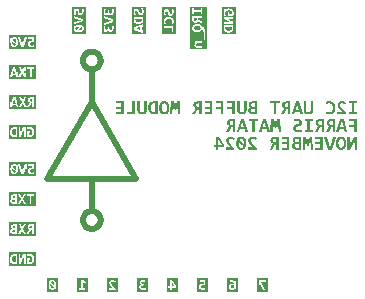
<source format=gbo>
G04*
G04 #@! TF.GenerationSoftware,Altium Limited,Altium Designer,24.10.1 (45)*
G04*
G04 Layer_Color=32896*
%FSLAX25Y25*%
%MOIN*%
G70*
G04*
G04 #@! TF.SameCoordinates,420246D5-23F9-42E6-AD95-1A962FCA9351*
G04*
G04*
G04 #@! TF.FilePolarity,Positive*
G04*
G01*
G75*
%ADD39C,0.01968*%
G36*
X43251Y87598D02*
X38639D01*
Y96549D01*
X43251D01*
Y87598D01*
D02*
G37*
G36*
X26575Y72576D02*
X17624D01*
Y77188D01*
X26575D01*
Y72576D01*
D02*
G37*
G36*
Y82576D02*
X17624D01*
Y87188D01*
X26575D01*
Y82576D01*
D02*
G37*
G36*
X64062Y1631D02*
X60269D01*
Y6243D01*
X64062D01*
Y1631D01*
D02*
G37*
G36*
X63251Y87598D02*
X58639D01*
Y96549D01*
X63251D01*
Y87598D01*
D02*
G37*
G36*
X26575Y10253D02*
X17624D01*
Y14865D01*
X26575D01*
Y10253D01*
D02*
G37*
G36*
X44062Y1631D02*
X40269D01*
Y6243D01*
X44062D01*
Y1631D01*
D02*
G37*
G36*
X26575Y30253D02*
X17624D01*
Y34865D01*
X26575D01*
Y30253D01*
D02*
G37*
G36*
Y20253D02*
X17624D01*
Y24865D01*
X26575D01*
Y20253D01*
D02*
G37*
G36*
Y62576D02*
X17624D01*
Y67188D01*
X26575D01*
Y62576D01*
D02*
G37*
G36*
X53251Y96549D02*
Y87598D01*
X48639D01*
Y96549D01*
X53251D01*
D02*
G37*
G36*
X104062Y1631D02*
X100269D01*
Y6243D01*
X104062D01*
Y1631D01*
D02*
G37*
G36*
X26575Y40253D02*
X17624D01*
Y44865D01*
X26575D01*
Y40253D01*
D02*
G37*
G36*
X54062Y1631D02*
X50269D01*
Y6243D01*
X54062D01*
Y1631D01*
D02*
G37*
G36*
X73251Y87598D02*
X68639D01*
Y96549D01*
X73251D01*
Y87598D01*
D02*
G37*
G36*
X74062Y6243D02*
Y1631D01*
X70269D01*
Y6243D01*
X74062D01*
D02*
G37*
G36*
X94062Y1631D02*
X90269D01*
Y6243D01*
X94062D01*
Y1631D01*
D02*
G37*
G36*
X26575Y52576D02*
X17624D01*
Y57188D01*
X26575D01*
Y52576D01*
D02*
G37*
G36*
X83693Y82569D02*
X78197D01*
Y96565D01*
X83693D01*
Y82569D01*
D02*
G37*
G36*
X93251Y87598D02*
X88639D01*
Y96549D01*
X93251D01*
Y87598D01*
D02*
G37*
G36*
X34062Y1631D02*
X30269D01*
Y6243D01*
X34062D01*
Y1631D01*
D02*
G37*
G36*
X84062D02*
X80269D01*
Y6243D01*
X84062D01*
Y1631D01*
D02*
G37*
G36*
X99066Y53390D02*
X99205Y53375D01*
X99329Y53346D01*
X99445Y53317D01*
X99540Y53288D01*
X99613Y53259D01*
X99635Y53251D01*
X99657Y53244D01*
X99664Y53237D01*
X99671D01*
X99795Y53179D01*
X99919Y53106D01*
X100021Y53040D01*
X100116Y52974D01*
X100189Y52916D01*
X100247Y52865D01*
X100284Y52836D01*
X100298Y52821D01*
X99875Y52282D01*
X99803Y52347D01*
X99730Y52406D01*
X99664Y52457D01*
X99598Y52493D01*
X99547Y52530D01*
X99504Y52552D01*
X99474Y52566D01*
X99467Y52574D01*
X99387Y52610D01*
X99300Y52639D01*
X99227Y52654D01*
X99154Y52668D01*
X99088Y52675D01*
X99044Y52683D01*
X99001D01*
X98899Y52675D01*
X98811Y52661D01*
X98782Y52646D01*
X98760Y52639D01*
X98745Y52632D01*
X98738D01*
X98658Y52595D01*
X98600Y52552D01*
X98563Y52522D01*
X98549Y52515D01*
Y52508D01*
X98498Y52442D01*
X98461Y52384D01*
X98439Y52340D01*
X98432Y52326D01*
Y52318D01*
X98403Y52238D01*
X98396Y52158D01*
X98388Y52129D01*
Y52107D01*
Y52092D01*
Y52085D01*
X98396Y51983D01*
X98403Y51888D01*
X98410Y51852D01*
X98417Y51823D01*
X98425Y51808D01*
Y51801D01*
X98454Y51691D01*
X98498Y51597D01*
X98519Y51553D01*
X98534Y51524D01*
X98541Y51502D01*
X98549Y51495D01*
X98585Y51436D01*
X98629Y51371D01*
X98672Y51312D01*
X98709Y51254D01*
X98753Y51203D01*
X98782Y51166D01*
X98804Y51137D01*
X98811Y51130D01*
X98877Y51050D01*
X98957Y50970D01*
X99030Y50889D01*
X99103Y50809D01*
X99168Y50744D01*
X99219Y50693D01*
X99256Y50656D01*
X99270Y50642D01*
X100276Y49621D01*
Y49038D01*
X97368D01*
Y49774D01*
X99176D01*
X98556Y50365D01*
X98468Y50452D01*
X98381Y50532D01*
X98308Y50605D01*
X98242Y50678D01*
X98191Y50729D01*
X98155Y50773D01*
X98126Y50802D01*
X98119Y50809D01*
X98046Y50889D01*
X97987Y50962D01*
X97929Y51035D01*
X97878Y51094D01*
X97842Y51152D01*
X97812Y51188D01*
X97798Y51218D01*
X97790Y51225D01*
X97703Y51378D01*
X97674Y51451D01*
X97645Y51516D01*
X97623Y51575D01*
X97608Y51618D01*
X97594Y51648D01*
Y51655D01*
X97550Y51823D01*
X97535Y51910D01*
X97528Y51983D01*
X97521Y52041D01*
Y52092D01*
Y52122D01*
Y52136D01*
X97528Y52245D01*
X97535Y52347D01*
X97550Y52442D01*
X97572Y52522D01*
X97594Y52588D01*
X97608Y52632D01*
X97615Y52668D01*
X97623Y52675D01*
X97667Y52763D01*
X97710Y52836D01*
X97754Y52909D01*
X97805Y52960D01*
X97842Y53011D01*
X97878Y53040D01*
X97900Y53062D01*
X97907Y53069D01*
X97980Y53127D01*
X98053Y53171D01*
X98126Y53215D01*
X98191Y53251D01*
X98257Y53273D01*
X98301Y53295D01*
X98330Y53310D01*
X98344D01*
X98439Y53339D01*
X98541Y53361D01*
X98636Y53375D01*
X98724Y53390D01*
X98804D01*
X98862Y53397D01*
X98913D01*
X99066Y53390D01*
D02*
G37*
G36*
X91674D02*
X91813Y53375D01*
X91937Y53346D01*
X92053Y53317D01*
X92148Y53288D01*
X92221Y53259D01*
X92243Y53251D01*
X92265Y53244D01*
X92272Y53237D01*
X92279D01*
X92403Y53179D01*
X92527Y53106D01*
X92629Y53040D01*
X92724Y52974D01*
X92797Y52916D01*
X92855Y52865D01*
X92892Y52836D01*
X92906Y52821D01*
X92483Y52282D01*
X92410Y52347D01*
X92338Y52406D01*
X92272Y52457D01*
X92206Y52493D01*
X92155Y52530D01*
X92111Y52552D01*
X92082Y52566D01*
X92075Y52574D01*
X91995Y52610D01*
X91907Y52639D01*
X91834Y52654D01*
X91762Y52668D01*
X91696Y52675D01*
X91652Y52683D01*
X91609D01*
X91506Y52675D01*
X91419Y52661D01*
X91390Y52646D01*
X91368Y52639D01*
X91353Y52632D01*
X91346D01*
X91266Y52595D01*
X91208Y52552D01*
X91171Y52522D01*
X91157Y52515D01*
Y52508D01*
X91106Y52442D01*
X91069Y52384D01*
X91047Y52340D01*
X91040Y52326D01*
Y52318D01*
X91011Y52238D01*
X91004Y52158D01*
X90996Y52129D01*
Y52107D01*
Y52092D01*
Y52085D01*
X91004Y51983D01*
X91011Y51888D01*
X91018Y51852D01*
X91025Y51823D01*
X91033Y51808D01*
Y51801D01*
X91062Y51691D01*
X91106Y51597D01*
X91127Y51553D01*
X91142Y51524D01*
X91149Y51502D01*
X91157Y51495D01*
X91193Y51436D01*
X91237Y51371D01*
X91281Y51312D01*
X91317Y51254D01*
X91361Y51203D01*
X91390Y51166D01*
X91412Y51137D01*
X91419Y51130D01*
X91485Y51050D01*
X91565Y50970D01*
X91638Y50889D01*
X91711Y50809D01*
X91776Y50744D01*
X91827Y50693D01*
X91864Y50656D01*
X91878Y50642D01*
X92884Y49621D01*
Y49038D01*
X89976D01*
Y49774D01*
X91783D01*
X91164Y50365D01*
X91076Y50452D01*
X90989Y50532D01*
X90916Y50605D01*
X90850Y50678D01*
X90799Y50729D01*
X90763Y50773D01*
X90734Y50802D01*
X90726Y50809D01*
X90654Y50889D01*
X90595Y50962D01*
X90537Y51035D01*
X90486Y51094D01*
X90449Y51152D01*
X90420Y51188D01*
X90406Y51218D01*
X90398Y51225D01*
X90311Y51378D01*
X90282Y51451D01*
X90253Y51516D01*
X90231Y51575D01*
X90216Y51618D01*
X90202Y51648D01*
Y51655D01*
X90158Y51823D01*
X90143Y51910D01*
X90136Y51983D01*
X90129Y52041D01*
Y52092D01*
Y52122D01*
Y52136D01*
X90136Y52245D01*
X90143Y52347D01*
X90158Y52442D01*
X90180Y52522D01*
X90202Y52588D01*
X90216Y52632D01*
X90223Y52668D01*
X90231Y52675D01*
X90275Y52763D01*
X90318Y52836D01*
X90362Y52909D01*
X90413Y52960D01*
X90449Y53011D01*
X90486Y53040D01*
X90508Y53062D01*
X90515Y53069D01*
X90588Y53127D01*
X90661Y53171D01*
X90734Y53215D01*
X90799Y53251D01*
X90865Y53273D01*
X90909Y53295D01*
X90938Y53310D01*
X90952D01*
X91047Y53339D01*
X91149Y53361D01*
X91244Y53375D01*
X91331Y53390D01*
X91412D01*
X91470Y53397D01*
X91521D01*
X91674Y53390D01*
D02*
G37*
G36*
X119041Y49038D02*
X118356D01*
X118283Y51480D01*
X118261Y52428D01*
X118078Y51772D01*
X117648Y50314D01*
X117138D01*
X116664Y51772D01*
X116460Y52428D01*
X116431Y51458D01*
X116351Y49038D01*
X115636D01*
X115848Y53324D01*
X116781D01*
X117175Y52063D01*
X117357Y51414D01*
X117539Y52100D01*
X117918Y53324D01*
X118829D01*
X119041Y49038D01*
D02*
G37*
G36*
X133657D02*
X132921D01*
Y50365D01*
Y52143D01*
X132688Y51589D01*
X131543Y49038D01*
X130552D01*
Y53324D01*
X131288D01*
Y52136D01*
Y50248D01*
X131499Y50744D01*
X132666Y53324D01*
X133657D01*
Y49038D01*
D02*
G37*
G36*
X125259D02*
X124195D01*
X122875Y53324D01*
X123736D01*
X124457Y50787D01*
X124698Y49891D01*
X124931Y50736D01*
X125653Y53324D01*
X126571D01*
X125259Y49038D01*
D02*
G37*
G36*
X122270D02*
X119690D01*
Y49723D01*
X121447D01*
Y50911D01*
X119770D01*
Y51575D01*
X121447D01*
Y52639D01*
X119690D01*
Y53324D01*
X122270D01*
Y49038D01*
D02*
G37*
G36*
X115060D02*
X113756D01*
X113602Y49045D01*
X113464Y49052D01*
X113333Y49067D01*
X113209Y49089D01*
X113092Y49111D01*
X112990Y49140D01*
X112895Y49169D01*
X112808Y49205D01*
X112735Y49235D01*
X112669Y49264D01*
X112611Y49293D01*
X112567Y49315D01*
X112531Y49337D01*
X112509Y49351D01*
X112494Y49366D01*
X112487D01*
X112407Y49431D01*
X112341Y49504D01*
X112283Y49577D01*
X112232Y49657D01*
X112188Y49738D01*
X112152Y49825D01*
X112101Y49978D01*
X112064Y50124D01*
X112057Y50190D01*
X112050Y50241D01*
X112042Y50284D01*
Y50321D01*
Y50343D01*
Y50350D01*
X112050Y50496D01*
X112064Y50554D01*
X112072Y50612D01*
X112086Y50656D01*
X112101Y50693D01*
X112108Y50714D01*
Y50722D01*
X112166Y50839D01*
X112196Y50889D01*
X112217Y50933D01*
X112247Y50962D01*
X112261Y50992D01*
X112276Y51006D01*
X112283Y51013D01*
X112371Y51094D01*
X112451Y51159D01*
X112487Y51181D01*
X112516Y51196D01*
X112531Y51210D01*
X112538D01*
X112647Y51261D01*
X112742Y51298D01*
X112786Y51305D01*
X112815Y51312D01*
X112837Y51320D01*
X112844D01*
X112735Y51363D01*
X112684Y51385D01*
X112647Y51414D01*
X112611Y51436D01*
X112589Y51451D01*
X112575Y51458D01*
X112567Y51465D01*
X112487Y51546D01*
X112422Y51618D01*
X112400Y51655D01*
X112385Y51677D01*
X112371Y51691D01*
Y51699D01*
X112319Y51801D01*
X112283Y51888D01*
X112268Y51925D01*
X112261Y51954D01*
X112254Y51968D01*
Y51976D01*
X112225Y52092D01*
X112217Y52187D01*
X112210Y52231D01*
Y52260D01*
Y52282D01*
Y52289D01*
X112217Y52384D01*
X112225Y52471D01*
X112268Y52632D01*
X112327Y52763D01*
X112392Y52872D01*
X112465Y52953D01*
X112523Y53011D01*
X112567Y53047D01*
X112575Y53062D01*
X112582D01*
X112655Y53106D01*
X112735Y53149D01*
X112903Y53215D01*
X113085Y53259D01*
X113267Y53295D01*
X113347Y53303D01*
X113427Y53310D01*
X113493Y53317D01*
X113559D01*
X113602Y53324D01*
X115060D01*
Y49038D01*
D02*
G37*
G36*
X111182D02*
X108601D01*
Y49723D01*
X110358D01*
Y50911D01*
X108682D01*
Y51575D01*
X110358D01*
Y52639D01*
X108601D01*
Y53324D01*
X111182D01*
Y49038D01*
D02*
G37*
G36*
X107668D02*
X106859D01*
Y50817D01*
X106706D01*
X106633Y50809D01*
X106560Y50802D01*
X106502Y50787D01*
X106451Y50766D01*
X106407Y50744D01*
X106378Y50729D01*
X106356Y50722D01*
X106349Y50714D01*
X106298Y50671D01*
X106247Y50627D01*
X106174Y50525D01*
X106152Y50481D01*
X106130Y50445D01*
X106116Y50423D01*
Y50416D01*
X105511Y49038D01*
X104563D01*
X105248Y50474D01*
X105299Y50569D01*
X105343Y50656D01*
X105387Y50729D01*
X105430Y50787D01*
X105459Y50839D01*
X105489Y50868D01*
X105503Y50889D01*
X105511Y50897D01*
X105562Y50948D01*
X105613Y50984D01*
X105664Y51013D01*
X105707Y51043D01*
X105744Y51057D01*
X105773Y51064D01*
X105795Y51072D01*
X105802D01*
X105656Y51108D01*
X105591Y51123D01*
X105532Y51145D01*
X105489Y51159D01*
X105452Y51174D01*
X105430Y51188D01*
X105423D01*
X105299Y51254D01*
X105248Y51290D01*
X105204Y51327D01*
X105175Y51356D01*
X105146Y51378D01*
X105131Y51393D01*
X105124Y51400D01*
X105044Y51509D01*
X104986Y51611D01*
X104964Y51655D01*
X104949Y51691D01*
X104935Y51713D01*
Y51721D01*
X104891Y51859D01*
X104876Y51932D01*
X104869Y51998D01*
X104862Y52056D01*
Y52100D01*
Y52129D01*
Y52136D01*
X104869Y52253D01*
X104876Y52362D01*
X104898Y52457D01*
X104920Y52537D01*
X104942Y52603D01*
X104956Y52646D01*
X104971Y52683D01*
X104978Y52690D01*
X105022Y52770D01*
X105073Y52843D01*
X105124Y52902D01*
X105175Y52960D01*
X105219Y52996D01*
X105255Y53033D01*
X105285Y53047D01*
X105292Y53055D01*
X105372Y53106D01*
X105452Y53149D01*
X105532Y53186D01*
X105613Y53215D01*
X105678Y53230D01*
X105729Y53244D01*
X105766Y53259D01*
X105780D01*
X106006Y53295D01*
X106108Y53310D01*
X106210Y53317D01*
X106298Y53324D01*
X107668D01*
Y49038D01*
D02*
G37*
G36*
X89480Y50598D02*
Y49913D01*
X87490D01*
Y49038D01*
X86702D01*
Y49913D01*
X86054D01*
Y50620D01*
X86702D01*
Y53324D01*
X87810D01*
X89480Y50598D01*
D02*
G37*
G36*
X128525Y53390D02*
X128656Y53375D01*
X128773Y53354D01*
X128875Y53332D01*
X128955Y53310D01*
X129021Y53288D01*
X129065Y53273D01*
X129072Y53266D01*
X129079D01*
X129196Y53208D01*
X129305Y53149D01*
X129400Y53076D01*
X129480Y53011D01*
X129546Y52953D01*
X129597Y52902D01*
X129626Y52872D01*
X129640Y52858D01*
X129721Y52749D01*
X129794Y52639D01*
X129859Y52522D01*
X129910Y52413D01*
X129954Y52311D01*
X129983Y52238D01*
X129998Y52209D01*
X130005Y52187D01*
X130012Y52172D01*
Y52165D01*
X130056Y51998D01*
X130085Y51830D01*
X130114Y51662D01*
X130129Y51502D01*
X130136Y51363D01*
Y51305D01*
X130143Y51254D01*
Y51218D01*
Y51188D01*
Y51166D01*
Y51159D01*
X130136Y50962D01*
X130122Y50780D01*
X130107Y50612D01*
X130078Y50452D01*
X130049Y50306D01*
X130012Y50175D01*
X129969Y50051D01*
X129932Y49942D01*
X129896Y49847D01*
X129852Y49760D01*
X129815Y49687D01*
X129786Y49628D01*
X129757Y49585D01*
X129735Y49555D01*
X129728Y49534D01*
X129721Y49526D01*
X129633Y49424D01*
X129546Y49344D01*
X129444Y49264D01*
X129342Y49205D01*
X129232Y49147D01*
X129130Y49103D01*
X129021Y49067D01*
X128919Y49038D01*
X128824Y49009D01*
X128736Y48994D01*
X128656Y48979D01*
X128583Y48972D01*
X128525D01*
X128481Y48965D01*
X128445D01*
X128314Y48972D01*
X128182Y48987D01*
X128066Y49001D01*
X127964Y49031D01*
X127884Y49052D01*
X127818Y49067D01*
X127774Y49082D01*
X127760Y49089D01*
X127643Y49147D01*
X127541Y49205D01*
X127446Y49271D01*
X127359Y49337D01*
X127293Y49395D01*
X127249Y49446D01*
X127213Y49475D01*
X127206Y49490D01*
X127118Y49599D01*
X127045Y49716D01*
X126980Y49832D01*
X126929Y49942D01*
X126885Y50044D01*
X126848Y50117D01*
X126841Y50146D01*
X126834Y50168D01*
X126827Y50182D01*
Y50190D01*
X126783Y50357D01*
X126746Y50525D01*
X126725Y50693D01*
X126703Y50853D01*
X126695Y50992D01*
Y51050D01*
X126688Y51101D01*
Y51137D01*
Y51166D01*
Y51188D01*
Y51196D01*
X126695Y51393D01*
X126710Y51575D01*
X126725Y51750D01*
X126754Y51910D01*
X126790Y52056D01*
X126827Y52187D01*
X126863Y52311D01*
X126899Y52420D01*
X126943Y52515D01*
X126980Y52603D01*
X127016Y52675D01*
X127052Y52734D01*
X127082Y52778D01*
X127096Y52807D01*
X127111Y52829D01*
X127118Y52836D01*
X127206Y52938D01*
X127293Y53018D01*
X127395Y53098D01*
X127497Y53164D01*
X127606Y53215D01*
X127709Y53259D01*
X127818Y53295D01*
X127920Y53324D01*
X128015Y53354D01*
X128102Y53368D01*
X128182Y53383D01*
X128255Y53390D01*
X128314Y53397D01*
X128394D01*
X128525Y53390D01*
D02*
G37*
G36*
X95253D02*
X95392Y53375D01*
X95516Y53346D01*
X95625Y53324D01*
X95713Y53295D01*
X95778Y53266D01*
X95822Y53251D01*
X95829Y53244D01*
X95837D01*
X95953Y53179D01*
X96055Y53113D01*
X96150Y53040D01*
X96230Y52967D01*
X96296Y52902D01*
X96340Y52851D01*
X96376Y52814D01*
X96384Y52799D01*
X96464Y52690D01*
X96529Y52574D01*
X96588Y52457D01*
X96631Y52340D01*
X96668Y52245D01*
X96697Y52172D01*
X96704Y52143D01*
X96711Y52122D01*
X96719Y52107D01*
Y52100D01*
X96755Y51939D01*
X96784Y51779D01*
X96799Y51618D01*
X96814Y51473D01*
X96821Y51349D01*
X96828Y51290D01*
Y51247D01*
Y51210D01*
Y51181D01*
Y51166D01*
Y51159D01*
X96821Y50948D01*
X96806Y50758D01*
X96792Y50591D01*
X96770Y50445D01*
X96755Y50379D01*
X96748Y50321D01*
X96741Y50277D01*
X96726Y50233D01*
X96719Y50204D01*
Y50182D01*
X96711Y50168D01*
Y50160D01*
X96661Y50015D01*
X96609Y49876D01*
X96551Y49760D01*
X96500Y49665D01*
X96449Y49585D01*
X96413Y49526D01*
X96384Y49490D01*
X96376Y49475D01*
X96289Y49380D01*
X96201Y49308D01*
X96114Y49235D01*
X96034Y49184D01*
X95968Y49140D01*
X95910Y49111D01*
X95873Y49096D01*
X95859Y49089D01*
X95742Y49045D01*
X95633Y49016D01*
X95516Y48994D01*
X95421Y48979D01*
X95334Y48972D01*
X95261Y48965D01*
X95202D01*
X95057Y48972D01*
X94918Y48987D01*
X94794Y49009D01*
X94685Y49038D01*
X94605Y49067D01*
X94539Y49089D01*
X94495Y49103D01*
X94481Y49111D01*
X94364Y49176D01*
X94262Y49242D01*
X94167Y49315D01*
X94087Y49388D01*
X94029Y49453D01*
X93978Y49504D01*
X93949Y49534D01*
X93941Y49548D01*
X93861Y49665D01*
X93796Y49781D01*
X93730Y49898D01*
X93686Y50015D01*
X93650Y50109D01*
X93621Y50190D01*
X93613Y50219D01*
X93606Y50241D01*
X93599Y50248D01*
Y50255D01*
X93562Y50416D01*
X93533Y50576D01*
X93511Y50736D01*
X93497Y50882D01*
X93489Y51006D01*
X93482Y51064D01*
Y51108D01*
Y51145D01*
Y51174D01*
Y51188D01*
Y51196D01*
X93489Y51407D01*
X93504Y51597D01*
X93519Y51772D01*
X93540Y51917D01*
X93555Y51976D01*
X93569Y52034D01*
X93577Y52078D01*
X93584Y52122D01*
X93591Y52151D01*
X93599Y52172D01*
X93606Y52187D01*
Y52194D01*
X93657Y52340D01*
X93708Y52479D01*
X93766Y52595D01*
X93825Y52690D01*
X93876Y52770D01*
X93912Y52829D01*
X93941Y52858D01*
X93949Y52872D01*
X94029Y52967D01*
X94116Y53047D01*
X94204Y53113D01*
X94284Y53171D01*
X94350Y53215D01*
X94408Y53244D01*
X94444Y53259D01*
X94459Y53266D01*
X94576Y53310D01*
X94685Y53339D01*
X94794Y53368D01*
X94896Y53383D01*
X94984Y53390D01*
X95049Y53397D01*
X95108D01*
X95253Y53390D01*
D02*
G37*
G36*
X108252Y54943D02*
X107566D01*
X107493Y57385D01*
X107472Y58333D01*
X107289Y57677D01*
X106859Y56219D01*
X106349D01*
X105875Y57677D01*
X105671Y58333D01*
X105642Y57364D01*
X105562Y54943D01*
X104847D01*
X105059Y59230D01*
X105992D01*
X106385Y57969D01*
X106568Y57320D01*
X106750Y58005D01*
X107129Y59230D01*
X108040D01*
X108252Y54943D01*
D02*
G37*
G36*
X133657D02*
X132834D01*
Y56700D01*
X131215D01*
Y57364D01*
X132834D01*
Y58545D01*
X131120D01*
Y59230D01*
X133657D01*
Y54943D01*
D02*
G37*
G36*
X130552D02*
X129750D01*
X129509Y55789D01*
X128015D01*
X127774Y54943D01*
X126885D01*
X128153Y59230D01*
X129283D01*
X130552Y54943D01*
D02*
G37*
G36*
X126447D02*
X125638D01*
Y56722D01*
X125485D01*
X125412Y56715D01*
X125339Y56708D01*
X125281Y56693D01*
X125230Y56671D01*
X125186Y56649D01*
X125157Y56635D01*
X125135Y56627D01*
X125128Y56620D01*
X125077Y56576D01*
X125026Y56533D01*
X124953Y56431D01*
X124931Y56387D01*
X124909Y56350D01*
X124895Y56328D01*
Y56321D01*
X124290Y54943D01*
X123342D01*
X124027Y56379D01*
X124078Y56474D01*
X124122Y56562D01*
X124166Y56635D01*
X124209Y56693D01*
X124239Y56744D01*
X124268Y56773D01*
X124282Y56795D01*
X124290Y56802D01*
X124341Y56853D01*
X124392Y56890D01*
X124443Y56919D01*
X124486Y56948D01*
X124523Y56963D01*
X124552Y56970D01*
X124574Y56977D01*
X124581D01*
X124435Y57014D01*
X124370Y57028D01*
X124311Y57050D01*
X124268Y57065D01*
X124231Y57079D01*
X124209Y57094D01*
X124202D01*
X124078Y57160D01*
X124027Y57196D01*
X123983Y57232D01*
X123954Y57262D01*
X123925Y57284D01*
X123910Y57298D01*
X123903Y57305D01*
X123823Y57415D01*
X123765Y57517D01*
X123743Y57560D01*
X123728Y57597D01*
X123714Y57619D01*
Y57626D01*
X123670Y57765D01*
X123655Y57837D01*
X123648Y57903D01*
X123641Y57961D01*
Y58005D01*
Y58034D01*
Y58042D01*
X123648Y58158D01*
X123655Y58268D01*
X123677Y58362D01*
X123699Y58443D01*
X123721Y58508D01*
X123736Y58552D01*
X123750Y58588D01*
X123757Y58596D01*
X123801Y58676D01*
X123852Y58749D01*
X123903Y58807D01*
X123954Y58865D01*
X123998Y58902D01*
X124034Y58938D01*
X124064Y58953D01*
X124071Y58960D01*
X124151Y59011D01*
X124231Y59055D01*
X124311Y59091D01*
X124392Y59121D01*
X124457Y59135D01*
X124508Y59150D01*
X124545Y59164D01*
X124559D01*
X124785Y59201D01*
X124887Y59215D01*
X124989Y59223D01*
X125077Y59230D01*
X126447D01*
Y54943D01*
D02*
G37*
G36*
X122751D02*
X121942D01*
Y56722D01*
X121789D01*
X121716Y56715D01*
X121643Y56708D01*
X121585Y56693D01*
X121534Y56671D01*
X121490Y56649D01*
X121461Y56635D01*
X121439Y56627D01*
X121432Y56620D01*
X121381Y56576D01*
X121330Y56533D01*
X121257Y56431D01*
X121235Y56387D01*
X121213Y56350D01*
X121199Y56328D01*
Y56321D01*
X120594Y54943D01*
X119646D01*
X120331Y56379D01*
X120382Y56474D01*
X120426Y56562D01*
X120470Y56635D01*
X120513Y56693D01*
X120543Y56744D01*
X120572Y56773D01*
X120586Y56795D01*
X120594Y56802D01*
X120645Y56853D01*
X120696Y56890D01*
X120747Y56919D01*
X120790Y56948D01*
X120827Y56963D01*
X120856Y56970D01*
X120878Y56977D01*
X120885D01*
X120739Y57014D01*
X120674Y57028D01*
X120615Y57050D01*
X120572Y57065D01*
X120535Y57079D01*
X120513Y57094D01*
X120506D01*
X120382Y57160D01*
X120331Y57196D01*
X120287Y57232D01*
X120258Y57262D01*
X120229Y57284D01*
X120214Y57298D01*
X120207Y57305D01*
X120127Y57415D01*
X120069Y57517D01*
X120047Y57560D01*
X120032Y57597D01*
X120018Y57619D01*
Y57626D01*
X119974Y57765D01*
X119959Y57837D01*
X119952Y57903D01*
X119945Y57961D01*
Y58005D01*
Y58034D01*
Y58042D01*
X119952Y58158D01*
X119959Y58268D01*
X119981Y58362D01*
X120003Y58443D01*
X120025Y58508D01*
X120039Y58552D01*
X120054Y58588D01*
X120061Y58596D01*
X120105Y58676D01*
X120156Y58749D01*
X120207Y58807D01*
X120258Y58865D01*
X120302Y58902D01*
X120338Y58938D01*
X120368Y58953D01*
X120375Y58960D01*
X120455Y59011D01*
X120535Y59055D01*
X120615Y59091D01*
X120696Y59121D01*
X120761Y59135D01*
X120812Y59150D01*
X120849Y59164D01*
X120863D01*
X121089Y59201D01*
X121191Y59215D01*
X121293Y59223D01*
X121381Y59230D01*
X122751D01*
Y54943D01*
D02*
G37*
G36*
X118983Y58574D02*
X118042D01*
Y55607D01*
X118983D01*
Y54943D01*
X116278D01*
Y55607D01*
X117218D01*
Y58574D01*
X116278D01*
Y59230D01*
X118983D01*
Y58574D01*
D02*
G37*
G36*
X104680Y54943D02*
X103878D01*
X103637Y55789D01*
X102143D01*
X101902Y54943D01*
X101013D01*
X102281Y59230D01*
X103411D01*
X104680Y54943D01*
D02*
G37*
G36*
X100736Y58559D02*
X99562D01*
Y54943D01*
X98738D01*
Y58559D01*
X97565D01*
Y59230D01*
X100736D01*
Y58559D01*
D02*
G37*
G36*
X97287Y54943D02*
X96486D01*
X96245Y55789D01*
X94750D01*
X94510Y54943D01*
X93621D01*
X94889Y59230D01*
X96019D01*
X97287Y54943D01*
D02*
G37*
G36*
X93183D02*
X92374D01*
Y56722D01*
X92221D01*
X92148Y56715D01*
X92075Y56708D01*
X92017Y56693D01*
X91966Y56671D01*
X91922Y56649D01*
X91893Y56635D01*
X91871Y56627D01*
X91864Y56620D01*
X91813Y56576D01*
X91762Y56533D01*
X91689Y56431D01*
X91667Y56387D01*
X91645Y56350D01*
X91630Y56328D01*
Y56321D01*
X91025Y54943D01*
X90078D01*
X90763Y56379D01*
X90814Y56474D01*
X90858Y56562D01*
X90901Y56635D01*
X90945Y56693D01*
X90974Y56744D01*
X91004Y56773D01*
X91018Y56795D01*
X91025Y56802D01*
X91076Y56853D01*
X91127Y56890D01*
X91178Y56919D01*
X91222Y56948D01*
X91259Y56963D01*
X91288Y56970D01*
X91310Y56977D01*
X91317D01*
X91171Y57014D01*
X91106Y57028D01*
X91047Y57050D01*
X91004Y57065D01*
X90967Y57079D01*
X90945Y57094D01*
X90938D01*
X90814Y57160D01*
X90763Y57196D01*
X90719Y57232D01*
X90690Y57262D01*
X90661Y57284D01*
X90646Y57298D01*
X90639Y57305D01*
X90559Y57415D01*
X90500Y57517D01*
X90479Y57560D01*
X90464Y57597D01*
X90449Y57619D01*
Y57626D01*
X90406Y57765D01*
X90391Y57837D01*
X90384Y57903D01*
X90377Y57961D01*
Y58005D01*
Y58034D01*
Y58042D01*
X90384Y58158D01*
X90391Y58268D01*
X90413Y58362D01*
X90435Y58443D01*
X90457Y58508D01*
X90471Y58552D01*
X90486Y58588D01*
X90493Y58596D01*
X90537Y58676D01*
X90588Y58749D01*
X90639Y58807D01*
X90690Y58865D01*
X90734Y58902D01*
X90770Y58938D01*
X90799Y58953D01*
X90807Y58960D01*
X90887Y59011D01*
X90967Y59055D01*
X91047Y59091D01*
X91127Y59121D01*
X91193Y59135D01*
X91244Y59150D01*
X91281Y59164D01*
X91295D01*
X91521Y59201D01*
X91623Y59215D01*
X91725Y59223D01*
X91813Y59230D01*
X93183D01*
Y54943D01*
D02*
G37*
G36*
X113945Y59295D02*
X114084Y59288D01*
X114215Y59274D01*
X114324Y59252D01*
X114412Y59230D01*
X114477Y59215D01*
X114521Y59208D01*
X114528Y59201D01*
X114536D01*
X114645Y59157D01*
X114740Y59113D01*
X114827Y59070D01*
X114900Y59026D01*
X114958Y58989D01*
X115002Y58960D01*
X115031Y58938D01*
X115039Y58931D01*
X115104Y58865D01*
X115170Y58800D01*
X115214Y58734D01*
X115257Y58669D01*
X115286Y58618D01*
X115316Y58574D01*
X115323Y58545D01*
X115330Y58537D01*
X115359Y58450D01*
X115381Y58370D01*
X115396Y58289D01*
X115403Y58209D01*
X115410Y58151D01*
X115418Y58100D01*
Y58071D01*
Y58056D01*
X115410Y57954D01*
X115403Y57867D01*
X115389Y57787D01*
X115374Y57714D01*
X115359Y57662D01*
X115345Y57619D01*
X115330Y57590D01*
Y57582D01*
X115257Y57451D01*
X115221Y57393D01*
X115177Y57342D01*
X115148Y57305D01*
X115119Y57276D01*
X115104Y57254D01*
X115097Y57247D01*
X114980Y57152D01*
X114871Y57079D01*
X114820Y57050D01*
X114783Y57028D01*
X114762Y57021D01*
X114754Y57014D01*
X114616Y56948D01*
X114550Y56919D01*
X114492Y56890D01*
X114448Y56868D01*
X114404Y56853D01*
X114383Y56846D01*
X114375Y56839D01*
X114229Y56788D01*
X114164Y56766D01*
X114105Y56744D01*
X114062Y56722D01*
X114018Y56715D01*
X113996Y56700D01*
X113989D01*
X113858Y56649D01*
X113799Y56627D01*
X113748Y56605D01*
X113712Y56584D01*
X113675Y56569D01*
X113661Y56562D01*
X113654Y56554D01*
X113551Y56489D01*
X113479Y56431D01*
X113449Y56401D01*
X113427Y56387D01*
X113420Y56372D01*
X113413Y56365D01*
X113384Y56321D01*
X113355Y56285D01*
X113333Y56197D01*
X113325Y56161D01*
X113318Y56132D01*
Y56110D01*
Y56103D01*
X113325Y56022D01*
X113340Y55957D01*
X113362Y55906D01*
X113369Y55898D01*
Y55891D01*
X113413Y55826D01*
X113457Y55774D01*
X113500Y55738D01*
X113508Y55723D01*
X113515D01*
X113595Y55680D01*
X113683Y55651D01*
X113719Y55636D01*
X113748Y55629D01*
X113770Y55621D01*
X113777D01*
X113909Y55599D01*
X113974Y55592D01*
X114033D01*
X114091Y55585D01*
X114288D01*
X114390Y55592D01*
X114434D01*
X114463Y55599D01*
X114492D01*
X114609Y55621D01*
X114667Y55629D01*
X114718Y55636D01*
X114762Y55643D01*
X114791Y55651D01*
X114813Y55658D01*
X114820D01*
X114944Y55687D01*
X115002Y55702D01*
X115053Y55709D01*
X115090Y55723D01*
X115126Y55731D01*
X115148Y55738D01*
X115155D01*
X115272Y55774D01*
X115323Y55789D01*
X115367Y55804D01*
X115403Y55818D01*
X115432Y55833D01*
X115454Y55840D01*
X115461D01*
Y55045D01*
X115235Y54987D01*
X115133Y54965D01*
X115039Y54943D01*
X114958Y54929D01*
X114893Y54922D01*
X114856Y54914D01*
X114842D01*
X114601Y54892D01*
X114492Y54878D01*
X114390D01*
X114310Y54870D01*
X114186D01*
X114047Y54878D01*
X113916Y54885D01*
X113799Y54900D01*
X113690Y54914D01*
X113610Y54929D01*
X113544Y54936D01*
X113500Y54951D01*
X113486D01*
X113369Y54987D01*
X113260Y55024D01*
X113165Y55067D01*
X113085Y55104D01*
X113012Y55140D01*
X112968Y55169D01*
X112932Y55191D01*
X112925Y55199D01*
X112844Y55264D01*
X112771Y55337D01*
X112706Y55403D01*
X112655Y55475D01*
X112611Y55534D01*
X112582Y55578D01*
X112567Y55607D01*
X112560Y55621D01*
X112516Y55723D01*
X112487Y55826D01*
X112458Y55927D01*
X112443Y56030D01*
X112436Y56110D01*
X112429Y56175D01*
Y56219D01*
Y56226D01*
Y56234D01*
X112436Y56328D01*
X112443Y56416D01*
X112458Y56489D01*
X112472Y56562D01*
X112494Y56613D01*
X112509Y56649D01*
X112516Y56678D01*
X112523Y56686D01*
X112560Y56759D01*
X112596Y56824D01*
X112640Y56875D01*
X112677Y56926D01*
X112713Y56970D01*
X112735Y56999D01*
X112757Y57014D01*
X112764Y57021D01*
X112881Y57123D01*
X112983Y57196D01*
X113034Y57225D01*
X113070Y57247D01*
X113092Y57254D01*
X113100Y57262D01*
X113238Y57335D01*
X113304Y57364D01*
X113369Y57385D01*
X113420Y57407D01*
X113457Y57422D01*
X113486Y57437D01*
X113493D01*
X113639Y57495D01*
X113705Y57517D01*
X113763Y57539D01*
X113807Y57560D01*
X113843Y57568D01*
X113872Y57582D01*
X113880D01*
X114011Y57633D01*
X114069Y57655D01*
X114120Y57677D01*
X114164Y57692D01*
X114193Y57706D01*
X114215Y57721D01*
X114222D01*
X114317Y57779D01*
X114390Y57837D01*
X114419Y57859D01*
X114441Y57881D01*
X114448Y57889D01*
X114455Y57896D01*
X114485Y57932D01*
X114506Y57976D01*
X114528Y58049D01*
X114536Y58085D01*
X114543Y58107D01*
Y58122D01*
Y58129D01*
X114536Y58209D01*
X114521Y58268D01*
X114514Y58311D01*
X114506Y58319D01*
Y58326D01*
X114463Y58384D01*
X114419Y58435D01*
X114383Y58464D01*
X114375Y58472D01*
X114368D01*
X114288Y58516D01*
X114215Y58545D01*
X114178Y58559D01*
X114149Y58566D01*
X114135Y58574D01*
X114127D01*
X114003Y58596D01*
X113887Y58603D01*
X113836Y58610D01*
X113668D01*
X113588Y58603D01*
X113559D01*
X113530Y58596D01*
X113508D01*
X113406Y58581D01*
X113318Y58566D01*
X113289Y58559D01*
X113260D01*
X113245Y58552D01*
X113238D01*
X113136Y58537D01*
X113056Y58516D01*
X113019Y58508D01*
X112997Y58501D01*
X112983Y58494D01*
X112976D01*
X112888Y58472D01*
X112815Y58450D01*
X112786Y58443D01*
X112764Y58435D01*
X112750Y58428D01*
X112742D01*
Y59164D01*
X112822Y59179D01*
X112903Y59193D01*
X112932Y59201D01*
X112961Y59208D01*
X112983D01*
X113078Y59230D01*
X113158Y59245D01*
X113194D01*
X113223Y59252D01*
X113245D01*
X113340Y59266D01*
X113435Y59281D01*
X113471D01*
X113500Y59288D01*
X113522D01*
X113624Y59295D01*
X113705Y59303D01*
X113785D01*
X113945Y59295D01*
D02*
G37*
G36*
X128824Y65201D02*
X128963Y65186D01*
X129086Y65157D01*
X129203Y65128D01*
X129298Y65099D01*
X129371Y65070D01*
X129393Y65062D01*
X129414Y65055D01*
X129422Y65048D01*
X129429D01*
X129553Y64990D01*
X129677Y64917D01*
X129779Y64851D01*
X129874Y64785D01*
X129947Y64727D01*
X130005Y64676D01*
X130041Y64647D01*
X130056Y64632D01*
X129633Y64093D01*
X129560Y64158D01*
X129487Y64217D01*
X129422Y64268D01*
X129356Y64304D01*
X129305Y64341D01*
X129261Y64363D01*
X129232Y64377D01*
X129225Y64385D01*
X129145Y64421D01*
X129057Y64450D01*
X128984Y64465D01*
X128911Y64479D01*
X128846Y64487D01*
X128802Y64494D01*
X128758D01*
X128656Y64487D01*
X128569Y64472D01*
X128540Y64457D01*
X128518Y64450D01*
X128503Y64443D01*
X128496D01*
X128416Y64406D01*
X128357Y64363D01*
X128321Y64333D01*
X128306Y64326D01*
Y64319D01*
X128255Y64253D01*
X128219Y64195D01*
X128197Y64151D01*
X128190Y64137D01*
Y64129D01*
X128161Y64049D01*
X128153Y63969D01*
X128146Y63940D01*
Y63918D01*
Y63903D01*
Y63896D01*
X128153Y63794D01*
X128161Y63699D01*
X128168Y63663D01*
X128175Y63634D01*
X128182Y63619D01*
Y63612D01*
X128212Y63502D01*
X128255Y63408D01*
X128277Y63364D01*
X128292Y63335D01*
X128299Y63313D01*
X128306Y63306D01*
X128343Y63247D01*
X128387Y63182D01*
X128430Y63123D01*
X128467Y63065D01*
X128510Y63014D01*
X128540Y62977D01*
X128561Y62948D01*
X128569Y62941D01*
X128634Y62861D01*
X128715Y62781D01*
X128788Y62700D01*
X128860Y62620D01*
X128926Y62555D01*
X128977Y62504D01*
X129014Y62467D01*
X129028Y62453D01*
X130034Y61432D01*
Y60849D01*
X127125D01*
Y61585D01*
X128933D01*
X128314Y62176D01*
X128226Y62263D01*
X128139Y62343D01*
X128066Y62416D01*
X128000Y62489D01*
X127949Y62540D01*
X127913Y62584D01*
X127884Y62613D01*
X127876Y62620D01*
X127803Y62700D01*
X127745Y62773D01*
X127687Y62846D01*
X127636Y62905D01*
X127599Y62963D01*
X127570Y62999D01*
X127556Y63029D01*
X127548Y63036D01*
X127461Y63189D01*
X127432Y63262D01*
X127402Y63327D01*
X127381Y63386D01*
X127366Y63429D01*
X127351Y63459D01*
Y63466D01*
X127308Y63634D01*
X127293Y63721D01*
X127286Y63794D01*
X127278Y63852D01*
Y63903D01*
Y63933D01*
Y63947D01*
X127286Y64056D01*
X127293Y64158D01*
X127308Y64253D01*
X127330Y64333D01*
X127351Y64399D01*
X127366Y64443D01*
X127373Y64479D01*
X127381Y64487D01*
X127424Y64574D01*
X127468Y64647D01*
X127512Y64720D01*
X127563Y64771D01*
X127599Y64822D01*
X127636Y64851D01*
X127658Y64873D01*
X127665Y64880D01*
X127738Y64939D01*
X127811Y64982D01*
X127884Y65026D01*
X127949Y65062D01*
X128015Y65084D01*
X128059Y65106D01*
X128088Y65121D01*
X128102D01*
X128197Y65150D01*
X128299Y65172D01*
X128394Y65186D01*
X128481Y65201D01*
X128561D01*
X128620Y65208D01*
X128671D01*
X128824Y65201D01*
D02*
G37*
G36*
X74878Y60849D02*
X74193D01*
X74120Y63291D01*
X74098Y64239D01*
X73916Y63583D01*
X73486Y62125D01*
X72975D01*
X72501Y63583D01*
X72297Y64239D01*
X72268Y63269D01*
X72188Y60849D01*
X71474D01*
X71685Y65135D01*
X72618D01*
X73012Y63874D01*
X73194Y63225D01*
X73376Y63911D01*
X73755Y65135D01*
X74667D01*
X74878Y60849D01*
D02*
G37*
G36*
X124691Y65194D02*
X124844Y65179D01*
X124982Y65150D01*
X125099Y65128D01*
X125201Y65099D01*
X125274Y65070D01*
X125303Y65062D01*
X125325Y65055D01*
X125332Y65048D01*
X125339D01*
X125471Y64982D01*
X125587Y64917D01*
X125697Y64844D01*
X125791Y64771D01*
X125864Y64705D01*
X125923Y64654D01*
X125952Y64618D01*
X125966Y64603D01*
X126054Y64487D01*
X126134Y64370D01*
X126200Y64246D01*
X126258Y64137D01*
X126302Y64035D01*
X126331Y63962D01*
X126345Y63933D01*
X126353Y63911D01*
X126360Y63896D01*
Y63889D01*
X126404Y63728D01*
X126433Y63561D01*
X126462Y63400D01*
X126477Y63247D01*
X126484Y63123D01*
Y63065D01*
X126491Y63021D01*
Y62977D01*
Y62948D01*
Y62934D01*
Y62927D01*
X126484Y62737D01*
X126469Y62555D01*
X126455Y62394D01*
X126426Y62263D01*
X126404Y62147D01*
X126396Y62103D01*
X126389Y62066D01*
X126382Y62037D01*
X126374Y62015D01*
X126367Y62001D01*
Y61993D01*
X126316Y61855D01*
X126258Y61724D01*
X126200Y61614D01*
X126141Y61512D01*
X126083Y61439D01*
X126039Y61381D01*
X126010Y61345D01*
X126003Y61330D01*
X125908Y61235D01*
X125806Y61155D01*
X125704Y61082D01*
X125609Y61024D01*
X125522Y60980D01*
X125456Y60951D01*
X125412Y60929D01*
X125405Y60922D01*
X125398D01*
X125259Y60878D01*
X125121Y60849D01*
X124982Y60820D01*
X124858Y60805D01*
X124742Y60798D01*
X124698D01*
X124661Y60790D01*
X124472D01*
X124370Y60798D01*
X124275Y60812D01*
X124195Y60820D01*
X124122Y60834D01*
X124071Y60842D01*
X124042Y60849D01*
X124027D01*
X123823Y60900D01*
X123728Y60922D01*
X123648Y60951D01*
X123575Y60980D01*
X123517Y60995D01*
X123480Y61009D01*
X123466Y61016D01*
Y61775D01*
X123546Y61738D01*
X123626Y61702D01*
X123655Y61695D01*
X123685Y61680D01*
X123699Y61673D01*
X123706D01*
X123801Y61643D01*
X123881Y61614D01*
X123910Y61607D01*
X123940Y61600D01*
X123954Y61592D01*
X123962D01*
X124056Y61571D01*
X124136Y61549D01*
X124166Y61541D01*
X124195D01*
X124209Y61534D01*
X124217D01*
X124304Y61527D01*
X124377Y61520D01*
X124450D01*
X124559Y61527D01*
X124654Y61534D01*
X124742Y61549D01*
X124822Y61571D01*
X124880Y61585D01*
X124931Y61600D01*
X124960Y61607D01*
X124968Y61614D01*
X125048Y61658D01*
X125113Y61702D01*
X125179Y61753D01*
X125230Y61797D01*
X125274Y61840D01*
X125303Y61877D01*
X125325Y61899D01*
X125332Y61906D01*
X125383Y61979D01*
X125420Y62059D01*
X125456Y62132D01*
X125485Y62205D01*
X125507Y62270D01*
X125522Y62322D01*
X125536Y62351D01*
Y62365D01*
X125573Y62584D01*
X125587Y62686D01*
X125594Y62781D01*
Y62868D01*
X125602Y62934D01*
Y62977D01*
Y62985D01*
Y62992D01*
Y63109D01*
X125594Y63225D01*
X125580Y63327D01*
X125573Y63415D01*
X125558Y63488D01*
X125551Y63546D01*
X125543Y63575D01*
Y63590D01*
X125514Y63692D01*
X125485Y63779D01*
X125449Y63860D01*
X125420Y63933D01*
X125383Y63984D01*
X125361Y64027D01*
X125347Y64056D01*
X125339Y64064D01*
X125281Y64137D01*
X125223Y64195D01*
X125164Y64246D01*
X125106Y64290D01*
X125055Y64326D01*
X125019Y64348D01*
X124989Y64363D01*
X124982Y64370D01*
X124895Y64406D01*
X124807Y64436D01*
X124720Y64457D01*
X124639Y64472D01*
X124567Y64479D01*
X124508Y64487D01*
X124457D01*
X124297Y64479D01*
X124224Y64472D01*
X124151Y64457D01*
X124093Y64450D01*
X124049Y64436D01*
X124013Y64428D01*
X124005D01*
X123816Y64377D01*
X123721Y64348D01*
X123641Y64319D01*
X123568Y64290D01*
X123517Y64268D01*
X123480Y64253D01*
X123466Y64246D01*
Y65048D01*
X123568Y65077D01*
X123655Y65099D01*
X123685Y65106D01*
X123714Y65114D01*
X123728Y65121D01*
X123736D01*
X123830Y65143D01*
X123910Y65157D01*
X123947D01*
X123969Y65165D01*
X123991D01*
X124085Y65179D01*
X124166Y65186D01*
X124195Y65194D01*
X124246D01*
X124341Y65201D01*
X124523D01*
X124691Y65194D01*
D02*
G37*
G36*
X119085Y62292D02*
X119077Y62168D01*
X119070Y62044D01*
X119055Y61935D01*
X119041Y61848D01*
X119026Y61767D01*
X119019Y61709D01*
X119004Y61673D01*
Y61658D01*
X118968Y61556D01*
X118931Y61461D01*
X118888Y61381D01*
X118844Y61308D01*
X118800Y61257D01*
X118771Y61213D01*
X118749Y61184D01*
X118742Y61177D01*
X118669Y61111D01*
X118589Y61046D01*
X118509Y60995D01*
X118428Y60951D01*
X118363Y60922D01*
X118312Y60900D01*
X118275Y60885D01*
X118261Y60878D01*
X118144Y60842D01*
X118027Y60820D01*
X117904Y60798D01*
X117794Y60790D01*
X117699Y60783D01*
X117619Y60776D01*
X117554D01*
X117415Y60783D01*
X117291Y60790D01*
X117182Y60805D01*
X117080Y60827D01*
X117000Y60849D01*
X116941Y60864D01*
X116905Y60871D01*
X116890Y60878D01*
X116781Y60922D01*
X116686Y60973D01*
X116599Y61016D01*
X116526Y61068D01*
X116467Y61111D01*
X116424Y61148D01*
X116394Y61177D01*
X116387Y61184D01*
X116314Y61264D01*
X116249Y61352D01*
X116198Y61439D01*
X116154Y61520D01*
X116118Y61592D01*
X116096Y61651D01*
X116081Y61687D01*
X116074Y61702D01*
X116037Y61826D01*
X116008Y61950D01*
X115986Y62066D01*
X115972Y62183D01*
X115964Y62278D01*
X115957Y62358D01*
Y62387D01*
Y62409D01*
Y62416D01*
Y62423D01*
Y65135D01*
X116766D01*
Y62372D01*
Y62278D01*
X116774Y62198D01*
X116781Y62125D01*
X116788Y62059D01*
X116803Y62008D01*
X116810Y61964D01*
X116817Y61942D01*
Y61935D01*
X116854Y61818D01*
X116883Y61767D01*
X116905Y61724D01*
X116927Y61687D01*
X116941Y61665D01*
X116949Y61651D01*
X116956Y61643D01*
X117029Y61571D01*
X117102Y61520D01*
X117131Y61505D01*
X117160Y61490D01*
X117175Y61483D01*
X117182D01*
X117291Y61461D01*
X117408Y61447D01*
X117452Y61439D01*
X117597D01*
X117670Y61447D01*
X117729Y61461D01*
X117780Y61468D01*
X117816Y61483D01*
X117852Y61490D01*
X117867Y61498D01*
X117874D01*
X117969Y61549D01*
X118042Y61607D01*
X118071Y61636D01*
X118093Y61651D01*
X118100Y61665D01*
X118108Y61673D01*
X118166Y61767D01*
X118210Y61862D01*
X118224Y61899D01*
X118232Y61928D01*
X118239Y61950D01*
Y61957D01*
X118261Y62088D01*
X118268Y62154D01*
Y62212D01*
X118275Y62263D01*
Y62300D01*
Y62329D01*
Y62336D01*
Y65135D01*
X119085D01*
Y62292D01*
D02*
G37*
G36*
X96908D02*
X96901Y62168D01*
X96894Y62044D01*
X96879Y61935D01*
X96865Y61848D01*
X96850Y61767D01*
X96843Y61709D01*
X96828Y61673D01*
Y61658D01*
X96792Y61556D01*
X96755Y61461D01*
X96711Y61381D01*
X96668Y61308D01*
X96624Y61257D01*
X96595Y61213D01*
X96573Y61184D01*
X96566Y61177D01*
X96493Y61111D01*
X96413Y61046D01*
X96332Y60995D01*
X96252Y60951D01*
X96187Y60922D01*
X96136Y60900D01*
X96099Y60885D01*
X96085Y60878D01*
X95968Y60842D01*
X95851Y60820D01*
X95727Y60798D01*
X95618Y60790D01*
X95523Y60783D01*
X95443Y60776D01*
X95377D01*
X95239Y60783D01*
X95115Y60790D01*
X95006Y60805D01*
X94904Y60827D01*
X94823Y60849D01*
X94765Y60864D01*
X94729Y60871D01*
X94714Y60878D01*
X94605Y60922D01*
X94510Y60973D01*
X94423Y61016D01*
X94350Y61068D01*
X94291Y61111D01*
X94248Y61148D01*
X94218Y61177D01*
X94211Y61184D01*
X94138Y61264D01*
X94073Y61352D01*
X94021Y61439D01*
X93978Y61520D01*
X93941Y61592D01*
X93919Y61651D01*
X93905Y61687D01*
X93898Y61702D01*
X93861Y61826D01*
X93832Y61950D01*
X93810Y62066D01*
X93796Y62183D01*
X93788Y62278D01*
X93781Y62358D01*
Y62387D01*
Y62409D01*
Y62416D01*
Y62423D01*
Y65135D01*
X94590D01*
Y62372D01*
Y62278D01*
X94597Y62198D01*
X94605Y62125D01*
X94612Y62059D01*
X94627Y62008D01*
X94634Y61964D01*
X94641Y61942D01*
Y61935D01*
X94678Y61818D01*
X94707Y61767D01*
X94729Y61724D01*
X94750Y61687D01*
X94765Y61665D01*
X94772Y61651D01*
X94780Y61643D01*
X94853Y61571D01*
X94925Y61520D01*
X94955Y61505D01*
X94984Y61490D01*
X94998Y61483D01*
X95006D01*
X95115Y61461D01*
X95232Y61447D01*
X95275Y61439D01*
X95421D01*
X95494Y61447D01*
X95552Y61461D01*
X95603Y61468D01*
X95640Y61483D01*
X95676Y61490D01*
X95691Y61498D01*
X95698D01*
X95793Y61549D01*
X95866Y61607D01*
X95895Y61636D01*
X95917Y61651D01*
X95924Y61665D01*
X95932Y61673D01*
X95990Y61767D01*
X96034Y61862D01*
X96048Y61899D01*
X96055Y61928D01*
X96063Y61950D01*
Y61957D01*
X96085Y62088D01*
X96092Y62154D01*
Y62212D01*
X96099Y62263D01*
Y62300D01*
Y62329D01*
Y62336D01*
Y65135D01*
X96908D01*
Y62292D01*
D02*
G37*
G36*
X63644D02*
X63637Y62168D01*
X63630Y62044D01*
X63615Y61935D01*
X63600Y61848D01*
X63586Y61767D01*
X63578Y61709D01*
X63564Y61673D01*
Y61658D01*
X63527Y61556D01*
X63491Y61461D01*
X63447Y61381D01*
X63403Y61308D01*
X63360Y61257D01*
X63331Y61213D01*
X63309Y61184D01*
X63301Y61177D01*
X63229Y61111D01*
X63148Y61046D01*
X63068Y60995D01*
X62988Y60951D01*
X62922Y60922D01*
X62871Y60900D01*
X62835Y60885D01*
X62820Y60878D01*
X62704Y60842D01*
X62587Y60820D01*
X62463Y60798D01*
X62354Y60790D01*
X62259Y60783D01*
X62179Y60776D01*
X62113D01*
X61975Y60783D01*
X61851Y60790D01*
X61741Y60805D01*
X61639Y60827D01*
X61559Y60849D01*
X61501Y60864D01*
X61464Y60871D01*
X61450Y60878D01*
X61340Y60922D01*
X61246Y60973D01*
X61158Y61016D01*
X61085Y61068D01*
X61027Y61111D01*
X60983Y61148D01*
X60954Y61177D01*
X60947Y61184D01*
X60874Y61264D01*
X60808Y61352D01*
X60757Y61439D01*
X60713Y61520D01*
X60677Y61592D01*
X60655Y61651D01*
X60641Y61687D01*
X60633Y61702D01*
X60597Y61826D01*
X60568Y61950D01*
X60546Y62066D01*
X60531Y62183D01*
X60524Y62278D01*
X60517Y62358D01*
Y62387D01*
Y62409D01*
Y62416D01*
Y62423D01*
Y65135D01*
X61326D01*
Y62372D01*
Y62278D01*
X61333Y62198D01*
X61340Y62125D01*
X61348Y62059D01*
X61362Y62008D01*
X61370Y61964D01*
X61377Y61942D01*
Y61935D01*
X61413Y61818D01*
X61443Y61767D01*
X61464Y61724D01*
X61486Y61687D01*
X61501Y61665D01*
X61508Y61651D01*
X61515Y61643D01*
X61588Y61571D01*
X61661Y61520D01*
X61690Y61505D01*
X61720Y61490D01*
X61734Y61483D01*
X61741D01*
X61851Y61461D01*
X61967Y61447D01*
X62011Y61439D01*
X62157D01*
X62230Y61447D01*
X62288Y61461D01*
X62339Y61468D01*
X62376Y61483D01*
X62412Y61490D01*
X62427Y61498D01*
X62434D01*
X62529Y61549D01*
X62602Y61607D01*
X62631Y61636D01*
X62653Y61651D01*
X62660Y61665D01*
X62667Y61673D01*
X62726Y61767D01*
X62769Y61862D01*
X62784Y61899D01*
X62791Y61928D01*
X62799Y61950D01*
Y61957D01*
X62820Y62088D01*
X62828Y62154D01*
Y62212D01*
X62835Y62263D01*
Y62300D01*
Y62329D01*
Y62336D01*
Y65135D01*
X63644D01*
Y62292D01*
D02*
G37*
G36*
X133657Y64479D02*
X132717D01*
Y61512D01*
X133657D01*
Y60849D01*
X130953D01*
Y61512D01*
X131893D01*
Y64479D01*
X130953D01*
Y65135D01*
X133657D01*
Y64479D01*
D02*
G37*
G36*
X115658Y60849D02*
X114856D01*
X114616Y61695D01*
X113121D01*
X112881Y60849D01*
X111991D01*
X113260Y65135D01*
X114390D01*
X115658Y60849D01*
D02*
G37*
G36*
X111554D02*
X110745D01*
Y62628D01*
X110592D01*
X110519Y62620D01*
X110446Y62613D01*
X110388Y62599D01*
X110336Y62577D01*
X110293Y62555D01*
X110264Y62540D01*
X110242Y62533D01*
X110234Y62526D01*
X110183Y62482D01*
X110132Y62438D01*
X110059Y62336D01*
X110038Y62292D01*
X110016Y62256D01*
X110001Y62234D01*
Y62227D01*
X109396Y60849D01*
X108448D01*
X109134Y62285D01*
X109185Y62380D01*
X109229Y62467D01*
X109272Y62540D01*
X109316Y62599D01*
X109345Y62650D01*
X109374Y62679D01*
X109389Y62700D01*
X109396Y62708D01*
X109447Y62759D01*
X109498Y62795D01*
X109549Y62824D01*
X109593Y62854D01*
X109629Y62868D01*
X109659Y62875D01*
X109680Y62883D01*
X109688D01*
X109542Y62919D01*
X109476Y62934D01*
X109418Y62956D01*
X109374Y62970D01*
X109338Y62985D01*
X109316Y62999D01*
X109309D01*
X109185Y63065D01*
X109134Y63102D01*
X109090Y63138D01*
X109061Y63167D01*
X109032Y63189D01*
X109017Y63204D01*
X109010Y63211D01*
X108930Y63320D01*
X108871Y63422D01*
X108849Y63466D01*
X108835Y63502D01*
X108820Y63524D01*
Y63532D01*
X108776Y63670D01*
X108762Y63743D01*
X108755Y63809D01*
X108747Y63867D01*
Y63911D01*
Y63940D01*
Y63947D01*
X108755Y64064D01*
X108762Y64173D01*
X108784Y64268D01*
X108806Y64348D01*
X108827Y64414D01*
X108842Y64457D01*
X108857Y64494D01*
X108864Y64501D01*
X108908Y64581D01*
X108959Y64654D01*
X109010Y64713D01*
X109061Y64771D01*
X109105Y64807D01*
X109141Y64844D01*
X109170Y64858D01*
X109177Y64866D01*
X109258Y64917D01*
X109338Y64960D01*
X109418Y64997D01*
X109498Y65026D01*
X109564Y65041D01*
X109615Y65055D01*
X109651Y65070D01*
X109666D01*
X109892Y65106D01*
X109994Y65121D01*
X110096Y65128D01*
X110183Y65135D01*
X111554D01*
Y60849D01*
D02*
G37*
G36*
X108018Y64465D02*
X106845D01*
Y60849D01*
X106021D01*
Y64465D01*
X104847D01*
Y65135D01*
X108018D01*
Y64465D01*
D02*
G37*
G36*
X100466Y60849D02*
X99161D01*
X99008Y60856D01*
X98869Y60864D01*
X98738Y60878D01*
X98614Y60900D01*
X98498Y60922D01*
X98396Y60951D01*
X98301Y60980D01*
X98213Y61016D01*
X98140Y61046D01*
X98075Y61075D01*
X98016Y61104D01*
X97973Y61126D01*
X97936Y61148D01*
X97914Y61162D01*
X97900Y61177D01*
X97892D01*
X97812Y61243D01*
X97747Y61315D01*
X97688Y61388D01*
X97637Y61468D01*
X97594Y61549D01*
X97557Y61636D01*
X97506Y61789D01*
X97470Y61935D01*
X97462Y62001D01*
X97455Y62052D01*
X97448Y62095D01*
Y62132D01*
Y62154D01*
Y62161D01*
X97455Y62307D01*
X97470Y62365D01*
X97477Y62423D01*
X97492Y62467D01*
X97506Y62504D01*
X97513Y62526D01*
Y62533D01*
X97572Y62650D01*
X97601Y62700D01*
X97623Y62744D01*
X97652Y62773D01*
X97667Y62803D01*
X97681Y62817D01*
X97688Y62824D01*
X97776Y62905D01*
X97856Y62970D01*
X97892Y62992D01*
X97922Y63007D01*
X97936Y63021D01*
X97944D01*
X98053Y63072D01*
X98148Y63109D01*
X98191Y63116D01*
X98221Y63123D01*
X98242Y63131D01*
X98250D01*
X98140Y63174D01*
X98089Y63196D01*
X98053Y63225D01*
X98016Y63247D01*
X97995Y63262D01*
X97980Y63269D01*
X97973Y63276D01*
X97892Y63357D01*
X97827Y63429D01*
X97805Y63466D01*
X97790Y63488D01*
X97776Y63502D01*
Y63510D01*
X97725Y63612D01*
X97688Y63699D01*
X97674Y63736D01*
X97667Y63765D01*
X97659Y63779D01*
Y63787D01*
X97630Y63903D01*
X97623Y63998D01*
X97615Y64042D01*
Y64071D01*
Y64093D01*
Y64100D01*
X97623Y64195D01*
X97630Y64283D01*
X97674Y64443D01*
X97732Y64574D01*
X97798Y64683D01*
X97871Y64764D01*
X97929Y64822D01*
X97973Y64858D01*
X97980Y64873D01*
X97987D01*
X98060Y64917D01*
X98140Y64960D01*
X98308Y65026D01*
X98490Y65070D01*
X98672Y65106D01*
X98753Y65114D01*
X98833Y65121D01*
X98899Y65128D01*
X98964D01*
X99008Y65135D01*
X100466D01*
Y60849D01*
D02*
G37*
G36*
X92892D02*
X92068D01*
Y62606D01*
X90449D01*
Y63269D01*
X92068D01*
Y64450D01*
X90355D01*
Y65135D01*
X92892D01*
Y60849D01*
D02*
G37*
G36*
X89196D02*
X88372D01*
Y62606D01*
X86753D01*
Y63269D01*
X88372D01*
Y64450D01*
X86659D01*
Y65135D01*
X89196D01*
Y60849D01*
D02*
G37*
G36*
X85500D02*
X82919D01*
Y61534D01*
X84676D01*
Y62722D01*
X82999D01*
Y63386D01*
X84676D01*
Y64450D01*
X82919D01*
Y65135D01*
X85500D01*
Y60849D01*
D02*
G37*
G36*
X81986D02*
X81177D01*
Y62628D01*
X81024D01*
X80950Y62620D01*
X80878Y62613D01*
X80819Y62599D01*
X80768Y62577D01*
X80725Y62555D01*
X80695Y62540D01*
X80673Y62533D01*
X80666Y62526D01*
X80615Y62482D01*
X80564Y62438D01*
X80491Y62336D01*
X80469Y62292D01*
X80448Y62256D01*
X80433Y62234D01*
Y62227D01*
X79828Y60849D01*
X78880D01*
X79565Y62285D01*
X79616Y62380D01*
X79660Y62467D01*
X79704Y62540D01*
X79748Y62599D01*
X79777Y62650D01*
X79806Y62679D01*
X79821Y62700D01*
X79828Y62708D01*
X79879Y62759D01*
X79930Y62795D01*
X79981Y62824D01*
X80025Y62854D01*
X80061Y62868D01*
X80090Y62875D01*
X80112Y62883D01*
X80120D01*
X79974Y62919D01*
X79908Y62934D01*
X79850Y62956D01*
X79806Y62970D01*
X79770Y62985D01*
X79748Y62999D01*
X79740D01*
X79616Y63065D01*
X79565Y63102D01*
X79522Y63138D01*
X79493Y63167D01*
X79463Y63189D01*
X79449Y63204D01*
X79441Y63211D01*
X79361Y63320D01*
X79303Y63422D01*
X79281Y63466D01*
X79267Y63502D01*
X79252Y63524D01*
Y63532D01*
X79208Y63670D01*
X79194Y63743D01*
X79186Y63809D01*
X79179Y63867D01*
Y63911D01*
Y63940D01*
Y63947D01*
X79186Y64064D01*
X79194Y64173D01*
X79216Y64268D01*
X79237Y64348D01*
X79259Y64414D01*
X79274Y64457D01*
X79288Y64494D01*
X79296Y64501D01*
X79339Y64581D01*
X79391Y64654D01*
X79441Y64713D01*
X79493Y64771D01*
X79536Y64807D01*
X79573Y64844D01*
X79602Y64858D01*
X79609Y64866D01*
X79689Y64917D01*
X79770Y64960D01*
X79850Y64997D01*
X79930Y65026D01*
X79996Y65041D01*
X80047Y65055D01*
X80083Y65070D01*
X80098D01*
X80324Y65106D01*
X80426Y65121D01*
X80528Y65128D01*
X80615Y65135D01*
X81986D01*
Y60849D01*
D02*
G37*
G36*
X67340D02*
X66254D01*
X66050Y60856D01*
X65860Y60871D01*
X65700Y60900D01*
X65554Y60929D01*
X65496Y60936D01*
X65437Y60951D01*
X65394Y60966D01*
X65357Y60980D01*
X65328Y60987D01*
X65299Y60995D01*
X65292Y61002D01*
X65284D01*
X65139Y61068D01*
X65007Y61133D01*
X64891Y61206D01*
X64796Y61279D01*
X64716Y61345D01*
X64657Y61396D01*
X64628Y61425D01*
X64614Y61439D01*
X64519Y61556D01*
X64439Y61673D01*
X64373Y61789D01*
X64322Y61899D01*
X64278Y61993D01*
X64249Y62074D01*
X64242Y62103D01*
X64235Y62125D01*
X64227Y62132D01*
Y62139D01*
X64184Y62292D01*
X64154Y62453D01*
X64132Y62606D01*
X64118Y62744D01*
X64111Y62868D01*
X64103Y62919D01*
Y62963D01*
Y62992D01*
Y63021D01*
Y63036D01*
Y63043D01*
X64111Y63240D01*
X64125Y63422D01*
X64140Y63583D01*
X64162Y63721D01*
X64191Y63831D01*
X64198Y63874D01*
X64205Y63911D01*
X64213Y63947D01*
X64220Y63969D01*
X64227Y63976D01*
Y63984D01*
X64278Y64122D01*
X64337Y64253D01*
X64402Y64363D01*
X64461Y64457D01*
X64512Y64530D01*
X64555Y64589D01*
X64584Y64618D01*
X64599Y64632D01*
X64694Y64720D01*
X64803Y64800D01*
X64905Y64866D01*
X65000Y64917D01*
X65087Y64960D01*
X65153Y64990D01*
X65204Y65004D01*
X65211Y65012D01*
X65219D01*
X65357Y65055D01*
X65503Y65084D01*
X65649Y65106D01*
X65780Y65121D01*
X65897Y65128D01*
X65948Y65135D01*
X67340D01*
Y60849D01*
D02*
G37*
G36*
X59584D02*
X56952D01*
Y61541D01*
X58760D01*
Y65135D01*
X59584D01*
Y60849D01*
D02*
G37*
G36*
X55931D02*
X53351D01*
Y61534D01*
X55107D01*
Y62722D01*
X53431D01*
Y63386D01*
X55107D01*
Y64450D01*
X53351D01*
Y65135D01*
X55931D01*
Y60849D01*
D02*
G37*
G36*
X69578Y65201D02*
X69709Y65186D01*
X69826Y65165D01*
X69928Y65143D01*
X70008Y65121D01*
X70074Y65099D01*
X70118Y65084D01*
X70125Y65077D01*
X70132D01*
X70249Y65019D01*
X70358Y64960D01*
X70453Y64887D01*
X70533Y64822D01*
X70599Y64764D01*
X70650Y64713D01*
X70679Y64683D01*
X70693Y64669D01*
X70774Y64560D01*
X70847Y64450D01*
X70912Y64333D01*
X70963Y64224D01*
X71007Y64122D01*
X71036Y64049D01*
X71051Y64020D01*
X71058Y63998D01*
X71065Y63984D01*
Y63976D01*
X71109Y63809D01*
X71138Y63641D01*
X71167Y63473D01*
X71182Y63313D01*
X71189Y63174D01*
Y63116D01*
X71197Y63065D01*
Y63029D01*
Y62999D01*
Y62977D01*
Y62970D01*
X71189Y62773D01*
X71175Y62591D01*
X71160Y62423D01*
X71131Y62263D01*
X71102Y62117D01*
X71065Y61986D01*
X71022Y61862D01*
X70985Y61753D01*
X70949Y61658D01*
X70905Y61571D01*
X70868Y61498D01*
X70839Y61439D01*
X70810Y61396D01*
X70788Y61366D01*
X70781Y61345D01*
X70774Y61337D01*
X70686Y61235D01*
X70599Y61155D01*
X70497Y61075D01*
X70395Y61016D01*
X70285Y60958D01*
X70183Y60914D01*
X70074Y60878D01*
X69972Y60849D01*
X69877Y60820D01*
X69790Y60805D01*
X69709Y60790D01*
X69636Y60783D01*
X69578D01*
X69534Y60776D01*
X69498D01*
X69367Y60783D01*
X69235Y60798D01*
X69119Y60812D01*
X69017Y60842D01*
X68937Y60864D01*
X68871Y60878D01*
X68827Y60893D01*
X68813Y60900D01*
X68696Y60958D01*
X68594Y61016D01*
X68499Y61082D01*
X68412Y61148D01*
X68346Y61206D01*
X68302Y61257D01*
X68266Y61286D01*
X68259Y61301D01*
X68171Y61410D01*
X68098Y61527D01*
X68033Y61643D01*
X67982Y61753D01*
X67938Y61855D01*
X67901Y61928D01*
X67894Y61957D01*
X67887Y61979D01*
X67880Y61993D01*
Y62001D01*
X67836Y62168D01*
X67799Y62336D01*
X67778Y62504D01*
X67756Y62664D01*
X67748Y62803D01*
Y62861D01*
X67741Y62912D01*
Y62948D01*
Y62977D01*
Y62999D01*
Y63007D01*
X67748Y63204D01*
X67763Y63386D01*
X67778Y63561D01*
X67807Y63721D01*
X67843Y63867D01*
X67880Y63998D01*
X67916Y64122D01*
X67953Y64231D01*
X67996Y64326D01*
X68033Y64414D01*
X68069Y64487D01*
X68106Y64545D01*
X68135Y64589D01*
X68149Y64618D01*
X68164Y64640D01*
X68171Y64647D01*
X68259Y64749D01*
X68346Y64829D01*
X68448Y64909D01*
X68550Y64975D01*
X68660Y65026D01*
X68762Y65070D01*
X68871Y65106D01*
X68973Y65135D01*
X69068Y65165D01*
X69155Y65179D01*
X69235Y65194D01*
X69308Y65201D01*
X69367Y65208D01*
X69447D01*
X69578Y65201D01*
D02*
G37*
%LPC*%
G36*
X42539Y95969D02*
X42015D01*
Y95964D01*
X42020Y95948D01*
X42026Y95915D01*
X42037Y95877D01*
X42048Y95833D01*
X42059Y95778D01*
X42064Y95718D01*
X42075Y95653D01*
Y95620D01*
X42081Y95582D01*
Y95538D01*
X42086Y95478D01*
Y95418D01*
X42092Y95282D01*
Y95222D01*
X42086Y95189D01*
Y95156D01*
X42075Y95074D01*
X42059Y94981D01*
X42031Y94888D01*
X41999Y94796D01*
X41955Y94719D01*
X41949Y94708D01*
X41928Y94686D01*
X41895Y94659D01*
X41851Y94621D01*
X41797Y94583D01*
X41731Y94555D01*
X41649Y94533D01*
X41562Y94523D01*
X41556D01*
X41551D01*
X41518D01*
X41475Y94533D01*
X41420Y94544D01*
X41354Y94566D01*
X41294Y94599D01*
X41234Y94643D01*
X41180Y94703D01*
X41174Y94714D01*
X41158Y94736D01*
X41136Y94779D01*
X41114Y94845D01*
X41092Y94921D01*
X41071Y95025D01*
X41054Y95140D01*
X41049Y95282D01*
Y95910D01*
X39340D01*
Y95969D01*
D01*
D01*
Y93878D01*
Y94053D01*
X39908D01*
Y95347D01*
X40557D01*
Y95030D01*
X40563Y94965D01*
X40568Y94894D01*
X40579Y94817D01*
X40606Y94648D01*
Y94637D01*
X40617Y94610D01*
X40628Y94566D01*
X40639Y94517D01*
X40661Y94452D01*
X40688Y94386D01*
X40721Y94321D01*
X40759Y94255D01*
X40765Y94250D01*
X40781Y94228D01*
X40803Y94195D01*
X40836Y94157D01*
X40879Y94113D01*
X40929Y94069D01*
X40989Y94026D01*
X41054Y93982D01*
X41065Y93977D01*
X41087Y93966D01*
X41125Y93949D01*
X41180Y93928D01*
X41251Y93911D01*
X41333Y93895D01*
X41420Y93884D01*
X41524Y93878D01*
X39340D01*
X42599D01*
X41567D01*
X41616Y93884D01*
X41682Y93889D01*
X41753Y93906D01*
X41829Y93922D01*
X41911Y93949D01*
X41988Y93988D01*
X41999Y93993D01*
X42020Y94009D01*
X42059Y94031D01*
X42102Y94064D01*
X42157Y94108D01*
X42212Y94162D01*
X42266Y94222D01*
X42321Y94288D01*
X42326Y94299D01*
X42343Y94321D01*
X42370Y94364D01*
X42397Y94413D01*
X42430Y94484D01*
X42468Y94561D01*
X42501Y94648D01*
X42528Y94741D01*
Y94747D01*
X42534Y94752D01*
Y94768D01*
X42539Y94785D01*
X42550Y94839D01*
X42561Y94910D01*
X42577Y94992D01*
X42588Y95090D01*
X42594Y95194D01*
X42599Y95309D01*
Y95413D01*
X42594Y95473D01*
Y95505D01*
X42588Y95527D01*
X42583Y95582D01*
X42577Y95647D01*
Y95680D01*
X42572Y95702D01*
X42566Y95757D01*
X42561Y95817D01*
Y95833D01*
X42556Y95844D01*
Y95866D01*
X42545Y95915D01*
X42539Y95969D01*
D02*
G37*
G36*
X39340Y93584D02*
Y92896D01*
X41278Y92355D01*
X41911Y92180D01*
X41240Y92000D01*
X39340Y91460D01*
Y90815D01*
X42550Y91803D01*
Y92601D01*
X39340Y93584D01*
D02*
G37*
G36*
X42605Y90684D02*
X40863D01*
X40819Y90679D01*
X40727Y90673D01*
X40617Y90662D01*
X40497Y90652D01*
X40377Y90630D01*
X40257Y90602D01*
X40251D01*
X40240Y90597D01*
X40224Y90591D01*
X40202Y90586D01*
X40148Y90564D01*
X40077Y90537D01*
X39989Y90504D01*
X39902Y90460D01*
X39815Y90411D01*
X39733Y90351D01*
X39722Y90346D01*
X39694Y90318D01*
X39656Y90286D01*
X39607Y90237D01*
X39553Y90176D01*
X39498Y90105D01*
X39449Y90029D01*
X39400Y89942D01*
Y89936D01*
X39394Y89931D01*
X39383Y89898D01*
X39362Y89849D01*
X39340Y89783D01*
X39323Y89701D01*
X39301Y89609D01*
X39290Y89505D01*
X39285Y89396D01*
Y90684D01*
D01*
Y88178D01*
X41032D01*
X41076Y88184D01*
X41169Y88189D01*
X41278Y88200D01*
X41398Y88216D01*
X41518Y88238D01*
X41638Y88265D01*
X41644D01*
X41649Y88271D01*
X41666Y88276D01*
X41687Y88282D01*
X41747Y88304D01*
X41818Y88331D01*
X41906Y88364D01*
X41993Y88413D01*
X42081Y88462D01*
X42168Y88522D01*
X42179Y88528D01*
X42201Y88549D01*
X42239Y88588D01*
X42288Y88631D01*
X42343Y88691D01*
X42397Y88762D01*
X42446Y88839D01*
X42496Y88926D01*
X42501Y88937D01*
X42512Y88970D01*
X42528Y89019D01*
X42550Y89079D01*
X42572Y89161D01*
X42588Y89254D01*
X42599Y89357D01*
X42605Y89467D01*
Y89510D01*
X42599Y89565D01*
X42594Y89630D01*
X42583Y89701D01*
X42566Y89789D01*
X42545Y89871D01*
X42512Y89958D01*
X42506Y89969D01*
X42496Y89996D01*
X42474Y90040D01*
X42441Y90089D01*
X42403Y90149D01*
X42348Y90215D01*
X42294Y90280D01*
X42222Y90346D01*
X42212Y90351D01*
X42184Y90373D01*
X42141Y90400D01*
X42081Y90438D01*
X42010Y90477D01*
X41922Y90520D01*
X41818Y90559D01*
X41709Y90597D01*
X41704D01*
X41693Y90602D01*
X41677D01*
X41655Y90608D01*
X41622Y90619D01*
X41589Y90624D01*
X41546Y90630D01*
X41496Y90640D01*
X41387Y90657D01*
X41262Y90668D01*
X41120Y90679D01*
X40961Y90684D01*
X42605D01*
D02*
G37*
%LPD*%
G36*
X40251Y88877D02*
X40246D01*
X40240Y88882D01*
X40213Y88893D01*
X40170Y88910D01*
X40115Y88937D01*
X40060Y88970D01*
X40000Y89008D01*
X39946Y89052D01*
X39897Y89101D01*
X39891Y89106D01*
X39880Y89128D01*
X39858Y89155D01*
X39836Y89194D01*
X39815Y89243D01*
X39793Y89303D01*
X39782Y89363D01*
X39776Y89434D01*
Y89456D01*
X39782Y89483D01*
X39787Y89516D01*
X39793Y89554D01*
X39804Y89598D01*
X39826Y89647D01*
X39847Y89691D01*
X39853Y89696D01*
X39858Y89707D01*
X39880Y89729D01*
X39902Y89756D01*
X39929Y89789D01*
X39968Y89822D01*
X40011Y89860D01*
X40066Y89893D01*
X40071Y89898D01*
X40093Y89909D01*
X40120Y89925D01*
X40164Y89942D01*
X40219Y89964D01*
X40279Y89985D01*
X40350Y90007D01*
X40426Y90029D01*
X40437D01*
X40464Y90035D01*
X40514Y90045D01*
X40574Y90051D01*
X40650Y90062D01*
X40737Y90073D01*
X40836Y90078D01*
X40945D01*
X40950D01*
X40972D01*
X41005D01*
X41038D01*
X41043D01*
X41059D01*
X41087D01*
X41120D01*
X40251Y88877D01*
D02*
G37*
G36*
X41660Y89980D02*
X41687Y89969D01*
X41731Y89953D01*
X41786Y89931D01*
X41840Y89898D01*
X41900Y89860D01*
X41955Y89816D01*
X42004Y89767D01*
X42010Y89762D01*
X42020Y89740D01*
X42037Y89712D01*
X42059Y89674D01*
X42081Y89625D01*
X42097Y89565D01*
X42108Y89505D01*
X42113Y89434D01*
Y89412D01*
X42108Y89385D01*
X42102Y89352D01*
X42097Y89314D01*
X42086Y89270D01*
X42070Y89221D01*
X42048Y89177D01*
X42042Y89172D01*
X42037Y89155D01*
X42015Y89134D01*
X41993Y89106D01*
X41966Y89073D01*
X41928Y89041D01*
X41884Y89003D01*
X41835Y88970D01*
X41829Y88964D01*
X41808Y88953D01*
X41775Y88937D01*
X41731Y88921D01*
X41682Y88899D01*
X41616Y88877D01*
X41546Y88855D01*
X41469Y88833D01*
X41458D01*
X41431Y88828D01*
X41382Y88817D01*
X41322Y88806D01*
X41245Y88801D01*
X41158Y88790D01*
X41065Y88784D01*
X40956D01*
X40950D01*
X40929D01*
X40901D01*
X40874Y88790D01*
X40868D01*
X40847D01*
X40819D01*
X40786D01*
X41649Y89985D01*
X41660Y89980D01*
D02*
G37*
G36*
X39290Y89303D02*
X39296Y89237D01*
X39307Y89161D01*
X39329Y89079D01*
X39351Y88997D01*
X39383Y88910D01*
X39389Y88899D01*
X39400Y88872D01*
X39421Y88828D01*
X39454Y88779D01*
X39498Y88719D01*
X39547Y88653D01*
X39607Y88588D01*
X39678Y88528D01*
X39689Y88522D01*
X39711Y88500D01*
X39755Y88473D01*
X39815Y88435D01*
X39886Y88391D01*
X39973Y88347D01*
X40077Y88309D01*
X40186Y88271D01*
X40191D01*
X40202Y88265D01*
X40219Y88260D01*
X40240Y88254D01*
X40273Y88249D01*
X40306Y88244D01*
X40350Y88233D01*
X40393Y88222D01*
X40503Y88205D01*
X40634Y88195D01*
X40776Y88184D01*
X40934Y88178D01*
X39285D01*
Y89352D01*
X39290Y89303D01*
D02*
G37*
%LPC*%
G36*
X26148Y76487D02*
X23773D01*
Y75985D01*
X24652D01*
Y73277D01*
X23773D01*
D01*
X26148D01*
Y76487D01*
D02*
G37*
G36*
X23554D02*
D01*
Y73277D01*
X22572Y74926D01*
X23489Y76487D01*
X22779D01*
X22200Y75373D01*
X21644Y76487D01*
X20928D01*
X21840Y74942D01*
X20830Y73277D01*
D01*
X23554D01*
Y76487D01*
D02*
G37*
G36*
X20797D02*
D01*
Y73277D01*
X19847Y76487D01*
X19001D01*
X18051Y73277D01*
D01*
X19989D01*
X18717D01*
X18897Y73910D01*
X20016D01*
X20197Y73277D01*
X20797D01*
Y76487D01*
D02*
G37*
%LPD*%
G36*
X26148Y73277D02*
X25269D01*
Y75985D01*
X26148D01*
Y73277D01*
D02*
G37*
G36*
X22823D02*
X21600D01*
X22217Y74456D01*
X22823Y73277D01*
D02*
G37*
G36*
X19874Y74401D02*
X19034D01*
X19449Y75898D01*
X19874Y74401D01*
D02*
G37*
%LPC*%
G36*
X19421Y86542D02*
X19378D01*
X19329Y86536D01*
X19263Y86531D01*
X19186Y86520D01*
X19105Y86498D01*
X19023Y86476D01*
X18935Y86444D01*
X18924Y86438D01*
X18897Y86427D01*
X18854Y86405D01*
X18804Y86373D01*
X18744Y86329D01*
X18679Y86280D01*
X18613Y86220D01*
X18553Y86149D01*
X18548Y86138D01*
X18526Y86116D01*
X18499Y86072D01*
X18460Y86012D01*
X18417Y85941D01*
X18373Y85854D01*
X18335Y85750D01*
X18296Y85641D01*
Y85635D01*
X18291Y85624D01*
X18286Y85608D01*
X18280Y85586D01*
X18275Y85553D01*
X18269Y85521D01*
X18258Y85477D01*
X18247Y85433D01*
X18231Y85324D01*
X18220Y85193D01*
X18209Y85051D01*
X18204Y84893D01*
Y86542D01*
D01*
Y83222D01*
X20710D01*
Y85008D01*
Y84964D01*
X20704Y85008D01*
X20699Y85100D01*
X20688Y85210D01*
X20677Y85330D01*
X20655Y85450D01*
X20628Y85570D01*
Y85575D01*
X20622Y85586D01*
X20617Y85603D01*
X20612Y85624D01*
X20590Y85679D01*
X20562Y85750D01*
X20530Y85837D01*
X20486Y85925D01*
X20437Y86012D01*
X20377Y86094D01*
X20371Y86105D01*
X20344Y86132D01*
X20311Y86171D01*
X20262Y86220D01*
X20202Y86274D01*
X20131Y86329D01*
X20055Y86378D01*
X19967Y86427D01*
X19962D01*
X19956Y86433D01*
X19924Y86444D01*
X19874Y86465D01*
X19809Y86487D01*
X19727Y86503D01*
X19634Y86525D01*
X19531Y86536D01*
X19421Y86542D01*
D02*
G37*
G36*
X23609Y86487D02*
X22921D01*
X22381Y84549D01*
X22206Y83916D01*
X22026Y84587D01*
X21485Y86487D01*
X20841D01*
X21829Y83277D01*
X20841D01*
D01*
X23609D01*
D01*
X22626D01*
X23609Y86487D01*
D02*
G37*
G36*
X25935D02*
X24079D01*
Y85919D01*
X25373D01*
Y85270D01*
X25056D01*
X24991Y85264D01*
X24919Y85259D01*
X24843Y85248D01*
X24674Y85220D01*
X24663D01*
X24636Y85210D01*
X24592Y85199D01*
X24543Y85188D01*
X24477Y85166D01*
X24412Y85138D01*
X24346Y85106D01*
X24281Y85068D01*
X24275Y85062D01*
X24253Y85046D01*
X24221Y85024D01*
X24182Y84991D01*
X24139Y84947D01*
X24095Y84898D01*
X24051Y84838D01*
X24008Y84773D01*
X24002Y84762D01*
X23991Y84740D01*
X23975Y84702D01*
X23953Y84647D01*
X23937Y84576D01*
X23920Y84494D01*
X23909Y84407D01*
X23904Y84303D01*
Y83227D01*
X25995D01*
X25438D01*
X25498Y83233D01*
X25531D01*
X25553Y83239D01*
X25607Y83244D01*
X25673Y83249D01*
X25706D01*
X25728Y83255D01*
X25782Y83260D01*
X25842Y83266D01*
X25859D01*
X25870Y83271D01*
X25891D01*
X25940Y83282D01*
X25995Y83288D01*
Y83812D01*
X25990D01*
X25973Y83806D01*
X25940Y83801D01*
X25902Y83790D01*
X25859Y83779D01*
X25804Y83768D01*
X25744Y83763D01*
X25678Y83752D01*
X25646D01*
X25607Y83746D01*
X25564D01*
X25504Y83741D01*
X25444D01*
X25307Y83735D01*
X25247D01*
X25214Y83741D01*
X25182D01*
X25100Y83752D01*
X25007Y83768D01*
X24914Y83795D01*
X24821Y83828D01*
X24745Y83872D01*
X24734Y83877D01*
X24712Y83899D01*
X24685Y83932D01*
X24646Y83975D01*
X24608Y84030D01*
X24581Y84096D01*
X24559Y84178D01*
X24548Y84265D01*
Y84270D01*
Y84276D01*
Y84309D01*
X24559Y84352D01*
X24570Y84407D01*
X24592Y84472D01*
X24625Y84532D01*
X24668Y84592D01*
X24728Y84647D01*
X24739Y84653D01*
X24761Y84669D01*
X24805Y84691D01*
X24870Y84713D01*
X24947Y84734D01*
X25051Y84756D01*
X25165Y84773D01*
X25307Y84778D01*
X25935D01*
Y86487D01*
D02*
G37*
%LPD*%
G36*
X19509Y86045D02*
X19541Y86039D01*
X19580Y86034D01*
X19623Y86023D01*
X19672Y86001D01*
X19716Y85979D01*
X19722Y85974D01*
X19733Y85968D01*
X19754Y85947D01*
X19782Y85925D01*
X19814Y85897D01*
X19847Y85859D01*
X19885Y85816D01*
X19918Y85761D01*
X19924Y85755D01*
X19934Y85734D01*
X19951Y85706D01*
X19967Y85663D01*
X19989Y85608D01*
X20011Y85548D01*
X20033Y85477D01*
X20055Y85401D01*
Y85390D01*
X20060Y85362D01*
X20071Y85313D01*
X20076Y85253D01*
X20087Y85177D01*
X20098Y85089D01*
X20104Y84991D01*
Y84882D01*
Y84876D01*
Y84855D01*
Y84822D01*
Y84789D01*
Y84784D01*
Y84767D01*
Y84740D01*
Y84707D01*
X18903Y85575D01*
Y85581D01*
X18908Y85586D01*
X18919Y85614D01*
X18935Y85657D01*
X18963Y85712D01*
X18995Y85766D01*
X19034Y85826D01*
X19077Y85881D01*
X19126Y85930D01*
X19132Y85936D01*
X19154Y85947D01*
X19181Y85968D01*
X19219Y85990D01*
X19268Y86012D01*
X19329Y86034D01*
X19388Y86045D01*
X19459Y86050D01*
X19481D01*
X19509Y86045D01*
D02*
G37*
G36*
X20011Y84178D02*
X20006Y84167D01*
X19995Y84139D01*
X19978Y84096D01*
X19956Y84041D01*
X19924Y83987D01*
X19885Y83926D01*
X19842Y83872D01*
X19793Y83823D01*
X19787Y83817D01*
X19765Y83806D01*
X19738Y83790D01*
X19700Y83768D01*
X19651Y83746D01*
X19590Y83730D01*
X19531Y83719D01*
X19459Y83714D01*
X19438D01*
X19410Y83719D01*
X19378Y83724D01*
X19339Y83730D01*
X19296Y83741D01*
X19247Y83757D01*
X19203Y83779D01*
X19197Y83785D01*
X19181Y83790D01*
X19159Y83812D01*
X19132Y83834D01*
X19099Y83861D01*
X19066Y83899D01*
X19028Y83943D01*
X18995Y83992D01*
X18990Y83997D01*
X18979Y84019D01*
X18963Y84052D01*
X18946Y84096D01*
X18924Y84145D01*
X18903Y84210D01*
X18881Y84281D01*
X18859Y84358D01*
Y84369D01*
X18854Y84396D01*
X18843Y84445D01*
X18832Y84505D01*
X18826Y84582D01*
X18815Y84669D01*
X18810Y84762D01*
Y84871D01*
Y84876D01*
Y84898D01*
Y84926D01*
X18815Y84953D01*
Y84958D01*
Y84980D01*
Y85008D01*
Y85040D01*
X20011Y84178D01*
D02*
G37*
G36*
X20710Y83222D02*
X19536D01*
X19590Y83227D01*
X19656Y83233D01*
X19727Y83244D01*
X19814Y83260D01*
X19896Y83282D01*
X19984Y83315D01*
X19995Y83320D01*
X20022Y83331D01*
X20066Y83353D01*
X20115Y83386D01*
X20175Y83424D01*
X20240Y83479D01*
X20306Y83533D01*
X20371Y83604D01*
X20377Y83615D01*
X20399Y83643D01*
X20426Y83686D01*
X20464Y83746D01*
X20502Y83817D01*
X20546Y83905D01*
X20584Y84008D01*
X20622Y84118D01*
Y84123D01*
X20628Y84134D01*
Y84150D01*
X20633Y84172D01*
X20644Y84205D01*
X20650Y84238D01*
X20655Y84281D01*
X20666Y84330D01*
X20683Y84440D01*
X20694Y84565D01*
X20704Y84707D01*
X20710Y84865D01*
Y83222D01*
D02*
G37*
G36*
X18209Y84751D02*
X18215Y84658D01*
X18226Y84549D01*
X18242Y84429D01*
X18264Y84309D01*
X18291Y84188D01*
Y84183D01*
X18296Y84178D01*
X18302Y84161D01*
X18307Y84139D01*
X18329Y84079D01*
X18357Y84008D01*
X18389Y83921D01*
X18439Y83834D01*
X18488Y83746D01*
X18548Y83659D01*
X18553Y83648D01*
X18575Y83626D01*
X18613Y83588D01*
X18657Y83539D01*
X18717Y83484D01*
X18788Y83429D01*
X18864Y83380D01*
X18952Y83331D01*
X18963Y83326D01*
X18995Y83315D01*
X19045Y83298D01*
X19105Y83277D01*
X19186Y83255D01*
X19279Y83239D01*
X19383Y83227D01*
X19492Y83222D01*
X18204D01*
Y84795D01*
X18209Y84751D01*
D02*
G37*
G36*
X23909Y84210D02*
X23915Y84145D01*
X23931Y84074D01*
X23948Y83997D01*
X23975Y83916D01*
X24013Y83839D01*
X24019Y83828D01*
X24035Y83806D01*
X24057Y83768D01*
X24090Y83724D01*
X24133Y83670D01*
X24188Y83615D01*
X24248Y83561D01*
X24314Y83506D01*
X24324Y83500D01*
X24346Y83484D01*
X24390Y83457D01*
X24439Y83429D01*
X24510Y83397D01*
X24586Y83359D01*
X24674Y83326D01*
X24767Y83298D01*
X24772D01*
X24778Y83293D01*
X24794D01*
X24810Y83288D01*
X24865Y83277D01*
X24936Y83266D01*
X25018Y83249D01*
X25116Y83239D01*
X25220Y83233D01*
X25335Y83227D01*
X23904D01*
Y84259D01*
X23909Y84210D01*
D02*
G37*
%LPC*%
G36*
X63246Y5594D02*
Y2848D01*
X63241D01*
X63219Y2842D01*
X63186Y2837D01*
X63148Y2831D01*
X63094Y2820D01*
X63039Y2815D01*
X62973Y2804D01*
X62902Y2799D01*
X62870D01*
X62831Y2793D01*
X62782D01*
X62722Y2788D01*
X62651D01*
X62575Y2782D01*
X62427D01*
X62378Y2788D01*
X62324D01*
X62264Y2799D01*
X62149Y2815D01*
X62143D01*
X62122Y2820D01*
X62100Y2831D01*
X62062Y2842D01*
X61985Y2870D01*
X61909Y2913D01*
X61903Y2919D01*
X61892Y2924D01*
X61876Y2941D01*
X61854Y2957D01*
X61805Y3006D01*
X61767Y3072D01*
Y3077D01*
X61761Y3088D01*
X61750Y3110D01*
X61739Y3137D01*
X61734Y3170D01*
X61723Y3208D01*
X61718Y3290D01*
Y3295D01*
Y3306D01*
Y3328D01*
X61723Y3356D01*
X61739Y3416D01*
X61767Y3481D01*
Y3486D01*
X61778Y3497D01*
X61789Y3514D01*
X61805Y3530D01*
X61849Y3579D01*
X61914Y3629D01*
X61920Y3634D01*
X61931Y3639D01*
X61952Y3650D01*
X61980Y3661D01*
X62012Y3678D01*
X62056Y3694D01*
X62100Y3710D01*
X62154Y3721D01*
X62160D01*
X62182Y3727D01*
X62209Y3732D01*
X62253Y3743D01*
X62302Y3749D01*
X62362Y3754D01*
X62433Y3760D01*
X62859D01*
Y4218D01*
X62466D01*
X62422Y4224D01*
X62367D01*
X62318Y4235D01*
X62264Y4240D01*
X62214Y4251D01*
X62209D01*
X62193Y4256D01*
X62171Y4267D01*
X62143Y4278D01*
X62078Y4311D01*
X62012Y4355D01*
X62007Y4360D01*
X62002Y4366D01*
X61969Y4398D01*
X61936Y4448D01*
X61903Y4508D01*
Y4513D01*
X61898Y4524D01*
X61892Y4540D01*
X61887Y4562D01*
X61876Y4622D01*
X61870Y4688D01*
Y4699D01*
Y4721D01*
X61876Y4753D01*
X61887Y4797D01*
X61903Y4846D01*
X61925Y4895D01*
X61958Y4944D01*
X62002Y4988D01*
X62007Y4993D01*
X62023Y5004D01*
X62056Y5021D01*
X62100Y5043D01*
X62154Y5059D01*
X62220Y5075D01*
X62302Y5086D01*
X62395Y5092D01*
X62466D01*
X62515Y5086D01*
X62575Y5081D01*
X62640Y5075D01*
X62777Y5054D01*
X62782D01*
X62810Y5048D01*
X62848Y5037D01*
X62892Y5026D01*
X62952Y5015D01*
X63017Y4993D01*
X63159Y4955D01*
Y5458D01*
X63154D01*
X63143Y5463D01*
X63121Y5469D01*
X63094Y5479D01*
X63023Y5496D01*
X62952Y5512D01*
X62946D01*
X62935Y5518D01*
X62913Y5523D01*
X62886Y5529D01*
X62821Y5545D01*
X62750Y5556D01*
X62744D01*
X62733Y5561D01*
X62711D01*
X62684Y5567D01*
X62618Y5578D01*
X62548Y5583D01*
X62531D01*
X62509Y5589D01*
X62482D01*
X62411Y5594D01*
X62286D01*
X62236Y5589D01*
X62171D01*
X62100Y5578D01*
X62023Y5567D01*
X61947Y5556D01*
X61870Y5534D01*
X61860D01*
X61838Y5523D01*
X61800Y5512D01*
X61750Y5496D01*
X61701Y5474D01*
X61641Y5447D01*
X61587Y5414D01*
X61532Y5376D01*
X61527Y5370D01*
X61510Y5359D01*
X61483Y5337D01*
X61456Y5305D01*
X61423Y5266D01*
X61385Y5223D01*
X61352Y5174D01*
X61325Y5119D01*
X61319Y5114D01*
X61314Y5092D01*
X61303Y5065D01*
X61286Y5021D01*
X61275Y4972D01*
X61264Y4917D01*
X61259Y4852D01*
X61253Y4786D01*
Y4781D01*
Y4775D01*
Y4759D01*
Y4737D01*
X61259Y4688D01*
X61270Y4617D01*
X61286Y4546D01*
X61314Y4464D01*
X61346Y4387D01*
X61390Y4316D01*
X61396Y4311D01*
X61417Y4289D01*
X61445Y4256D01*
X61488Y4213D01*
X61543Y4169D01*
X61608Y4125D01*
X61679Y4076D01*
X61767Y4038D01*
X61761D01*
X61739Y4033D01*
X61712Y4027D01*
X61674Y4016D01*
X61630Y4005D01*
X61581Y3989D01*
X61488Y3951D01*
X61483D01*
X61466Y3940D01*
X61445Y3929D01*
X61412Y3907D01*
X61346Y3863D01*
X61275Y3798D01*
X61270Y3792D01*
X61259Y3781D01*
X61243Y3760D01*
X61221Y3738D01*
X61199Y3705D01*
X61177Y3667D01*
X61133Y3579D01*
Y3574D01*
X61128Y3557D01*
X61117Y3536D01*
X61106Y3503D01*
X61101Y3459D01*
X61090Y3416D01*
X61084Y3306D01*
Y3268D01*
X61090Y3224D01*
X61095Y3164D01*
X61106Y3099D01*
X61123Y3028D01*
X61144Y2952D01*
X61177Y2881D01*
X61183Y2870D01*
X61194Y2848D01*
X61215Y2815D01*
X61243Y2766D01*
X61281Y2717D01*
X61330Y2662D01*
X61385Y2607D01*
X61450Y2553D01*
X61456Y2547D01*
X61483Y2531D01*
X61521Y2509D01*
X61576Y2476D01*
X61641Y2444D01*
X61718Y2411D01*
X61810Y2378D01*
X61909Y2351D01*
X61914D01*
X61920Y2345D01*
X61936D01*
X61958Y2340D01*
X62012Y2329D01*
X62094Y2318D01*
X62187Y2302D01*
X62296Y2291D01*
X62422Y2285D01*
X62559Y2280D01*
X61084D01*
D01*
X63246D01*
Y5594D01*
D02*
G37*
%LPD*%
G36*
Y2280D02*
X62668D01*
X62733Y2285D01*
X62766D01*
X62793Y2291D01*
X62848D01*
X62919Y2296D01*
X62952D01*
X62973Y2302D01*
X63028Y2307D01*
X63094Y2313D01*
X63126D01*
X63143Y2318D01*
X63197Y2324D01*
X63246Y2329D01*
Y2280D01*
D02*
G37*
%LPC*%
G36*
X62474Y96100D02*
X61800D01*
X61879D01*
Y96095D01*
X61884Y96079D01*
X61895Y96057D01*
X61906Y96030D01*
X61917Y95997D01*
X61928Y95959D01*
X61955Y95871D01*
Y95866D01*
X61960Y95849D01*
X61966Y95822D01*
X61977Y95795D01*
X61982Y95757D01*
X61993Y95713D01*
X62015Y95620D01*
Y95615D01*
X62020Y95598D01*
X62026Y95576D01*
X62031Y95544D01*
X62037Y95505D01*
X62042Y95462D01*
X62059Y95374D01*
Y95353D01*
X62064Y95331D01*
Y95298D01*
X62070Y95222D01*
Y95074D01*
X62064Y95030D01*
Y94987D01*
X62059Y94938D01*
X62042Y94839D01*
Y94834D01*
X62037Y94817D01*
X62031Y94796D01*
X62020Y94768D01*
X61999Y94703D01*
X61966Y94643D01*
Y94637D01*
X61955Y94632D01*
X61928Y94599D01*
X61889Y94566D01*
X61840Y94533D01*
X61835D01*
X61829Y94528D01*
X61791Y94512D01*
X61742Y94501D01*
X61682Y94495D01*
X61677D01*
X61660D01*
X61638Y94501D01*
X61611Y94506D01*
X61545Y94523D01*
X61518Y94544D01*
X61485Y94566D01*
X61480Y94572D01*
X61469Y94577D01*
X61458Y94594D01*
X61436Y94615D01*
X61393Y94670D01*
X61343Y94747D01*
X61338Y94752D01*
X61332Y94763D01*
X61322Y94790D01*
X61305Y94817D01*
X61289Y94856D01*
X61273Y94899D01*
X61234Y94998D01*
Y95003D01*
X61223Y95020D01*
X61218Y95052D01*
X61202Y95085D01*
X61185Y95129D01*
X61169Y95178D01*
X61130Y95287D01*
X61125Y95293D01*
X61120Y95309D01*
X61109Y95342D01*
X61092Y95374D01*
X61071Y95418D01*
X61049Y95467D01*
X61000Y95571D01*
X60994Y95576D01*
X60989Y95593D01*
X60972Y95620D01*
X60950Y95658D01*
X60896Y95740D01*
X60825Y95828D01*
X60819Y95833D01*
X60803Y95844D01*
X60781Y95866D01*
X60754Y95888D01*
X60716Y95920D01*
X60672Y95948D01*
X60574Y96002D01*
X60568D01*
X60546Y96013D01*
X60514Y96024D01*
X60475Y96035D01*
X60421Y96046D01*
X60361Y96057D01*
X60295Y96062D01*
X60219Y96068D01*
X60208D01*
X60186D01*
X60148Y96062D01*
X60104Y96057D01*
X60044Y96051D01*
X59984Y96040D01*
X59924Y96024D01*
X59858Y96002D01*
X59853Y95997D01*
X59831Y95991D01*
X59798Y95969D01*
X59760Y95948D01*
X59711Y95915D01*
X59662Y95882D01*
X59613Y95833D01*
X59563Y95784D01*
X59558Y95778D01*
X59542Y95757D01*
X59520Y95724D01*
X59492Y95680D01*
X59460Y95626D01*
X59427Y95560D01*
X59394Y95489D01*
X59361Y95407D01*
Y95402D01*
X59356Y95396D01*
X59351Y95363D01*
X59340Y95314D01*
X59323Y95249D01*
X59307Y95167D01*
X59296Y95069D01*
X59290Y94965D01*
X59285Y94845D01*
Y96100D01*
D01*
Y93829D01*
X62605D01*
X61627D01*
X61677Y93835D01*
X61737Y93840D01*
X61813Y93851D01*
X61889Y93873D01*
X61966Y93895D01*
X62042Y93928D01*
X62053Y93933D01*
X62075Y93944D01*
X62108Y93966D01*
X62151Y93998D01*
X62206Y94037D01*
X62255Y94086D01*
X62310Y94140D01*
X62359Y94200D01*
X62365Y94206D01*
X62381Y94233D01*
X62403Y94266D01*
X62430Y94321D01*
X62457Y94381D01*
X62490Y94452D01*
X62517Y94533D01*
X62545Y94621D01*
Y94632D01*
X62556Y94665D01*
X62561Y94714D01*
X62572Y94774D01*
X62583Y94856D01*
X62594Y94943D01*
X62599Y95041D01*
X62605Y95145D01*
Y95238D01*
X62599Y95298D01*
Y95374D01*
X62588Y95456D01*
X62572Y95636D01*
Y95647D01*
X62567Y95675D01*
X62561Y95724D01*
X62550Y95784D01*
X62534Y95855D01*
X62517Y95931D01*
X62474Y96100D01*
D02*
G37*
G36*
X62550Y93360D02*
X59340D01*
Y90935D01*
Y92317D01*
X59345Y92278D01*
X59351Y92191D01*
X59361Y92093D01*
X59378Y91984D01*
X59400Y91874D01*
X59433Y91771D01*
Y91765D01*
X59438Y91760D01*
X59449Y91722D01*
X59471Y91672D01*
X59503Y91607D01*
X59542Y91536D01*
X59591Y91460D01*
X59651Y91378D01*
X59716Y91307D01*
X59727Y91296D01*
X59749Y91274D01*
X59793Y91241D01*
X59847Y91203D01*
X59918Y91159D01*
X60000Y91110D01*
X60099Y91066D01*
X60202Y91028D01*
X60208D01*
X60213Y91023D01*
X60230Y91017D01*
X60257Y91012D01*
X60284Y91006D01*
X60317Y91001D01*
X60399Y90979D01*
X60503Y90963D01*
X60623Y90952D01*
X60759Y90941D01*
X60907Y90935D01*
X59340D01*
X62550D01*
X61000D01*
X61038Y90941D01*
X61130Y90946D01*
X61234Y90957D01*
X61349Y90974D01*
X61469Y90996D01*
X61584Y91028D01*
X61589D01*
X61595Y91034D01*
X61611Y91039D01*
X61633Y91045D01*
X61693Y91066D01*
X61764Y91099D01*
X61846Y91137D01*
X61933Y91186D01*
X62020Y91247D01*
X62108Y91318D01*
X62119Y91329D01*
X62141Y91350D01*
X62179Y91394D01*
X62228Y91454D01*
X62283Y91525D01*
X62337Y91612D01*
X62386Y91711D01*
X62436Y91820D01*
Y91825D01*
X62441Y91831D01*
X62446Y91853D01*
X62452Y91874D01*
X62463Y91902D01*
X62474Y91935D01*
X62485Y91978D01*
X62490Y92022D01*
X62512Y92131D01*
X62534Y92251D01*
X62545Y92393D01*
X62550Y92546D01*
Y93360D01*
D02*
G37*
G36*
Y90793D02*
X59340D01*
Y88997D01*
X62550Y88047D01*
Y88893D01*
Y88713D01*
X61917Y88893D01*
Y90013D01*
X62550Y90193D01*
Y90793D01*
X59340Y89843D01*
Y90793D01*
X62550D01*
D02*
G37*
%LPD*%
G36*
X60197Y95407D02*
X60224Y95402D01*
X60279Y95385D01*
X60312Y95369D01*
X60339Y95347D01*
X60344Y95342D01*
X60350Y95336D01*
X60366Y95320D01*
X60382Y95298D01*
X60426Y95243D01*
X60470Y95172D01*
Y95167D01*
X60481Y95151D01*
X60492Y95129D01*
X60503Y95096D01*
X60519Y95058D01*
X60535Y95014D01*
X60574Y94916D01*
Y94910D01*
X60584Y94888D01*
X60590Y94861D01*
X60606Y94828D01*
X60623Y94785D01*
X60639Y94736D01*
X60683Y94626D01*
Y94621D01*
X60694Y94599D01*
X60705Y94572D01*
X60721Y94533D01*
X60737Y94484D01*
X60759Y94435D01*
X60814Y94332D01*
X60819Y94326D01*
X60825Y94310D01*
X60841Y94282D01*
X60863Y94244D01*
X60918Y94168D01*
X60994Y94080D01*
X61000Y94075D01*
X61010Y94059D01*
X61032Y94042D01*
X61065Y94015D01*
X61103Y93988D01*
X61141Y93955D01*
X61191Y93928D01*
X61245Y93900D01*
X61251Y93895D01*
X61273Y93889D01*
X61300Y93878D01*
X61338Y93862D01*
X61393Y93851D01*
X61447Y93840D01*
X61513Y93835D01*
X61584Y93829D01*
X59285D01*
Y94785D01*
X59290Y94725D01*
X59296Y94648D01*
Y94632D01*
X59301Y94610D01*
Y94583D01*
X59312Y94512D01*
X59323Y94441D01*
Y94424D01*
X59329Y94402D01*
Y94375D01*
X59340Y94315D01*
X59356Y94244D01*
Y94228D01*
X59361Y94206D01*
X59367Y94184D01*
X59378Y94124D01*
X59389Y94064D01*
X59940D01*
Y94069D01*
X59935Y94080D01*
X59929Y94097D01*
X59924Y94119D01*
X59908Y94173D01*
X59891Y94239D01*
Y94244D01*
X59886Y94255D01*
X59880Y94271D01*
X59875Y94299D01*
X59858Y94359D01*
X59847Y94435D01*
Y94441D01*
X59842Y94452D01*
Y94473D01*
X59837Y94495D01*
X59826Y94561D01*
X59815Y94637D01*
Y94654D01*
X59809Y94675D01*
Y94697D01*
X59804Y94757D01*
Y94883D01*
X59809Y94921D01*
X59815Y95009D01*
X59831Y95101D01*
Y95107D01*
X59837Y95118D01*
X59842Y95140D01*
X59853Y95167D01*
X59875Y95222D01*
X59908Y95282D01*
Y95287D01*
X59913Y95293D01*
X59935Y95320D01*
X59973Y95353D01*
X60017Y95385D01*
X60022D01*
X60028Y95391D01*
X60060Y95396D01*
X60104Y95407D01*
X60164Y95413D01*
X60170D01*
X60180D01*
X60197Y95407D01*
D02*
G37*
G36*
X62042Y92448D02*
X62037Y92421D01*
Y92382D01*
X62026Y92339D01*
X62010Y92240D01*
X61977Y92131D01*
X61933Y92022D01*
X61868Y91913D01*
X61824Y91864D01*
X61780Y91820D01*
X61775Y91814D01*
X61769Y91809D01*
X61753Y91798D01*
X61731Y91782D01*
X61698Y91765D01*
X61666Y91743D01*
X61622Y91722D01*
X61573Y91700D01*
X61518Y91678D01*
X61458Y91662D01*
X61393Y91640D01*
X61316Y91623D01*
X61234Y91607D01*
X61141Y91596D01*
X61049Y91585D01*
X60945D01*
X60939D01*
X60934D01*
X60901D01*
X60852D01*
X60792Y91591D01*
X60721Y91596D01*
X60645Y91602D01*
X60486Y91629D01*
X60475D01*
X60453Y91634D01*
X60415Y91645D01*
X60366Y91662D01*
X60312Y91683D01*
X60251Y91705D01*
X60191Y91738D01*
X60137Y91771D01*
X60131Y91776D01*
X60115Y91787D01*
X60088Y91809D01*
X60055Y91842D01*
X60022Y91880D01*
X59989Y91924D01*
X59951Y91978D01*
X59924Y92038D01*
X59918Y92044D01*
X59913Y92066D01*
X59902Y92104D01*
X59886Y92153D01*
X59869Y92208D01*
X59858Y92278D01*
X59853Y92361D01*
X59847Y92448D01*
Y92754D01*
X62042D01*
Y92448D01*
D02*
G37*
G36*
X61425Y89030D02*
X59929Y89445D01*
X61425Y89871D01*
Y89030D01*
D02*
G37*
%LPC*%
G36*
X23246Y14164D02*
X22503D01*
X21630Y12231D01*
X21472Y11860D01*
Y13274D01*
Y14164D01*
X20920D01*
Y10954D01*
X23246D01*
Y14164D01*
D02*
G37*
G36*
X24567Y14219D02*
X23705D01*
X24485D01*
X24431Y14213D01*
X24365Y14208D01*
X24294Y14202D01*
X24141Y14175D01*
X24130D01*
X24103Y14170D01*
X24065Y14159D01*
X24010Y14148D01*
X23945Y14137D01*
X23874Y14115D01*
X23716Y14077D01*
Y13482D01*
X23727Y13487D01*
X23748Y13498D01*
X23787Y13509D01*
X23836Y13531D01*
X23896Y13553D01*
X23967Y13575D01*
X24038Y13597D01*
X24120Y13618D01*
X24130Y13624D01*
X24158Y13629D01*
X24202Y13640D01*
X24256Y13651D01*
X24322Y13662D01*
X24398Y13667D01*
X24480Y13678D01*
X24600D01*
X24644Y13673D01*
X24693Y13667D01*
X24758Y13656D01*
X24824Y13646D01*
X24895Y13624D01*
X24961Y13597D01*
X24966Y13591D01*
X24988Y13580D01*
X25021Y13564D01*
X25064Y13542D01*
X25108Y13509D01*
X25157Y13471D01*
X25206Y13427D01*
X25250Y13373D01*
X25255Y13367D01*
X25266Y13345D01*
X25288Y13318D01*
X25315Y13274D01*
X25343Y13225D01*
X25370Y13165D01*
X25397Y13094D01*
X25425Y13018D01*
Y13007D01*
X25436Y12979D01*
X25441Y12936D01*
X25452Y12881D01*
X25463Y12810D01*
X25474Y12728D01*
X25479Y12641D01*
X25485Y12543D01*
Y12537D01*
Y12532D01*
Y12499D01*
Y12450D01*
X25479Y12390D01*
X25474Y12319D01*
X25468Y12237D01*
X25441Y12079D01*
Y12068D01*
X25430Y12046D01*
X25419Y12008D01*
X25403Y11958D01*
X25381Y11904D01*
X25354Y11844D01*
X25288Y11729D01*
X25283Y11724D01*
X25272Y11707D01*
X25244Y11680D01*
X25217Y11647D01*
X25179Y11614D01*
X25130Y11576D01*
X25081Y11543D01*
X25021Y11511D01*
X25015Y11505D01*
X24993Y11500D01*
X24955Y11489D01*
X24911Y11478D01*
X24851Y11462D01*
X24786Y11451D01*
X24704Y11445D01*
X24622Y11440D01*
X24518D01*
X24496Y11445D01*
X24469D01*
X24442Y11451D01*
X24436D01*
X24420Y11456D01*
X24398Y11462D01*
X24371Y11467D01*
X24365D01*
X24349Y11473D01*
X24327Y11484D01*
X24300Y11489D01*
Y12313D01*
X24846D01*
Y12810D01*
X23705D01*
Y11096D01*
X23716Y11090D01*
X23743Y11079D01*
X23787Y11063D01*
X23847Y11041D01*
X23918Y11014D01*
X23994Y10992D01*
X24081Y10965D01*
X24169Y10948D01*
X24180D01*
X24212Y10943D01*
X24262Y10932D01*
X24322Y10926D01*
X24404Y10916D01*
X24491Y10905D01*
X24589Y10899D01*
X23705D01*
X26129D01*
Y12641D01*
Y12581D01*
X26123Y12614D01*
Y12657D01*
X26118Y12750D01*
X26102Y12865D01*
X26085Y12985D01*
X26058Y13111D01*
X26025Y13231D01*
Y13236D01*
X26020Y13247D01*
X26014Y13263D01*
X26003Y13285D01*
X25982Y13340D01*
X25949Y13416D01*
X25905Y13498D01*
X25856Y13591D01*
X25796Y13678D01*
X25725Y13766D01*
X25714Y13777D01*
X25687Y13804D01*
X25643Y13842D01*
X25588Y13891D01*
X25517Y13946D01*
X25430Y14001D01*
X25337Y14050D01*
X25234Y14099D01*
X25228D01*
X25223Y14104D01*
X25206Y14110D01*
X25179Y14115D01*
X25152Y14126D01*
X25119Y14137D01*
X25037Y14159D01*
X24939Y14181D01*
X24829Y14202D01*
X24704Y14213D01*
X24567Y14219D01*
D02*
G37*
G36*
X20494Y14164D02*
X18070D01*
Y10954D01*
D01*
Y12505D01*
X18075Y12466D01*
X18081Y12373D01*
X18092Y12270D01*
X18108Y12155D01*
X18130Y12035D01*
X18163Y11920D01*
Y11915D01*
X18168Y11909D01*
X18174Y11893D01*
X18179Y11871D01*
X18201Y11811D01*
X18234Y11740D01*
X18272Y11658D01*
X18321Y11571D01*
X18381Y11484D01*
X18452Y11396D01*
X18463Y11385D01*
X18485Y11363D01*
X18529Y11325D01*
X18589Y11276D01*
X18660Y11221D01*
X18747Y11167D01*
X18845Y11118D01*
X18955Y11068D01*
X18960D01*
X18965Y11063D01*
X18987Y11058D01*
X19009Y11052D01*
X19036Y11041D01*
X19069Y11030D01*
X19113Y11019D01*
X19157Y11014D01*
X19266Y10992D01*
X19386Y10970D01*
X19528Y10959D01*
X19681Y10954D01*
X20494D01*
Y14164D01*
D02*
G37*
%LPD*%
G36*
X22695Y11947D02*
Y10954D01*
X21663D01*
X22520Y12865D01*
X22695Y13280D01*
Y11947D01*
D02*
G37*
G36*
X26129Y10899D02*
X24747D01*
X24780Y10905D01*
X24813D01*
X24895Y10910D01*
X24988Y10921D01*
X25086Y10943D01*
X25190Y10965D01*
X25293Y10998D01*
X25299D01*
X25304Y11003D01*
X25337Y11019D01*
X25386Y11041D01*
X25452Y11074D01*
X25523Y11118D01*
X25599Y11172D01*
X25676Y11232D01*
X25747Y11303D01*
X25752Y11314D01*
X25780Y11342D01*
X25812Y11385D01*
X25850Y11445D01*
X25900Y11516D01*
X25943Y11604D01*
X25992Y11702D01*
X26031Y11811D01*
Y11817D01*
X26036Y11827D01*
X26041Y11844D01*
X26047Y11866D01*
X26052Y11893D01*
X26063Y11931D01*
X26080Y12013D01*
X26096Y12117D01*
X26112Y12237D01*
X26123Y12368D01*
X26129Y12510D01*
Y10899D01*
D02*
G37*
G36*
X19413Y14159D02*
X19326Y14153D01*
X19228Y14142D01*
X19118Y14126D01*
X19009Y14104D01*
X18905Y14072D01*
X18900D01*
X18894Y14066D01*
X18856Y14055D01*
X18807Y14033D01*
X18742Y14001D01*
X18670Y13962D01*
X18594Y13913D01*
X18512Y13853D01*
X18441Y13788D01*
X18430Y13777D01*
X18408Y13755D01*
X18376Y13711D01*
X18338Y13656D01*
X18294Y13586D01*
X18245Y13504D01*
X18201Y13405D01*
X18163Y13302D01*
Y13296D01*
X18157Y13291D01*
X18152Y13274D01*
X18146Y13247D01*
X18141Y13220D01*
X18135Y13187D01*
X18114Y13105D01*
X18097Y13001D01*
X18086Y12881D01*
X18075Y12745D01*
X18070Y12597D01*
Y14164D01*
X19451D01*
X19413Y14159D01*
D02*
G37*
G36*
X19888Y11462D02*
X19582D01*
X19555Y11467D01*
X19517D01*
X19473Y11478D01*
X19375Y11494D01*
X19266Y11527D01*
X19157Y11571D01*
X19047Y11636D01*
X18998Y11680D01*
X18955Y11724D01*
X18949Y11729D01*
X18944Y11735D01*
X18933Y11751D01*
X18916Y11773D01*
X18900Y11806D01*
X18878Y11838D01*
X18856Y11882D01*
X18834Y11931D01*
X18812Y11986D01*
X18796Y12046D01*
X18774Y12111D01*
X18758Y12188D01*
X18742Y12270D01*
X18731Y12363D01*
X18720Y12455D01*
Y12559D01*
Y12564D01*
Y12570D01*
Y12603D01*
Y12652D01*
X18725Y12712D01*
X18731Y12783D01*
X18736Y12859D01*
X18763Y13018D01*
Y13029D01*
X18769Y13050D01*
X18780Y13089D01*
X18796Y13138D01*
X18818Y13192D01*
X18840Y13252D01*
X18873Y13313D01*
X18905Y13367D01*
X18911Y13373D01*
X18922Y13389D01*
X18944Y13416D01*
X18976Y13449D01*
X19015Y13482D01*
X19058Y13515D01*
X19113Y13553D01*
X19173Y13580D01*
X19178Y13586D01*
X19200Y13591D01*
X19238Y13602D01*
X19287Y13618D01*
X19342Y13635D01*
X19413Y13646D01*
X19495Y13651D01*
X19582Y13656D01*
X19888D01*
Y11462D01*
D02*
G37*
%LPC*%
G36*
X42261Y5553D02*
X41753D01*
Y2856D01*
X41049D01*
Y5553D01*
D01*
D01*
Y2321D01*
X43189D01*
D01*
X43282D01*
X43189D01*
Y2856D01*
X42370D01*
Y4914D01*
X43085Y4527D01*
X43282Y5018D01*
D01*
X42261Y5553D01*
D02*
G37*
G36*
X23399Y34164D02*
X22689D01*
X22110Y33051D01*
X21553Y34164D01*
X20838D01*
X21750Y32619D01*
X20740Y30954D01*
X23464D01*
D01*
X22482Y32603D01*
X23399Y34164D01*
D02*
G37*
G36*
X26058D02*
X23683D01*
Y33662D01*
X24562D01*
Y30954D01*
X23683D01*
D01*
X26058D01*
Y34164D01*
D02*
G37*
G36*
X20401D02*
X18141D01*
Y30954D01*
Y31888D01*
X18146Y31855D01*
X18152Y31817D01*
X18157Y31767D01*
X18185Y31658D01*
X18223Y31543D01*
X18250Y31478D01*
X18283Y31418D01*
X18321Y31358D01*
X18365Y31303D01*
X18414Y31249D01*
X18474Y31199D01*
X18479D01*
X18490Y31189D01*
X18507Y31178D01*
X18534Y31161D01*
X18567Y31145D01*
X18610Y31123D01*
X18660Y31101D01*
X18714Y31079D01*
X18780Y31052D01*
X18851Y31030D01*
X18927Y31008D01*
X19015Y30992D01*
X19107Y30976D01*
X19206Y30965D01*
X19309Y30959D01*
X19424Y30954D01*
X18141D01*
X20401D01*
Y34164D01*
D02*
G37*
%LPD*%
G36*
X22733Y30954D02*
X21510D01*
X22127Y32133D01*
X22733Y30954D01*
D02*
G37*
G36*
X26058D02*
X25179D01*
Y33662D01*
X26058D01*
Y30954D01*
D02*
G37*
G36*
X19801Y32838D02*
X19380D01*
X19348Y32843D01*
X19271Y32854D01*
X19189Y32870D01*
X19184D01*
X19173Y32876D01*
X19151Y32887D01*
X19129Y32892D01*
X19075Y32925D01*
X19020Y32963D01*
X19015Y32969D01*
X19009Y32974D01*
X18982Y33007D01*
X18955Y33051D01*
X18927Y33110D01*
Y33116D01*
X18922Y33127D01*
X18916Y33143D01*
X18911Y33165D01*
X18900Y33220D01*
X18894Y33285D01*
Y33291D01*
Y33302D01*
Y33318D01*
X18900Y33340D01*
X18905Y33395D01*
X18927Y33449D01*
Y33454D01*
X18933Y33460D01*
X18949Y33493D01*
X18976Y33531D01*
X19020Y33569D01*
X19025D01*
X19031Y33580D01*
X19047Y33586D01*
X19064Y33602D01*
X19118Y33629D01*
X19189Y33651D01*
X19195D01*
X19206Y33656D01*
X19228Y33662D01*
X19260Y33667D01*
X19293Y33673D01*
X19337Y33678D01*
X19435Y33684D01*
X19801D01*
Y32838D01*
D02*
G37*
G36*
X19277Y34159D02*
X19228D01*
X19178Y34153D01*
X19118Y34148D01*
X19058Y34143D01*
X18922Y34115D01*
X18785Y34082D01*
X18660Y34033D01*
X18600Y34001D01*
X18545Y33968D01*
X18540D01*
X18534Y33957D01*
X18501Y33929D01*
X18458Y33886D01*
X18403Y33826D01*
X18354Y33744D01*
X18310Y33646D01*
X18277Y33525D01*
X18272Y33460D01*
X18267Y33389D01*
Y33384D01*
Y33367D01*
Y33345D01*
X18272Y33312D01*
X18277Y33242D01*
X18299Y33154D01*
Y33149D01*
X18305Y33138D01*
X18310Y33116D01*
X18321Y33089D01*
X18348Y33023D01*
X18387Y32947D01*
Y32941D01*
X18397Y32930D01*
X18408Y32914D01*
X18425Y32887D01*
X18474Y32832D01*
X18534Y32772D01*
X18540Y32767D01*
X18550Y32761D01*
X18567Y32750D01*
X18594Y32734D01*
X18621Y32712D01*
X18660Y32696D01*
X18742Y32663D01*
X18736D01*
X18720Y32657D01*
X18698Y32652D01*
X18665Y32646D01*
X18594Y32619D01*
X18512Y32581D01*
X18507D01*
X18496Y32570D01*
X18474Y32559D01*
X18447Y32543D01*
X18387Y32493D01*
X18321Y32434D01*
X18316Y32428D01*
X18305Y32417D01*
X18294Y32395D01*
X18272Y32373D01*
X18256Y32341D01*
X18234Y32302D01*
X18190Y32215D01*
Y32210D01*
X18185Y32193D01*
X18174Y32166D01*
X18163Y32133D01*
X18157Y32089D01*
X18146Y32046D01*
X18141Y31937D01*
Y34164D01*
X19309D01*
X19277Y34159D01*
D02*
G37*
G36*
X19801Y31445D02*
X19331D01*
X19293Y31451D01*
X19217Y31462D01*
X19129Y31478D01*
X19124D01*
X19107Y31483D01*
X19091Y31494D01*
X19064Y31505D01*
X19004Y31538D01*
X18944Y31582D01*
X18938Y31587D01*
X18933Y31593D01*
X18900Y31625D01*
X18862Y31675D01*
X18829Y31735D01*
Y31740D01*
X18823Y31751D01*
X18818Y31767D01*
X18807Y31789D01*
X18796Y31855D01*
X18791Y31926D01*
Y31937D01*
Y31958D01*
X18796Y31997D01*
X18812Y32046D01*
X18829Y32095D01*
X18856Y32150D01*
X18894Y32204D01*
X18949Y32253D01*
X18955Y32259D01*
X18976Y32270D01*
X19015Y32291D01*
X19069Y32313D01*
X19135Y32335D01*
X19217Y32357D01*
X19315Y32368D01*
X19430Y32373D01*
X19801D01*
Y31445D01*
D02*
G37*
%LPC*%
G36*
X23525Y24164D02*
X22599D01*
X22749D01*
X22170Y23051D01*
X21613Y24164D01*
X20898D01*
X21810Y22619D01*
X20800Y20954D01*
X22664D01*
X21570D01*
X22187Y22133D01*
X22793Y20954D01*
X23525D01*
X22542Y22603D01*
X23459Y24164D01*
X23525D01*
D02*
G37*
G36*
X25998D02*
X24971D01*
X24906Y24159D01*
X24829Y24153D01*
X24753Y24142D01*
X24584Y24115D01*
X24573D01*
X24545Y24104D01*
X24507Y24093D01*
X24458Y24082D01*
X24398Y24061D01*
X24338Y24033D01*
X24278Y24001D01*
X24218Y23962D01*
X24212Y23957D01*
X24191Y23946D01*
X24163Y23919D01*
X24130Y23891D01*
X24092Y23848D01*
X24054Y23804D01*
X24016Y23749D01*
X23983Y23689D01*
X23978Y23684D01*
X23967Y23656D01*
X23956Y23624D01*
X23939Y23575D01*
X23923Y23515D01*
X23907Y23444D01*
X23901Y23362D01*
X23896Y23274D01*
Y23269D01*
Y23247D01*
Y23214D01*
X23901Y23171D01*
X23907Y23121D01*
X23918Y23067D01*
X23950Y22963D01*
Y22958D01*
X23961Y22941D01*
X23972Y22914D01*
X23989Y22881D01*
X24032Y22805D01*
X24092Y22723D01*
X24098Y22717D01*
X24109Y22706D01*
X24130Y22690D01*
X24152Y22668D01*
X24185Y22641D01*
X24223Y22614D01*
X24316Y22565D01*
X24322D01*
X24338Y22554D01*
X24365Y22543D01*
X24398Y22532D01*
X24442Y22515D01*
X24491Y22504D01*
X24600Y22477D01*
X24595D01*
X24578Y22472D01*
X24556Y22466D01*
X24529Y22455D01*
X24496Y22433D01*
X24458Y22412D01*
X24420Y22384D01*
X24382Y22346D01*
X24376Y22341D01*
X24365Y22324D01*
X24343Y22302D01*
X24322Y22264D01*
X24289Y22221D01*
X24256Y22166D01*
X24223Y22100D01*
X24185Y22029D01*
X23672Y20954D01*
X25998D01*
Y24164D01*
D02*
G37*
G36*
X20461D02*
X18201D01*
Y20954D01*
Y21888D01*
X18206Y21855D01*
X18212Y21816D01*
X18217Y21767D01*
X18245Y21658D01*
X18283Y21543D01*
X18310Y21478D01*
X18343Y21418D01*
X18381Y21358D01*
X18425Y21303D01*
X18474Y21249D01*
X18534Y21200D01*
X18540D01*
X18550Y21189D01*
X18567Y21178D01*
X18594Y21161D01*
X18627Y21145D01*
X18670Y21123D01*
X18720Y21101D01*
X18774Y21079D01*
X18840Y21052D01*
X18911Y21030D01*
X18987Y21008D01*
X19075Y20992D01*
X19167Y20976D01*
X19266Y20965D01*
X19369Y20959D01*
X19484Y20954D01*
X18201D01*
X20461D01*
Y24164D01*
D02*
G37*
%LPD*%
G36*
X25392Y22756D02*
X25102D01*
X25064Y22761D01*
X24982Y22767D01*
X24895Y22783D01*
X24890D01*
X24873Y22788D01*
X24857Y22794D01*
X24829Y22805D01*
X24764Y22832D01*
X24704Y22870D01*
X24698Y22876D01*
X24688Y22881D01*
X24655Y22914D01*
X24617Y22958D01*
X24578Y23018D01*
Y23023D01*
X24573Y23034D01*
X24562Y23051D01*
X24551Y23078D01*
X24535Y23138D01*
X24529Y23220D01*
Y23225D01*
Y23231D01*
Y23258D01*
X24535Y23302D01*
X24545Y23351D01*
X24567Y23405D01*
X24595Y23460D01*
X24633Y23515D01*
X24682Y23558D01*
X24688Y23564D01*
X24709Y23575D01*
X24742Y23591D01*
X24791Y23613D01*
X24857Y23629D01*
X24933Y23646D01*
X25026Y23656D01*
X25130Y23662D01*
X25392D01*
Y22756D01*
D02*
G37*
G36*
Y20954D02*
X24382D01*
X24835Y21986D01*
Y21991D01*
X24846Y22008D01*
X24862Y22035D01*
X24879Y22068D01*
X24933Y22144D01*
X24971Y22177D01*
X25010Y22210D01*
X25015Y22215D01*
X25031Y22221D01*
X25053Y22231D01*
X25086Y22248D01*
X25124Y22264D01*
X25168Y22275D01*
X25223Y22281D01*
X25277Y22286D01*
X25392D01*
Y20954D01*
D02*
G37*
G36*
X19861Y22838D02*
X19440D01*
X19408Y22843D01*
X19331Y22854D01*
X19249Y22870D01*
X19244D01*
X19233Y22876D01*
X19211Y22887D01*
X19189Y22892D01*
X19135Y22925D01*
X19080Y22963D01*
X19075Y22969D01*
X19069Y22974D01*
X19042Y23007D01*
X19015Y23051D01*
X18987Y23110D01*
Y23116D01*
X18982Y23127D01*
X18976Y23143D01*
X18971Y23165D01*
X18960Y23220D01*
X18955Y23285D01*
Y23291D01*
Y23302D01*
Y23318D01*
X18960Y23340D01*
X18965Y23394D01*
X18987Y23449D01*
Y23455D01*
X18993Y23460D01*
X19009Y23493D01*
X19036Y23531D01*
X19080Y23569D01*
X19085D01*
X19091Y23580D01*
X19107Y23586D01*
X19124Y23602D01*
X19178Y23629D01*
X19249Y23651D01*
X19255D01*
X19266Y23656D01*
X19287Y23662D01*
X19320Y23667D01*
X19353Y23673D01*
X19397Y23678D01*
X19495Y23684D01*
X19861D01*
Y22838D01*
D02*
G37*
G36*
X19337Y24159D02*
X19287D01*
X19238Y24153D01*
X19178Y24148D01*
X19118Y24142D01*
X18982Y24115D01*
X18845Y24082D01*
X18720Y24033D01*
X18660Y24001D01*
X18605Y23968D01*
X18600D01*
X18594Y23957D01*
X18561Y23930D01*
X18518Y23886D01*
X18463Y23826D01*
X18414Y23744D01*
X18370Y23646D01*
X18338Y23526D01*
X18332Y23460D01*
X18327Y23389D01*
Y23383D01*
Y23367D01*
Y23345D01*
X18332Y23313D01*
X18338Y23242D01*
X18359Y23154D01*
Y23149D01*
X18365Y23138D01*
X18370Y23116D01*
X18381Y23089D01*
X18408Y23023D01*
X18447Y22947D01*
Y22941D01*
X18458Y22930D01*
X18469Y22914D01*
X18485Y22887D01*
X18534Y22832D01*
X18594Y22772D01*
X18600Y22767D01*
X18610Y22761D01*
X18627Y22750D01*
X18654Y22734D01*
X18681Y22712D01*
X18720Y22696D01*
X18802Y22663D01*
X18796D01*
X18780Y22657D01*
X18758Y22652D01*
X18725Y22646D01*
X18654Y22619D01*
X18572Y22581D01*
X18567D01*
X18556Y22570D01*
X18534Y22559D01*
X18507Y22543D01*
X18447Y22493D01*
X18381Y22433D01*
X18376Y22428D01*
X18365Y22417D01*
X18354Y22395D01*
X18332Y22373D01*
X18316Y22341D01*
X18294Y22302D01*
X18250Y22215D01*
Y22210D01*
X18245Y22193D01*
X18234Y22166D01*
X18223Y22133D01*
X18217Y22090D01*
X18206Y22046D01*
X18201Y21937D01*
Y24164D01*
X19369D01*
X19337Y24159D01*
D02*
G37*
G36*
X19861Y21445D02*
X19391D01*
X19353Y21451D01*
X19277Y21462D01*
X19189Y21478D01*
X19184D01*
X19167Y21483D01*
X19151Y21494D01*
X19124Y21505D01*
X19064Y21538D01*
X19004Y21582D01*
X18998Y21587D01*
X18993Y21593D01*
X18960Y21625D01*
X18922Y21675D01*
X18889Y21735D01*
Y21740D01*
X18883Y21751D01*
X18878Y21767D01*
X18867Y21789D01*
X18856Y21855D01*
X18851Y21926D01*
Y21937D01*
Y21959D01*
X18856Y21997D01*
X18873Y22046D01*
X18889Y22095D01*
X18916Y22150D01*
X18955Y22204D01*
X19009Y22253D01*
X19015Y22259D01*
X19036Y22270D01*
X19075Y22291D01*
X19129Y22313D01*
X19195Y22335D01*
X19277Y22357D01*
X19375Y22368D01*
X19489Y22373D01*
X19861D01*
Y21445D01*
D02*
G37*
%LPC*%
G36*
X23549Y66487D02*
X22839D01*
X22261Y65373D01*
X21704Y66487D01*
X20988D01*
X21900Y64942D01*
X20890Y63277D01*
D01*
X23615D01*
D01*
X22632Y64926D01*
X23549Y66487D01*
D02*
G37*
G36*
X26088D02*
X25062D01*
X24996Y66482D01*
X24919Y66476D01*
X24843Y66465D01*
X24674Y66438D01*
X24663D01*
X24636Y66427D01*
X24597Y66416D01*
X24548Y66405D01*
X24488Y66383D01*
X24428Y66356D01*
X24368Y66323D01*
X24308Y66285D01*
X24303Y66280D01*
X24281Y66269D01*
X24253Y66241D01*
X24221Y66214D01*
X24182Y66171D01*
X24144Y66127D01*
X24106Y66072D01*
X24073Y66012D01*
X24068Y66007D01*
X24057Y65979D01*
X24046Y65947D01*
X24029Y65898D01*
X24013Y65837D01*
X23997Y65766D01*
X23991Y65684D01*
X23986Y65597D01*
Y65592D01*
Y65570D01*
Y65537D01*
X23991Y65493D01*
X23997Y65444D01*
X24008Y65390D01*
X24040Y65286D01*
Y65280D01*
X24051Y65264D01*
X24062Y65237D01*
X24079Y65204D01*
X24122Y65128D01*
X24182Y65046D01*
X24188Y65040D01*
X24199Y65029D01*
X24221Y65013D01*
X24242Y64991D01*
X24275Y64964D01*
X24314Y64937D01*
X24406Y64887D01*
X24412D01*
X24428Y64876D01*
X24455Y64865D01*
X24488Y64855D01*
X24532Y64838D01*
X24581Y64827D01*
X24690Y64800D01*
X24685D01*
X24668Y64795D01*
X24646Y64789D01*
X24619Y64778D01*
X24586Y64756D01*
X24548Y64735D01*
X24510Y64707D01*
X24472Y64669D01*
X24466Y64663D01*
X24455Y64647D01*
X24434Y64625D01*
X24412Y64587D01*
X24379Y64543D01*
X24346Y64489D01*
X24314Y64423D01*
X24275Y64352D01*
X23762Y63277D01*
X26088D01*
Y66487D01*
D02*
G37*
G36*
X19907D02*
X18111D01*
Y63277D01*
Y66487D01*
X19061D01*
X18111Y63277D01*
X18777D01*
X18957Y63910D01*
X20076D01*
X20257Y63277D01*
X20857D01*
X19907Y66487D01*
D02*
G37*
%LPD*%
G36*
X22883Y63277D02*
X21660D01*
X22277Y64456D01*
X22883Y63277D01*
D02*
G37*
G36*
X25482Y65079D02*
X25192D01*
X25154Y65084D01*
X25072Y65089D01*
X24985Y65106D01*
X24980D01*
X24963Y65111D01*
X24947Y65117D01*
X24919Y65128D01*
X24854Y65155D01*
X24794Y65193D01*
X24789Y65199D01*
X24778Y65204D01*
X24745Y65237D01*
X24707Y65280D01*
X24668Y65341D01*
Y65346D01*
X24663Y65357D01*
X24652Y65373D01*
X24641Y65401D01*
X24625Y65461D01*
X24619Y65543D01*
Y65548D01*
Y65553D01*
Y65581D01*
X24625Y65624D01*
X24636Y65674D01*
X24657Y65728D01*
X24685Y65783D01*
X24723Y65837D01*
X24772Y65881D01*
X24778Y65886D01*
X24799Y65898D01*
X24832Y65914D01*
X24881Y65936D01*
X24947Y65952D01*
X25023Y65968D01*
X25116Y65979D01*
X25220Y65985D01*
X25482D01*
Y65079D01*
D02*
G37*
G36*
Y63277D02*
X24472D01*
X24925Y64309D01*
Y64314D01*
X24936Y64330D01*
X24952Y64358D01*
X24969Y64390D01*
X25023Y64467D01*
X25062Y64500D01*
X25100Y64533D01*
X25105Y64538D01*
X25122Y64543D01*
X25143Y64554D01*
X25176Y64571D01*
X25214Y64587D01*
X25258Y64598D01*
X25313Y64603D01*
X25367Y64609D01*
X25482D01*
Y63277D01*
D02*
G37*
G36*
X19934Y64401D02*
X19094D01*
X19509Y65898D01*
X19934Y64401D01*
D02*
G37*
%LPC*%
G36*
X52602Y95923D02*
X49288D01*
Y93761D01*
Y94962D01*
X49293Y94913D01*
Y94848D01*
X49304Y94776D01*
X49315Y94700D01*
X49326Y94624D01*
X49348Y94547D01*
Y94536D01*
X49359Y94514D01*
X49370Y94476D01*
X49386Y94427D01*
X49408Y94378D01*
X49435Y94318D01*
X49468Y94263D01*
X49506Y94209D01*
X49512Y94203D01*
X49523Y94187D01*
X49544Y94160D01*
X49577Y94132D01*
X49615Y94099D01*
X49659Y94061D01*
X49708Y94029D01*
X49763Y94001D01*
X49768Y93996D01*
X49790Y93990D01*
X49817Y93979D01*
X49861Y93963D01*
X49910Y93952D01*
X49965Y93941D01*
X50030Y93936D01*
X50096Y93930D01*
X50101D01*
X50107D01*
X50123D01*
X50145D01*
X50194Y93936D01*
X50265Y93947D01*
X50336Y93963D01*
X50418Y93990D01*
X50494Y94023D01*
X50565Y94067D01*
X50571Y94072D01*
X50593Y94094D01*
X50625Y94121D01*
X50669Y94165D01*
X50713Y94220D01*
X50757Y94285D01*
X50806Y94356D01*
X50844Y94443D01*
Y94438D01*
X50849Y94416D01*
X50855Y94389D01*
X50866Y94351D01*
X50877Y94307D01*
X50893Y94258D01*
X50931Y94165D01*
Y94160D01*
X50942Y94143D01*
X50953Y94121D01*
X50975Y94089D01*
X51019Y94023D01*
X51084Y93952D01*
X51090Y93947D01*
X51100Y93936D01*
X51122Y93919D01*
X51144Y93897D01*
X51177Y93876D01*
X51215Y93854D01*
X51302Y93810D01*
X51308D01*
X51324Y93805D01*
X51346Y93794D01*
X51379Y93783D01*
X51423Y93777D01*
X51466Y93766D01*
X51575Y93761D01*
X51614D01*
X51657Y93766D01*
X51718Y93772D01*
X51783Y93783D01*
X51854Y93799D01*
X51930Y93821D01*
X52001Y93854D01*
X52012Y93859D01*
X52034Y93870D01*
X52067Y93892D01*
X52116Y93919D01*
X52165Y93958D01*
X52220Y94007D01*
X52274Y94061D01*
X52329Y94127D01*
X52334Y94132D01*
X52351Y94160D01*
X52373Y94198D01*
X52405Y94252D01*
X52438Y94318D01*
X52471Y94394D01*
X52504Y94487D01*
X52531Y94585D01*
Y94591D01*
X52536Y94596D01*
Y94613D01*
X52542Y94634D01*
X52553Y94689D01*
X52564Y94771D01*
X52580Y94864D01*
X52591Y94973D01*
X52596Y95099D01*
X52602Y95235D01*
Y95344D01*
X52596Y95410D01*
Y95443D01*
X52591Y95470D01*
Y95525D01*
X52586Y95596D01*
Y95628D01*
X52580Y95650D01*
X52575Y95705D01*
X52569Y95770D01*
Y95803D01*
X52564Y95819D01*
X52558Y95874D01*
X52553Y95923D01*
X52602D01*
D01*
D02*
G37*
G36*
X52553Y93499D02*
X49342D01*
Y90731D01*
D01*
X52553Y91719D01*
Y92516D01*
X49342Y93499D01*
X52553D01*
D01*
D02*
G37*
G36*
X52602Y90387D02*
X49288D01*
Y88225D01*
D01*
Y89426D01*
X49293Y89377D01*
Y89311D01*
X49304Y89240D01*
X49315Y89164D01*
X49326Y89087D01*
X49348Y89011D01*
Y89000D01*
X49359Y88978D01*
X49370Y88940D01*
X49386Y88891D01*
X49408Y88841D01*
X49435Y88781D01*
X49468Y88727D01*
X49506Y88672D01*
X49512Y88667D01*
X49523Y88650D01*
X49544Y88623D01*
X49577Y88596D01*
X49615Y88563D01*
X49659Y88525D01*
X49708Y88492D01*
X49763Y88465D01*
X49768Y88459D01*
X49790Y88454D01*
X49817Y88443D01*
X49861Y88427D01*
X49910Y88416D01*
X49965Y88405D01*
X50030Y88399D01*
X50096Y88394D01*
X50101D01*
X50107D01*
X50123D01*
X50145D01*
X50194Y88399D01*
X50265Y88410D01*
X50336Y88427D01*
X50418Y88454D01*
X50494Y88487D01*
X50565Y88530D01*
X50571Y88536D01*
X50593Y88558D01*
X50625Y88585D01*
X50669Y88629D01*
X50713Y88683D01*
X50757Y88749D01*
X50806Y88820D01*
X50844Y88907D01*
Y88902D01*
X50849Y88880D01*
X50855Y88852D01*
X50866Y88814D01*
X50877Y88771D01*
X50893Y88721D01*
X50931Y88629D01*
Y88623D01*
X50942Y88607D01*
X50953Y88585D01*
X50975Y88552D01*
X51019Y88487D01*
X51084Y88416D01*
X51090Y88410D01*
X51100Y88399D01*
X51122Y88383D01*
X51144Y88361D01*
X51177Y88339D01*
X51215Y88317D01*
X51302Y88274D01*
X51308D01*
X51324Y88268D01*
X51346Y88257D01*
X51379Y88246D01*
X51423Y88241D01*
X51466Y88230D01*
X51575Y88225D01*
X51614D01*
X51657Y88230D01*
X51718Y88235D01*
X51783Y88246D01*
X51854Y88263D01*
X51930Y88285D01*
X52001Y88317D01*
X52012Y88323D01*
X52034Y88334D01*
X52067Y88355D01*
X52116Y88383D01*
X52165Y88421D01*
X52220Y88470D01*
X52274Y88525D01*
X52329Y88590D01*
X52334Y88596D01*
X52351Y88623D01*
X52373Y88661D01*
X52405Y88716D01*
X52438Y88781D01*
X52471Y88858D01*
X52504Y88951D01*
X52531Y89049D01*
Y89054D01*
X52536Y89060D01*
Y89076D01*
X52542Y89098D01*
X52553Y89153D01*
X52564Y89235D01*
X52580Y89327D01*
X52591Y89437D01*
X52596Y89562D01*
X52602Y89699D01*
Y89808D01*
X52596Y89873D01*
Y89906D01*
X52591Y89934D01*
Y89988D01*
X52586Y90059D01*
Y90092D01*
X52580Y90114D01*
X52575Y90168D01*
X52569Y90234D01*
Y90267D01*
X52564Y90283D01*
X52558Y90338D01*
X52553Y90387D01*
X52602D01*
D01*
D02*
G37*
%LPD*%
G36*
X52034Y95918D02*
X52040Y95896D01*
X52045Y95863D01*
X52051Y95825D01*
X52061Y95770D01*
X52067Y95716D01*
X52078Y95650D01*
X52083Y95579D01*
Y95546D01*
X52089Y95508D01*
Y95459D01*
X52094Y95399D01*
Y95328D01*
X52100Y95252D01*
Y95104D01*
X52094Y95055D01*
Y95000D01*
X52083Y94940D01*
X52067Y94826D01*
Y94820D01*
X52061Y94798D01*
X52051Y94776D01*
X52040Y94738D01*
X52012Y94662D01*
X51969Y94585D01*
X51963Y94580D01*
X51958Y94569D01*
X51941Y94553D01*
X51925Y94531D01*
X51876Y94482D01*
X51810Y94443D01*
X51805D01*
X51794Y94438D01*
X51772Y94427D01*
X51745Y94416D01*
X51712Y94411D01*
X51674Y94400D01*
X51592Y94394D01*
X51586D01*
X51575D01*
X51554D01*
X51526Y94400D01*
X51466Y94416D01*
X51401Y94443D01*
X51395D01*
X51384Y94454D01*
X51368Y94465D01*
X51352Y94482D01*
X51302Y94525D01*
X51253Y94591D01*
X51248Y94596D01*
X51242Y94607D01*
X51231Y94629D01*
X51221Y94656D01*
X51204Y94689D01*
X51188Y94733D01*
X51171Y94776D01*
X51161Y94831D01*
Y94837D01*
X51155Y94858D01*
X51150Y94886D01*
X51139Y94929D01*
X51133Y94978D01*
X51128Y95039D01*
X51122Y95110D01*
Y95535D01*
X50664D01*
Y95142D01*
X50658Y95099D01*
Y95044D01*
X50647Y94995D01*
X50642Y94940D01*
X50631Y94891D01*
Y94886D01*
X50625Y94869D01*
X50615Y94848D01*
X50604Y94820D01*
X50571Y94755D01*
X50527Y94689D01*
X50522Y94684D01*
X50516Y94678D01*
X50484Y94646D01*
X50434Y94613D01*
X50374Y94580D01*
X50369D01*
X50358Y94574D01*
X50342Y94569D01*
X50320Y94564D01*
X50260Y94553D01*
X50194Y94547D01*
X50183D01*
X50161D01*
X50129Y94553D01*
X50085Y94564D01*
X50036Y94580D01*
X49987Y94602D01*
X49937Y94634D01*
X49894Y94678D01*
X49888Y94684D01*
X49877Y94700D01*
X49861Y94733D01*
X49839Y94776D01*
X49823Y94831D01*
X49806Y94897D01*
X49795Y94978D01*
X49790Y95071D01*
Y95142D01*
X49795Y95192D01*
X49801Y95252D01*
X49806Y95317D01*
X49828Y95454D01*
Y95459D01*
X49834Y95486D01*
X49845Y95525D01*
X49856Y95568D01*
X49867Y95628D01*
X49888Y95694D01*
X49927Y95836D01*
X49424D01*
Y95830D01*
X49419Y95819D01*
X49413Y95797D01*
X49402Y95770D01*
X49386Y95699D01*
X49370Y95628D01*
Y95623D01*
X49364Y95612D01*
X49359Y95590D01*
X49353Y95563D01*
X49337Y95497D01*
X49326Y95426D01*
Y95421D01*
X49321Y95410D01*
Y95388D01*
X49315Y95361D01*
X49304Y95295D01*
X49299Y95224D01*
Y95208D01*
X49293Y95186D01*
Y95159D01*
X49288Y95088D01*
Y95923D01*
X52034D01*
Y95918D01*
D02*
G37*
G36*
X51281Y92270D02*
X51914Y92096D01*
X51242Y91916D01*
X49342Y91375D01*
Y92811D01*
X51281Y92270D01*
D02*
G37*
G36*
X52034Y90381D02*
X52040Y90359D01*
X52045Y90327D01*
X52051Y90288D01*
X52061Y90234D01*
X52067Y90179D01*
X52078Y90114D01*
X52083Y90043D01*
Y90010D01*
X52089Y89972D01*
Y89923D01*
X52094Y89863D01*
Y89792D01*
X52100Y89715D01*
Y89568D01*
X52094Y89518D01*
Y89464D01*
X52083Y89404D01*
X52067Y89289D01*
Y89284D01*
X52061Y89262D01*
X52051Y89240D01*
X52040Y89202D01*
X52012Y89125D01*
X51969Y89049D01*
X51963Y89043D01*
X51958Y89033D01*
X51941Y89016D01*
X51925Y88994D01*
X51876Y88945D01*
X51810Y88907D01*
X51805D01*
X51794Y88902D01*
X51772Y88891D01*
X51745Y88880D01*
X51712Y88874D01*
X51674Y88863D01*
X51592Y88858D01*
X51586D01*
X51575D01*
X51554D01*
X51526Y88863D01*
X51466Y88880D01*
X51401Y88907D01*
X51395D01*
X51384Y88918D01*
X51368Y88929D01*
X51352Y88945D01*
X51302Y88989D01*
X51253Y89054D01*
X51248Y89060D01*
X51242Y89071D01*
X51231Y89093D01*
X51221Y89120D01*
X51204Y89153D01*
X51188Y89196D01*
X51171Y89240D01*
X51161Y89295D01*
Y89300D01*
X51155Y89322D01*
X51150Y89349D01*
X51139Y89393D01*
X51133Y89442D01*
X51128Y89502D01*
X51122Y89573D01*
Y89999D01*
X50664D01*
Y89606D01*
X50658Y89562D01*
Y89508D01*
X50647Y89459D01*
X50642Y89404D01*
X50631Y89355D01*
Y89349D01*
X50625Y89333D01*
X50615Y89311D01*
X50604Y89284D01*
X50571Y89218D01*
X50527Y89153D01*
X50522Y89147D01*
X50516Y89142D01*
X50484Y89109D01*
X50434Y89076D01*
X50374Y89043D01*
X50369D01*
X50358Y89038D01*
X50342Y89033D01*
X50320Y89027D01*
X50260Y89016D01*
X50194Y89011D01*
X50183D01*
X50161D01*
X50129Y89016D01*
X50085Y89027D01*
X50036Y89043D01*
X49987Y89065D01*
X49937Y89098D01*
X49894Y89142D01*
X49888Y89147D01*
X49877Y89164D01*
X49861Y89196D01*
X49839Y89240D01*
X49823Y89295D01*
X49806Y89360D01*
X49795Y89442D01*
X49790Y89535D01*
Y89606D01*
X49795Y89655D01*
X49801Y89715D01*
X49806Y89781D01*
X49828Y89917D01*
Y89923D01*
X49834Y89950D01*
X49845Y89988D01*
X49856Y90032D01*
X49867Y90092D01*
X49888Y90157D01*
X49927Y90299D01*
X49424D01*
Y90294D01*
X49419Y90283D01*
X49413Y90261D01*
X49402Y90234D01*
X49386Y90163D01*
X49370Y90092D01*
Y90086D01*
X49364Y90075D01*
X49359Y90054D01*
X49353Y90026D01*
X49337Y89961D01*
X49326Y89890D01*
Y89884D01*
X49321Y89873D01*
Y89852D01*
X49315Y89824D01*
X49304Y89759D01*
X49299Y89688D01*
Y89671D01*
X49293Y89650D01*
Y89622D01*
X49288Y89551D01*
Y90387D01*
X52034D01*
Y90381D01*
D02*
G37*
%LPC*%
G36*
X103282Y5542D02*
X101049D01*
Y2332D01*
Y5018D01*
X102343Y2332D01*
X103282D01*
X103025D01*
X101742Y4964D01*
X103282D01*
Y5542D01*
D02*
G37*
G36*
X20710Y44219D02*
D01*
Y42641D01*
X20704Y42685D01*
X20699Y42777D01*
X20688Y42887D01*
X20677Y43007D01*
X20655Y43127D01*
X20628Y43247D01*
Y43253D01*
X20622Y43263D01*
X20617Y43280D01*
X20612Y43302D01*
X20590Y43356D01*
X20562Y43427D01*
X20530Y43515D01*
X20486Y43602D01*
X20437Y43689D01*
X20377Y43771D01*
X20371Y43782D01*
X20344Y43809D01*
X20311Y43848D01*
X20262Y43897D01*
X20202Y43951D01*
X20131Y44006D01*
X20055Y44055D01*
X19967Y44104D01*
X19962D01*
X19956Y44110D01*
X19924Y44121D01*
X19874Y44142D01*
X19809Y44164D01*
X19727Y44181D01*
X19634Y44203D01*
X19531Y44214D01*
X19421Y44219D01*
X19378D01*
X19329Y44214D01*
X19263Y44208D01*
X19186Y44197D01*
X19105Y44175D01*
X19023Y44153D01*
X18935Y44121D01*
X18924Y44115D01*
X18897Y44104D01*
X18854Y44082D01*
X18804Y44050D01*
X18744Y44006D01*
X18679Y43957D01*
X18613Y43897D01*
X18553Y43826D01*
X18548Y43815D01*
X18526Y43793D01*
X18499Y43749D01*
X18460Y43689D01*
X18417Y43618D01*
X18373Y43531D01*
X18335Y43427D01*
X18296Y43318D01*
Y43312D01*
X18291Y43302D01*
X18286Y43285D01*
X18280Y43263D01*
X18275Y43231D01*
X18269Y43198D01*
X18258Y43154D01*
X18247Y43110D01*
X18231Y43001D01*
X18220Y42870D01*
X18209Y42728D01*
X18204Y42570D01*
Y42472D01*
X18209Y42428D01*
X18215Y42335D01*
X18226Y42226D01*
X18242Y42106D01*
X18264Y41986D01*
X18291Y41866D01*
Y41860D01*
X18296Y41855D01*
X18302Y41838D01*
X18307Y41816D01*
X18329Y41756D01*
X18357Y41686D01*
X18389Y41598D01*
X18439Y41511D01*
X18488Y41423D01*
X18548Y41336D01*
X18553Y41325D01*
X18575Y41303D01*
X18613Y41265D01*
X18657Y41216D01*
X18717Y41161D01*
X18788Y41107D01*
X18864Y41058D01*
X18952Y41008D01*
X18963Y41003D01*
X18995Y40992D01*
X19045Y40976D01*
X19105Y40954D01*
X19186Y40932D01*
X19279Y40916D01*
X19383Y40905D01*
X19492Y40899D01*
X18204D01*
D01*
X20710D01*
Y44219D01*
D02*
G37*
G36*
X25995Y44164D02*
D01*
Y41489D01*
X25990D01*
X25973Y41483D01*
X25940Y41478D01*
X25902Y41467D01*
X25859Y41456D01*
X25804Y41445D01*
X25744Y41440D01*
X25678Y41429D01*
X25646D01*
X25607Y41423D01*
X25564D01*
X25504Y41418D01*
X25444D01*
X25307Y41412D01*
X25247D01*
X25214Y41418D01*
X25182D01*
X25100Y41429D01*
X25007Y41445D01*
X24914Y41473D01*
X24821Y41505D01*
X24745Y41549D01*
X24734Y41554D01*
X24712Y41576D01*
X24685Y41609D01*
X24646Y41653D01*
X24608Y41707D01*
X24581Y41773D01*
X24559Y41855D01*
X24548Y41942D01*
Y41948D01*
Y41953D01*
Y41986D01*
X24559Y42030D01*
X24570Y42084D01*
X24592Y42150D01*
X24625Y42210D01*
X24668Y42270D01*
X24728Y42324D01*
X24739Y42330D01*
X24761Y42346D01*
X24805Y42368D01*
X24870Y42390D01*
X24947Y42412D01*
X25051Y42434D01*
X25165Y42450D01*
X25307Y42455D01*
X25935D01*
Y44164D01*
X24079D01*
Y43597D01*
X25373D01*
Y42947D01*
X25056D01*
X24991Y42941D01*
X24919Y42936D01*
X24843Y42925D01*
X24674Y42898D01*
X24663D01*
X24636Y42887D01*
X24592Y42876D01*
X24543Y42865D01*
X24477Y42843D01*
X24412Y42816D01*
X24346Y42783D01*
X24281Y42745D01*
X24275Y42739D01*
X24253Y42723D01*
X24221Y42701D01*
X24182Y42668D01*
X24139Y42625D01*
X24095Y42575D01*
X24051Y42515D01*
X24008Y42450D01*
X24002Y42439D01*
X23991Y42417D01*
X23975Y42379D01*
X23953Y42324D01*
X23937Y42253D01*
X23920Y42171D01*
X23909Y42084D01*
X23904Y41980D01*
Y41937D01*
X23909Y41888D01*
X23915Y41822D01*
X23931Y41751D01*
X23948Y41675D01*
X23975Y41593D01*
X24013Y41516D01*
X24019Y41505D01*
X24035Y41483D01*
X24057Y41445D01*
X24090Y41401D01*
X24133Y41347D01*
X24188Y41292D01*
X24248Y41238D01*
X24314Y41183D01*
X24324Y41178D01*
X24346Y41161D01*
X24390Y41134D01*
X24439Y41107D01*
X24510Y41074D01*
X24586Y41036D01*
X24674Y41003D01*
X24767Y40976D01*
X24772D01*
X24778Y40970D01*
X24794D01*
X24810Y40965D01*
X24865Y40954D01*
X24936Y40943D01*
X25018Y40927D01*
X25116Y40916D01*
X25220Y40910D01*
X25335Y40905D01*
X23904D01*
D01*
X25995D01*
Y44164D01*
D02*
G37*
G36*
X23609D02*
D01*
Y40954D01*
X22626D01*
X23609Y44164D01*
X22921D01*
X22381Y42226D01*
X22206Y41593D01*
X22026Y42264D01*
X21485Y44164D01*
X20841D01*
D01*
X21829Y40954D01*
X20841D01*
D01*
X23609D01*
Y44164D01*
D02*
G37*
%LPD*%
G36*
X19509Y43722D02*
X19541Y43717D01*
X19580Y43711D01*
X19623Y43700D01*
X19672Y43678D01*
X19716Y43657D01*
X19722Y43651D01*
X19733Y43646D01*
X19754Y43624D01*
X19782Y43602D01*
X19814Y43575D01*
X19847Y43536D01*
X19885Y43493D01*
X19918Y43438D01*
X19924Y43433D01*
X19934Y43411D01*
X19951Y43383D01*
X19967Y43340D01*
X19989Y43285D01*
X20011Y43225D01*
X20033Y43154D01*
X20055Y43078D01*
Y43067D01*
X20060Y43040D01*
X20071Y42990D01*
X20076Y42930D01*
X20087Y42854D01*
X20098Y42767D01*
X20104Y42668D01*
Y42559D01*
Y42554D01*
Y42532D01*
Y42499D01*
Y42466D01*
Y42461D01*
Y42444D01*
Y42417D01*
Y42384D01*
X18903Y43253D01*
Y43258D01*
X18908Y43263D01*
X18919Y43291D01*
X18935Y43334D01*
X18963Y43389D01*
X18995Y43444D01*
X19034Y43504D01*
X19077Y43558D01*
X19126Y43607D01*
X19132Y43613D01*
X19154Y43624D01*
X19181Y43646D01*
X19219Y43668D01*
X19268Y43689D01*
X19329Y43711D01*
X19388Y43722D01*
X19459Y43727D01*
X19481D01*
X19509Y43722D01*
D02*
G37*
G36*
X20011Y41855D02*
X20006Y41844D01*
X19995Y41816D01*
X19978Y41773D01*
X19956Y41718D01*
X19924Y41664D01*
X19885Y41604D01*
X19842Y41549D01*
X19793Y41500D01*
X19787Y41494D01*
X19765Y41483D01*
X19738Y41467D01*
X19700Y41445D01*
X19651Y41423D01*
X19590Y41407D01*
X19531Y41396D01*
X19459Y41391D01*
X19438D01*
X19410Y41396D01*
X19378Y41401D01*
X19339Y41407D01*
X19296Y41418D01*
X19247Y41434D01*
X19203Y41456D01*
X19197Y41462D01*
X19181Y41467D01*
X19159Y41489D01*
X19132Y41511D01*
X19099Y41538D01*
X19066Y41576D01*
X19028Y41620D01*
X18995Y41669D01*
X18990Y41675D01*
X18979Y41696D01*
X18963Y41729D01*
X18946Y41773D01*
X18924Y41822D01*
X18903Y41888D01*
X18881Y41958D01*
X18859Y42035D01*
Y42046D01*
X18854Y42073D01*
X18843Y42122D01*
X18832Y42182D01*
X18826Y42259D01*
X18815Y42346D01*
X18810Y42439D01*
Y42548D01*
Y42554D01*
Y42575D01*
Y42603D01*
X18815Y42630D01*
Y42636D01*
Y42657D01*
Y42685D01*
Y42717D01*
X20011Y41855D01*
D02*
G37*
G36*
X20710Y40899D02*
X19536D01*
X19590Y40905D01*
X19656Y40910D01*
X19727Y40921D01*
X19814Y40938D01*
X19896Y40959D01*
X19984Y40992D01*
X19995Y40997D01*
X20022Y41008D01*
X20066Y41030D01*
X20115Y41063D01*
X20175Y41101D01*
X20240Y41156D01*
X20306Y41210D01*
X20371Y41281D01*
X20377Y41292D01*
X20399Y41320D01*
X20426Y41363D01*
X20464Y41423D01*
X20502Y41494D01*
X20546Y41582D01*
X20584Y41686D01*
X20622Y41795D01*
Y41800D01*
X20628Y41811D01*
Y41827D01*
X20633Y41849D01*
X20644Y41882D01*
X20650Y41915D01*
X20655Y41958D01*
X20666Y42008D01*
X20683Y42117D01*
X20694Y42242D01*
X20704Y42384D01*
X20710Y42543D01*
Y40899D01*
D02*
G37*
G36*
X25995Y40905D02*
X25438D01*
X25498Y40910D01*
X25531D01*
X25553Y40916D01*
X25607Y40921D01*
X25673Y40927D01*
X25706D01*
X25728Y40932D01*
X25782Y40938D01*
X25842Y40943D01*
X25859D01*
X25870Y40948D01*
X25891D01*
X25940Y40959D01*
X25995Y40965D01*
Y40905D01*
D02*
G37*
%LPC*%
G36*
X53263Y5570D02*
X51068D01*
D01*
X52187D01*
X52144Y5564D01*
X52083D01*
X52018Y5553D01*
X51947Y5542D01*
X51871Y5526D01*
X51799Y5504D01*
X51789D01*
X51767Y5493D01*
X51734Y5477D01*
X51685Y5460D01*
X51636Y5433D01*
X51581Y5400D01*
X51526Y5367D01*
X51472Y5324D01*
X51467Y5318D01*
X51450Y5302D01*
X51423Y5280D01*
X51395Y5242D01*
X51357Y5204D01*
X51324Y5149D01*
X51292Y5094D01*
X51259Y5029D01*
X51253Y5023D01*
X51248Y4996D01*
X51237Y4964D01*
X51221Y4914D01*
X51204Y4854D01*
X51193Y4783D01*
X51188Y4707D01*
X51183Y4625D01*
Y4614D01*
Y4592D01*
Y4554D01*
X51188Y4510D01*
X51193Y4456D01*
X51204Y4390D01*
X51237Y4265D01*
Y4259D01*
X51248Y4237D01*
X51259Y4205D01*
X51275Y4161D01*
X51297Y4112D01*
X51319Y4057D01*
X51385Y3943D01*
X51390Y3937D01*
X51401Y3915D01*
X51423Y3888D01*
X51450Y3844D01*
X51488Y3801D01*
X51532Y3746D01*
X51576Y3691D01*
X51630Y3631D01*
X51636Y3626D01*
X51658Y3604D01*
X51685Y3571D01*
X51723Y3533D01*
X51772Y3478D01*
X51827Y3424D01*
X51892Y3364D01*
X51958Y3298D01*
X52422Y2856D01*
X51068D01*
Y2304D01*
X53246D01*
Y2741D01*
X52493Y3506D01*
X52482Y3517D01*
X52455Y3544D01*
X52416Y3582D01*
X52367Y3631D01*
X52313Y3691D01*
X52258Y3751D01*
X52198Y3811D01*
X52149Y3872D01*
X52144Y3877D01*
X52127Y3899D01*
X52105Y3926D01*
X52073Y3964D01*
X52045Y4008D01*
X52012Y4052D01*
X51980Y4101D01*
X51952Y4144D01*
X51947Y4150D01*
X51942Y4166D01*
X51931Y4188D01*
X51914Y4221D01*
X51881Y4292D01*
X51860Y4374D01*
Y4379D01*
X51854Y4390D01*
X51849Y4412D01*
X51843Y4439D01*
X51838Y4510D01*
X51832Y4587D01*
Y4592D01*
Y4603D01*
Y4620D01*
X51838Y4641D01*
X51843Y4701D01*
X51865Y4761D01*
Y4767D01*
X51871Y4778D01*
X51887Y4811D01*
X51914Y4854D01*
X51952Y4903D01*
Y4909D01*
X51963Y4914D01*
X51991Y4936D01*
X52034Y4969D01*
X52094Y4996D01*
X52100D01*
X52111Y5002D01*
X52127Y5007D01*
X52149Y5018D01*
X52214Y5029D01*
X52291Y5034D01*
X52324D01*
X52356Y5029D01*
X52406Y5023D01*
X52460Y5013D01*
X52515Y5002D01*
X52580Y4980D01*
X52640Y4953D01*
X52646Y4947D01*
X52668Y4936D01*
X52700Y4920D01*
X52739Y4893D01*
X52788Y4865D01*
X52837Y4827D01*
X52891Y4783D01*
X52946Y4734D01*
X53263Y5138D01*
X53252Y5149D01*
X53225Y5171D01*
X53181Y5209D01*
X53126Y5253D01*
X53055Y5302D01*
X52979Y5351D01*
X52886Y5406D01*
X52793Y5449D01*
X52788D01*
X52782Y5455D01*
X52766Y5460D01*
X52750Y5466D01*
X52695Y5488D01*
X52624Y5509D01*
X52537Y5531D01*
X52444Y5553D01*
X52340Y5564D01*
X52225Y5570D01*
X53263D01*
D02*
G37*
G36*
X72474Y95950D02*
X71800D01*
X71878D01*
Y95945D01*
X71884Y95929D01*
X71895Y95907D01*
X71906Y95879D01*
X71917Y95847D01*
X71928Y95808D01*
X71955Y95721D01*
Y95716D01*
X71960Y95699D01*
X71966Y95672D01*
X71977Y95645D01*
X71982Y95606D01*
X71993Y95563D01*
X72015Y95470D01*
Y95464D01*
X72021Y95448D01*
X72026Y95426D01*
X72031Y95394D01*
X72037Y95355D01*
X72042Y95312D01*
X72059Y95224D01*
Y95202D01*
X72064Y95180D01*
Y95148D01*
X72070Y95071D01*
Y94924D01*
X72064Y94880D01*
Y94837D01*
X72059Y94787D01*
X72042Y94689D01*
Y94684D01*
X72037Y94667D01*
X72031Y94646D01*
X72021Y94618D01*
X71999Y94553D01*
X71966Y94493D01*
Y94487D01*
X71955Y94482D01*
X71928Y94449D01*
X71890Y94416D01*
X71840Y94383D01*
X71835D01*
X71829Y94378D01*
X71791Y94362D01*
X71742Y94351D01*
X71682Y94345D01*
X71676D01*
X71660D01*
X71638Y94351D01*
X71611Y94356D01*
X71545Y94372D01*
X71518Y94394D01*
X71485Y94416D01*
X71480Y94422D01*
X71469Y94427D01*
X71458Y94443D01*
X71436Y94465D01*
X71393Y94520D01*
X71343Y94596D01*
X71338Y94602D01*
X71333Y94613D01*
X71322Y94640D01*
X71305Y94667D01*
X71289Y94705D01*
X71272Y94749D01*
X71234Y94848D01*
Y94853D01*
X71223Y94869D01*
X71218Y94902D01*
X71201Y94935D01*
X71185Y94978D01*
X71169Y95028D01*
X71131Y95137D01*
X71125Y95142D01*
X71120Y95159D01*
X71109Y95192D01*
X71092Y95224D01*
X71070Y95268D01*
X71049Y95317D01*
X70999Y95421D01*
X70994Y95426D01*
X70989Y95443D01*
X70972Y95470D01*
X70950Y95508D01*
X70896Y95590D01*
X70825Y95677D01*
X70819Y95683D01*
X70803Y95694D01*
X70781Y95716D01*
X70754Y95737D01*
X70716Y95770D01*
X70672Y95797D01*
X70574Y95852D01*
X70568D01*
X70546Y95863D01*
X70513Y95874D01*
X70475Y95885D01*
X70421Y95896D01*
X70361Y95907D01*
X70295Y95912D01*
X70219Y95918D01*
X70208D01*
X70186D01*
X70148Y95912D01*
X70104Y95907D01*
X70044Y95901D01*
X69984Y95890D01*
X69924Y95874D01*
X69858Y95852D01*
X69853Y95847D01*
X69831Y95841D01*
X69798Y95819D01*
X69760Y95797D01*
X69711Y95765D01*
X69662Y95732D01*
X69613Y95683D01*
X69564Y95634D01*
X69558Y95628D01*
X69542Y95606D01*
X69520Y95574D01*
X69493Y95530D01*
X69460Y95475D01*
X69427Y95410D01*
X69394Y95339D01*
X69362Y95257D01*
Y95252D01*
X69356Y95246D01*
X69351Y95213D01*
X69340Y95164D01*
X69323Y95099D01*
X69307Y95017D01*
X69296Y94919D01*
X69291Y94815D01*
X69285Y94695D01*
Y94733D01*
Y94695D01*
Y94634D01*
X69291Y94574D01*
X69296Y94498D01*
Y94482D01*
X69301Y94460D01*
Y94432D01*
X69312Y94362D01*
X69323Y94291D01*
Y94274D01*
X69329Y94252D01*
Y94225D01*
X69340Y94165D01*
X69356Y94094D01*
Y94078D01*
X69362Y94056D01*
X69367Y94034D01*
X69378Y93974D01*
X69389Y93914D01*
X69940D01*
Y93919D01*
X69935Y93930D01*
X69929Y93947D01*
X69924Y93968D01*
X69907Y94023D01*
X69891Y94089D01*
Y94094D01*
X69886Y94105D01*
X69880Y94121D01*
X69875Y94149D01*
X69858Y94209D01*
X69847Y94285D01*
Y94291D01*
X69842Y94301D01*
Y94323D01*
X69836Y94345D01*
X69826Y94411D01*
X69815Y94487D01*
Y94503D01*
X69809Y94525D01*
Y94547D01*
X69804Y94607D01*
Y94733D01*
X69809Y94771D01*
X69815Y94858D01*
X69831Y94951D01*
Y94957D01*
X69836Y94968D01*
X69842Y94989D01*
X69853Y95017D01*
X69875Y95071D01*
X69907Y95131D01*
Y95137D01*
X69913Y95142D01*
X69935Y95170D01*
X69973Y95202D01*
X70017Y95235D01*
X70022D01*
X70028Y95241D01*
X70060Y95246D01*
X70104Y95257D01*
X70164Y95262D01*
X70170D01*
X70180D01*
X70197Y95257D01*
X70224Y95252D01*
X70279Y95235D01*
X70311Y95219D01*
X70339Y95197D01*
X70344Y95192D01*
X70350Y95186D01*
X70366Y95170D01*
X70382Y95148D01*
X70426Y95093D01*
X70470Y95022D01*
Y95017D01*
X70481Y95000D01*
X70492Y94978D01*
X70503Y94946D01*
X70519Y94907D01*
X70535Y94864D01*
X70574Y94766D01*
Y94760D01*
X70584Y94738D01*
X70590Y94711D01*
X70606Y94678D01*
X70623Y94634D01*
X70639Y94585D01*
X70683Y94476D01*
Y94471D01*
X70694Y94449D01*
X70705Y94422D01*
X70721Y94383D01*
X70737Y94334D01*
X70759Y94285D01*
X70814Y94181D01*
X70819Y94176D01*
X70825Y94160D01*
X70841Y94132D01*
X70863Y94094D01*
X70918Y94018D01*
X70994Y93930D01*
X70999Y93925D01*
X71010Y93908D01*
X71032Y93892D01*
X71065Y93865D01*
X71103Y93837D01*
X71141Y93805D01*
X71191Y93777D01*
X71245Y93750D01*
X71251Y93745D01*
X71272Y93739D01*
X71300Y93728D01*
X71338Y93712D01*
X71393Y93701D01*
X71447Y93690D01*
X71513Y93685D01*
X71584Y93679D01*
X69285D01*
D01*
X72605D01*
X71627D01*
X71676Y93685D01*
X71737Y93690D01*
X71813Y93701D01*
X71890Y93723D01*
X71966Y93745D01*
X72042Y93777D01*
X72053Y93783D01*
X72075Y93794D01*
X72108Y93815D01*
X72151Y93848D01*
X72206Y93887D01*
X72255Y93936D01*
X72310Y93990D01*
X72359Y94050D01*
X72364Y94056D01*
X72381Y94083D01*
X72403Y94116D01*
X72430Y94170D01*
X72457Y94231D01*
X72490Y94301D01*
X72517Y94383D01*
X72545Y94471D01*
Y94482D01*
X72556Y94514D01*
X72561Y94564D01*
X72572Y94624D01*
X72583Y94705D01*
X72594Y94793D01*
X72599Y94891D01*
X72605Y94995D01*
Y95088D01*
X72599Y95148D01*
Y95224D01*
X72588Y95306D01*
X72572Y95486D01*
Y95497D01*
X72566Y95525D01*
X72561Y95574D01*
X72550Y95634D01*
X72534Y95705D01*
X72517Y95781D01*
X72474Y95950D01*
D02*
G37*
G36*
X72594Y93220D02*
X69291D01*
X70923D01*
X70890Y93215D01*
X70847D01*
X70754Y93209D01*
X70639Y93199D01*
X70519Y93177D01*
X70393Y93155D01*
X70273Y93122D01*
X70268D01*
X70257Y93117D01*
X70240Y93111D01*
X70219Y93100D01*
X70164Y93078D01*
X70088Y93046D01*
X70006Y93002D01*
X69913Y92953D01*
X69826Y92893D01*
X69738Y92827D01*
X69727Y92816D01*
X69700Y92795D01*
X69662Y92751D01*
X69613Y92696D01*
X69558Y92625D01*
X69503Y92543D01*
X69454Y92456D01*
X69405Y92358D01*
Y92352D01*
X69400Y92347D01*
X69394Y92330D01*
X69389Y92309D01*
X69367Y92254D01*
X69345Y92177D01*
X69329Y92090D01*
X69307Y91986D01*
X69296Y91872D01*
X69291Y91746D01*
Y91834D01*
Y91746D01*
Y91610D01*
X69296Y91539D01*
Y91501D01*
X69301Y91479D01*
X69307Y91419D01*
X69318Y91348D01*
Y91331D01*
X69323Y91315D01*
Y91288D01*
X69334Y91228D01*
X69351Y91157D01*
Y91151D01*
X69356Y91140D01*
X69362Y91118D01*
X69367Y91097D01*
X69383Y91031D01*
X69405Y90955D01*
X69291D01*
X70837D01*
X70006D01*
X70000Y90965D01*
X69989Y90993D01*
X69973Y91031D01*
X69951Y91085D01*
X69929Y91146D01*
X69907Y91217D01*
X69869Y91359D01*
Y91364D01*
X69864Y91391D01*
X69853Y91424D01*
X69847Y91468D01*
X69836Y91522D01*
X69831Y91577D01*
X69826Y91697D01*
Y91735D01*
X69831Y91779D01*
X69836Y91834D01*
X69847Y91894D01*
X69864Y91959D01*
X69886Y92025D01*
X69913Y92090D01*
X69918Y92096D01*
X69929Y92118D01*
X69946Y92145D01*
X69973Y92183D01*
X70006Y92227D01*
X70044Y92270D01*
X70088Y92314D01*
X70142Y92358D01*
X70148Y92363D01*
X70170Y92374D01*
X70202Y92391D01*
X70240Y92418D01*
X70295Y92440D01*
X70355Y92467D01*
X70421Y92489D01*
X70497Y92511D01*
X70508D01*
X70530Y92516D01*
X70574Y92522D01*
X70628Y92532D01*
X70694Y92538D01*
X70770Y92549D01*
X70858Y92554D01*
X70945D01*
X70950D01*
X70956D01*
X70989D01*
X71038Y92549D01*
X71103D01*
X71174Y92543D01*
X71251Y92532D01*
X71414Y92505D01*
X71425D01*
X71447Y92494D01*
X71485Y92483D01*
X71535Y92467D01*
X71589Y92445D01*
X71644Y92418D01*
X71704Y92391D01*
X71758Y92352D01*
X71764Y92347D01*
X71780Y92330D01*
X71808Y92309D01*
X71840Y92276D01*
X71873Y92238D01*
X71911Y92189D01*
X71944Y92139D01*
X71977Y92079D01*
X71982Y92074D01*
X71988Y92052D01*
X71999Y92014D01*
X72010Y91970D01*
X72026Y91910D01*
X72037Y91844D01*
X72042Y91773D01*
X72048Y91692D01*
Y91637D01*
X72042Y91582D01*
X72037Y91517D01*
Y91511D01*
X72031Y91501D01*
Y91479D01*
X72026Y91457D01*
X72010Y91397D01*
X71993Y91326D01*
Y91320D01*
X71988Y91309D01*
X71982Y91288D01*
X71977Y91266D01*
X71955Y91206D01*
X71933Y91135D01*
Y91129D01*
X71928Y91118D01*
X71917Y91097D01*
X71911Y91075D01*
X71884Y91015D01*
X71857Y90955D01*
X72425D01*
X72430Y90965D01*
X72441Y90993D01*
X72452Y91036D01*
X72474Y91091D01*
X72496Y91151D01*
X72512Y91222D01*
X72550Y91375D01*
Y91386D01*
X72556Y91408D01*
X72561Y91446D01*
X72572Y91501D01*
X72577Y91561D01*
X72588Y91632D01*
X72594Y91708D01*
Y91309D01*
Y91708D01*
Y91850D01*
X72588Y91877D01*
Y91910D01*
X72583Y91997D01*
X72572Y92090D01*
X72550Y92194D01*
X72528Y92298D01*
X72496Y92401D01*
Y92407D01*
X72490Y92412D01*
X72474Y92445D01*
X72452Y92494D01*
X72419Y92560D01*
X72375Y92631D01*
X72321Y92707D01*
X72261Y92784D01*
X72190Y92855D01*
X72179Y92860D01*
X72151Y92882D01*
X72108Y92915D01*
X72053Y92958D01*
X71977Y93002D01*
X71895Y93046D01*
X71797Y93089D01*
X71693Y93128D01*
X71687D01*
X71676Y93133D01*
X71660Y93138D01*
X71638Y93144D01*
X71611Y93149D01*
X71578Y93155D01*
X71491Y93171D01*
X71393Y93193D01*
X71272Y93204D01*
X71136Y93215D01*
X70994Y93220D01*
X72594D01*
D02*
G37*
G36*
X71857Y90955D02*
X70837D01*
X71857D01*
D01*
D02*
G37*
G36*
X72550Y90168D02*
X69340D01*
Y89551D01*
X72031D01*
Y88197D01*
X69340D01*
X72550D01*
Y90168D01*
D02*
G37*
G36*
X72198Y5542D02*
X71368D01*
Y3517D01*
X70882D01*
Y2332D01*
X73448D01*
X71958D01*
Y2987D01*
X73448D01*
Y3500D01*
X72198Y5542D01*
D02*
G37*
%LPD*%
G36*
X72864Y3517D02*
X71947D01*
Y4958D01*
X72864Y3517D01*
D02*
G37*
G36*
X71368Y2332D02*
X70882D01*
Y2987D01*
X71368D01*
Y2332D01*
D02*
G37*
%LPC*%
G36*
X93334Y5570D02*
D01*
Y3833D01*
X93328Y3899D01*
Y3975D01*
X93323Y4063D01*
X93306Y4237D01*
Y4243D01*
Y4248D01*
X93301Y4276D01*
X93290Y4325D01*
X93279Y4385D01*
X93263Y4450D01*
X93246Y4527D01*
X93197Y4680D01*
X93192Y4690D01*
X93181Y4712D01*
X93164Y4756D01*
X93143Y4805D01*
X93115Y4860D01*
X93077Y4925D01*
X92995Y5051D01*
X92990Y5056D01*
X92973Y5078D01*
X92946Y5111D01*
X92908Y5149D01*
X92864Y5193D01*
X92810Y5237D01*
X92750Y5286D01*
X92684Y5329D01*
X92673Y5335D01*
X92651Y5346D01*
X92608Y5367D01*
X92558Y5395D01*
X92493Y5422D01*
X92417Y5449D01*
X92329Y5477D01*
X92236Y5504D01*
X92231D01*
X92225Y5509D01*
X92209D01*
X92187Y5515D01*
X92138Y5526D01*
X92062Y5537D01*
X91974Y5548D01*
X91870Y5559D01*
X91756Y5570D01*
X93334D01*
X90997D01*
X91264D01*
Y5062D01*
X91789D01*
X91849Y5056D01*
X91920Y5051D01*
X91991Y5040D01*
X92067Y5023D01*
X92138Y5007D01*
X92143D01*
X92165Y4996D01*
X92204Y4985D01*
X92242Y4969D01*
X92340Y4920D01*
X92389Y4887D01*
X92433Y4849D01*
X92438Y4843D01*
X92449Y4832D01*
X92471Y4811D01*
X92498Y4783D01*
X92526Y4745D01*
X92553Y4701D01*
X92580Y4658D01*
X92602Y4603D01*
Y4598D01*
X92613Y4576D01*
X92619Y4549D01*
X92629Y4510D01*
X92646Y4461D01*
X92657Y4407D01*
X92668Y4341D01*
X92673Y4276D01*
X92679Y4221D01*
X92673Y4226D01*
X92657Y4232D01*
X92629Y4243D01*
X92597Y4254D01*
X92553Y4270D01*
X92504Y4286D01*
X92449Y4303D01*
X92389Y4319D01*
X92384D01*
X92362Y4325D01*
X92329Y4336D01*
X92286Y4341D01*
X92231Y4352D01*
X92176Y4357D01*
X92045Y4363D01*
X92002D01*
X91952Y4357D01*
X91892Y4352D01*
X91821Y4346D01*
X91745Y4336D01*
X91668Y4314D01*
X91592Y4292D01*
X91581Y4286D01*
X91559Y4281D01*
X91521Y4265D01*
X91477Y4243D01*
X91423Y4216D01*
X91368Y4183D01*
X91314Y4139D01*
X91264Y4095D01*
X91259Y4090D01*
X91243Y4073D01*
X91215Y4046D01*
X91188Y4008D01*
X91155Y3964D01*
X91123Y3910D01*
X91090Y3850D01*
X91062Y3784D01*
X91057Y3779D01*
X91052Y3751D01*
X91041Y3713D01*
X91030Y3664D01*
X91019Y3604D01*
X91008Y3533D01*
X90997Y3457D01*
Y3336D01*
X91002Y3287D01*
X91008Y3227D01*
X91019Y3162D01*
X91035Y3085D01*
X91057Y3009D01*
X91090Y2932D01*
X91095Y2921D01*
X91106Y2900D01*
X91128Y2861D01*
X91155Y2818D01*
X91188Y2763D01*
X91232Y2709D01*
X91281Y2648D01*
X91335Y2594D01*
X91341Y2588D01*
X91363Y2572D01*
X91395Y2545D01*
X91439Y2512D01*
X91494Y2479D01*
X91554Y2441D01*
X91630Y2408D01*
X91707Y2375D01*
X91718Y2370D01*
X91745Y2365D01*
X91789Y2354D01*
X91843Y2343D01*
X91914Y2326D01*
X91996Y2315D01*
X92084Y2310D01*
X92182Y2304D01*
X92236D01*
X92275Y2310D01*
X92324Y2315D01*
X92373Y2321D01*
X92433Y2332D01*
X92498Y2348D01*
X92640Y2392D01*
X92711Y2419D01*
X92782Y2452D01*
X92848Y2490D01*
X92919Y2539D01*
X92979Y2594D01*
X93039Y2654D01*
X93044Y2659D01*
X93050Y2670D01*
X93066Y2692D01*
X93083Y2719D01*
X93104Y2758D01*
X93132Y2807D01*
X93159Y2861D01*
X93186Y2921D01*
X93214Y2992D01*
X93241Y3074D01*
X93263Y3162D01*
X93290Y3260D01*
X93306Y3364D01*
X93323Y3478D01*
X93328Y3604D01*
X93334Y3735D01*
Y2304D01*
D01*
D01*
Y5570D01*
D02*
G37*
%LPD*%
G36*
X92236Y3861D02*
X92296Y3850D01*
X92307D01*
X92345Y3839D01*
X92389Y3828D01*
X92444Y3811D01*
X92449D01*
X92455Y3806D01*
X92488Y3795D01*
X92531Y3784D01*
X92580Y3762D01*
X92586D01*
X92591Y3757D01*
X92619Y3746D01*
X92657Y3729D01*
X92695Y3708D01*
Y3697D01*
Y3664D01*
Y3620D01*
X92690Y3560D01*
Y3495D01*
X92679Y3424D01*
X92673Y3353D01*
X92662Y3287D01*
Y3282D01*
X92657Y3260D01*
X92646Y3227D01*
X92635Y3189D01*
X92602Y3096D01*
X92586Y3053D01*
X92558Y3009D01*
X92553Y3003D01*
X92548Y2992D01*
X92531Y2971D01*
X92509Y2949D01*
X92455Y2894D01*
X92422Y2872D01*
X92384Y2850D01*
X92378D01*
X92367Y2845D01*
X92345Y2840D01*
X92313Y2829D01*
X92280Y2823D01*
X92236Y2812D01*
X92143Y2807D01*
X92100D01*
X92072Y2812D01*
X92002Y2823D01*
X91931Y2845D01*
X91925D01*
X91914Y2850D01*
X91898Y2861D01*
X91870Y2872D01*
X91821Y2905D01*
X91767Y2954D01*
X91761Y2960D01*
X91756Y2971D01*
X91739Y2981D01*
X91729Y3003D01*
X91690Y3058D01*
X91658Y3129D01*
Y3134D01*
X91652Y3145D01*
X91647Y3167D01*
X91636Y3194D01*
X91630Y3227D01*
X91625Y3265D01*
X91619Y3347D01*
Y3353D01*
Y3369D01*
Y3391D01*
X91625Y3418D01*
X91630Y3484D01*
X91652Y3555D01*
Y3560D01*
X91658Y3571D01*
X91663Y3588D01*
X91674Y3615D01*
X91701Y3664D01*
X91745Y3719D01*
Y3724D01*
X91756Y3729D01*
X91789Y3757D01*
X91838Y3795D01*
X91903Y3828D01*
X91909D01*
X91920Y3833D01*
X91941Y3839D01*
X91969Y3850D01*
X92002Y3855D01*
X92045Y3861D01*
X92138Y3866D01*
X92187D01*
X92236Y3861D01*
D02*
G37*
%LPC*%
G36*
X26129Y56542D02*
D01*
Y54904D01*
X26123Y54936D01*
Y54980D01*
X26118Y55073D01*
X26102Y55188D01*
X26085Y55308D01*
X26058Y55433D01*
X26025Y55554D01*
Y55559D01*
X26020Y55570D01*
X26014Y55586D01*
X26003Y55608D01*
X25982Y55663D01*
X25949Y55739D01*
X25905Y55821D01*
X25856Y55914D01*
X25796Y56001D01*
X25725Y56089D01*
X25714Y56099D01*
X25687Y56127D01*
X25643Y56165D01*
X25588Y56214D01*
X25517Y56269D01*
X25430Y56323D01*
X25337Y56372D01*
X25234Y56422D01*
X25228D01*
X25223Y56427D01*
X25206Y56433D01*
X25179Y56438D01*
X25152Y56449D01*
X25119Y56460D01*
X25037Y56482D01*
X24939Y56503D01*
X24829Y56525D01*
X24704Y56536D01*
X24567Y56542D01*
X23705D01*
X24485D01*
X24431Y56536D01*
X24365Y56531D01*
X24294Y56525D01*
X24141Y56498D01*
X24130D01*
X24103Y56493D01*
X24065Y56482D01*
X24010Y56471D01*
X23945Y56460D01*
X23874Y56438D01*
X23716Y56400D01*
Y55805D01*
X23727Y55810D01*
X23748Y55821D01*
X23787Y55832D01*
X23836Y55854D01*
X23896Y55876D01*
X23967Y55897D01*
X24038Y55919D01*
X24120Y55941D01*
X24130Y55947D01*
X24158Y55952D01*
X24202Y55963D01*
X24256Y55974D01*
X24322Y55985D01*
X24398Y55990D01*
X24480Y56001D01*
X24600D01*
X24644Y55996D01*
X24693Y55990D01*
X24758Y55979D01*
X24824Y55968D01*
X24895Y55947D01*
X24961Y55919D01*
X24966Y55914D01*
X24988Y55903D01*
X25021Y55887D01*
X25064Y55865D01*
X25108Y55832D01*
X25157Y55794D01*
X25206Y55750D01*
X25250Y55695D01*
X25255Y55690D01*
X25266Y55668D01*
X25288Y55641D01*
X25315Y55597D01*
X25343Y55548D01*
X25370Y55488D01*
X25397Y55417D01*
X25425Y55340D01*
Y55330D01*
X25436Y55302D01*
X25441Y55259D01*
X25452Y55204D01*
X25463Y55133D01*
X25474Y55051D01*
X25479Y54964D01*
X25485Y54865D01*
Y54860D01*
Y54855D01*
Y54822D01*
Y54773D01*
X25479Y54713D01*
X25474Y54642D01*
X25468Y54560D01*
X25441Y54401D01*
Y54391D01*
X25430Y54369D01*
X25419Y54330D01*
X25403Y54281D01*
X25381Y54227D01*
X25354Y54167D01*
X25288Y54052D01*
X25283Y54046D01*
X25272Y54030D01*
X25244Y54003D01*
X25217Y53970D01*
X25179Y53937D01*
X25130Y53899D01*
X25081Y53866D01*
X25021Y53834D01*
X25015Y53828D01*
X24993Y53823D01*
X24955Y53812D01*
X24911Y53801D01*
X24851Y53785D01*
X24786Y53773D01*
X24704Y53768D01*
X24622Y53763D01*
X24518D01*
X24496Y53768D01*
X24469D01*
X24442Y53773D01*
X24436D01*
X24420Y53779D01*
X24398Y53785D01*
X24371Y53790D01*
X24365D01*
X24349Y53795D01*
X24327Y53806D01*
X24300Y53812D01*
Y54636D01*
X24846D01*
Y55133D01*
X23705D01*
Y53419D01*
X23716Y53413D01*
X23743Y53402D01*
X23787Y53386D01*
X23847Y53364D01*
X23918Y53337D01*
X23994Y53315D01*
X24081Y53288D01*
X24169Y53271D01*
X24180D01*
X24212Y53266D01*
X24262Y53255D01*
X24322Y53249D01*
X24404Y53238D01*
X24491Y53228D01*
X24589Y53222D01*
X23705D01*
X26129D01*
Y56542D01*
D02*
G37*
G36*
X23246Y56487D02*
X22503D01*
X21630Y54554D01*
X21472Y54183D01*
Y55597D01*
Y56487D01*
X20920D01*
Y53277D01*
X23246D01*
Y56487D01*
D02*
G37*
G36*
X20494D02*
X18070D01*
X19451D01*
X19413Y56482D01*
X19326Y56476D01*
X19228Y56465D01*
X19118Y56449D01*
X19009Y56427D01*
X18905Y56394D01*
X18900D01*
X18894Y56389D01*
X18856Y56378D01*
X18807Y56356D01*
X18742Y56323D01*
X18670Y56285D01*
X18594Y56236D01*
X18512Y56176D01*
X18441Y56110D01*
X18430Y56099D01*
X18408Y56078D01*
X18376Y56034D01*
X18338Y55979D01*
X18294Y55908D01*
X18245Y55826D01*
X18201Y55728D01*
X18163Y55625D01*
Y55619D01*
X18157Y55613D01*
X18152Y55597D01*
X18146Y55570D01*
X18141Y55543D01*
X18135Y55510D01*
X18114Y55428D01*
X18097Y55324D01*
X18086Y55204D01*
X18075Y55068D01*
X18070Y54920D01*
Y54827D01*
X18075Y54789D01*
X18081Y54696D01*
X18092Y54593D01*
X18108Y54478D01*
X18130Y54358D01*
X18163Y54243D01*
Y54238D01*
X18168Y54232D01*
X18174Y54216D01*
X18179Y54194D01*
X18201Y54134D01*
X18234Y54063D01*
X18272Y53981D01*
X18321Y53894D01*
X18381Y53806D01*
X18452Y53719D01*
X18463Y53708D01*
X18485Y53686D01*
X18529Y53648D01*
X18589Y53599D01*
X18660Y53544D01*
X18747Y53490D01*
X18845Y53440D01*
X18955Y53391D01*
X18960D01*
X18965Y53386D01*
X18987Y53380D01*
X19009Y53375D01*
X19036Y53364D01*
X19069Y53353D01*
X19113Y53342D01*
X19157Y53337D01*
X19266Y53315D01*
X19386Y53293D01*
X19528Y53282D01*
X19681Y53277D01*
X20494D01*
Y56487D01*
D02*
G37*
%LPD*%
G36*
X26129Y53222D02*
X24747D01*
X24780Y53228D01*
X24813D01*
X24895Y53233D01*
X24988Y53244D01*
X25086Y53266D01*
X25190Y53288D01*
X25293Y53320D01*
X25299D01*
X25304Y53326D01*
X25337Y53342D01*
X25386Y53364D01*
X25452Y53397D01*
X25523Y53440D01*
X25599Y53495D01*
X25676Y53555D01*
X25747Y53626D01*
X25752Y53637D01*
X25780Y53664D01*
X25812Y53708D01*
X25850Y53768D01*
X25900Y53839D01*
X25943Y53926D01*
X25992Y54025D01*
X26031Y54134D01*
Y54139D01*
X26036Y54150D01*
X26041Y54167D01*
X26047Y54189D01*
X26052Y54216D01*
X26063Y54254D01*
X26080Y54336D01*
X26096Y54440D01*
X26112Y54560D01*
X26123Y54691D01*
X26129Y54833D01*
Y53222D01*
D02*
G37*
G36*
X22695Y54270D02*
Y53277D01*
X21663D01*
X22520Y55188D01*
X22695Y55603D01*
Y54270D01*
D02*
G37*
G36*
X19888Y53785D02*
X19582D01*
X19555Y53790D01*
X19517D01*
X19473Y53801D01*
X19375Y53817D01*
X19266Y53850D01*
X19157Y53894D01*
X19047Y53959D01*
X18998Y54003D01*
X18955Y54046D01*
X18949Y54052D01*
X18944Y54057D01*
X18933Y54074D01*
X18916Y54096D01*
X18900Y54128D01*
X18878Y54161D01*
X18856Y54205D01*
X18834Y54254D01*
X18812Y54309D01*
X18796Y54369D01*
X18774Y54434D01*
X18758Y54511D01*
X18742Y54593D01*
X18731Y54685D01*
X18720Y54778D01*
Y54882D01*
Y54887D01*
Y54893D01*
Y54926D01*
Y54975D01*
X18725Y55035D01*
X18731Y55106D01*
X18736Y55182D01*
X18763Y55340D01*
Y55352D01*
X18769Y55373D01*
X18780Y55411D01*
X18796Y55461D01*
X18818Y55515D01*
X18840Y55575D01*
X18873Y55635D01*
X18905Y55690D01*
X18911Y55695D01*
X18922Y55712D01*
X18944Y55739D01*
X18976Y55772D01*
X19015Y55805D01*
X19058Y55837D01*
X19113Y55876D01*
X19173Y55903D01*
X19178Y55908D01*
X19200Y55914D01*
X19238Y55925D01*
X19287Y55941D01*
X19342Y55958D01*
X19413Y55968D01*
X19495Y55974D01*
X19582Y55979D01*
X19888D01*
Y53785D01*
D02*
G37*
%LPC*%
G36*
X82072Y96135D02*
X78862D01*
Y94110D01*
X79353D01*
Y94814D01*
X81576D01*
Y94110D01*
X82072D01*
Y96135D01*
D02*
G37*
G36*
Y93422D02*
X78862D01*
Y92395D01*
X78867Y92330D01*
X78873Y92253D01*
X78884Y92177D01*
X78911Y92008D01*
Y91997D01*
X78922Y91969D01*
X78933Y91931D01*
X78944Y91882D01*
X78966Y91822D01*
X78993Y91762D01*
X79026Y91702D01*
X79064Y91642D01*
X79069Y91636D01*
X79080Y91614D01*
X79108Y91587D01*
X79135Y91554D01*
X79179Y91516D01*
X79222Y91478D01*
X79277Y91440D01*
X79337Y91407D01*
X79342Y91401D01*
X79370Y91391D01*
X79402Y91380D01*
X79452Y91363D01*
X79512Y91347D01*
X79583Y91330D01*
X79664Y91325D01*
X79752Y91320D01*
X79757D01*
X79779D01*
X79812D01*
X79856Y91325D01*
X79905Y91330D01*
X79959Y91341D01*
X80063Y91374D01*
X80069D01*
X80085Y91385D01*
X80112Y91396D01*
X80145Y91412D01*
X80221Y91456D01*
X80303Y91516D01*
X80309Y91522D01*
X80320Y91532D01*
X80336Y91554D01*
X80358Y91576D01*
X80385Y91609D01*
X80413Y91647D01*
X80462Y91740D01*
Y91746D01*
X80473Y91762D01*
X80484Y91789D01*
X80494Y91822D01*
X80511Y91866D01*
X80522Y91915D01*
X80549Y92024D01*
Y92019D01*
X80554Y92002D01*
X80560Y91980D01*
X80571Y91953D01*
X80593Y91920D01*
X80615Y91882D01*
X80642Y91844D01*
X80680Y91805D01*
X80686Y91800D01*
X80702Y91789D01*
X80724Y91767D01*
X80762Y91746D01*
X80806Y91713D01*
X80860Y91680D01*
X80926Y91647D01*
X80997Y91609D01*
X82072Y91096D01*
D01*
D01*
Y93422D01*
D02*
G37*
G36*
X83006Y90877D02*
X78807D01*
X80429D01*
X80391Y90872D01*
X80347D01*
X80243Y90866D01*
X80129Y90855D01*
X80003Y90834D01*
X79878Y90812D01*
X79752Y90779D01*
X79746D01*
X79735Y90774D01*
X79719Y90768D01*
X79697Y90757D01*
X79637Y90735D01*
X79566Y90703D01*
X79479Y90664D01*
X79391Y90615D01*
X79304Y90561D01*
X79222Y90501D01*
X79211Y90490D01*
X79189Y90468D01*
X79151Y90430D01*
X79108Y90381D01*
X79053Y90320D01*
X79004Y90249D01*
X78955Y90167D01*
X78911Y90080D01*
Y90075D01*
X78906Y90069D01*
X78895Y90036D01*
X78878Y89987D01*
X78856Y89927D01*
X78840Y89851D01*
X78824Y89763D01*
X78813Y89665D01*
X78807Y89567D01*
D01*
Y89507D01*
X78813Y89463D01*
X78818Y89409D01*
X78829Y89349D01*
X78840Y89283D01*
X78862Y89212D01*
X78884Y89136D01*
X78911Y89054D01*
X78944Y88977D01*
X78982Y88895D01*
X79031Y88819D01*
X79091Y88743D01*
X79151Y88677D01*
X79228Y88611D01*
X79233Y88606D01*
X79250Y88595D01*
X79271Y88584D01*
X79304Y88562D01*
X79348Y88535D01*
X79402Y88508D01*
X79462Y88480D01*
X79533Y88448D01*
X79615Y88420D01*
X79708Y88393D01*
X79807Y88366D01*
X79916Y88338D01*
X80030Y88317D01*
X80156Y88306D01*
X80292Y88295D01*
X80434Y88289D01*
X80440D01*
X80451D01*
X80473D01*
X80500D01*
X80533D01*
X80571Y88295D01*
X80658Y88300D01*
X80762Y88306D01*
X80877Y88322D01*
X80991Y88338D01*
X81100Y88366D01*
X81106D01*
X81111Y88371D01*
X81128D01*
X81150Y88382D01*
X81204Y88398D01*
X81270Y88420D01*
X81346Y88453D01*
X81434Y88491D01*
X81516Y88535D01*
X81597Y88584D01*
X81608Y88590D01*
X81630Y88606D01*
X81668Y88639D01*
X81717Y88677D01*
X81772Y88726D01*
X81827Y88781D01*
X81881Y88841D01*
X81930Y88912D01*
X81936Y88923D01*
X81952Y88945D01*
X81974Y88983D01*
X81996Y89032D01*
X82029Y89097D01*
X82056Y89163D01*
X82078Y89239D01*
X82100Y89321D01*
X82105D01*
X82116Y89316D01*
X82138D01*
X82165Y89305D01*
X82231Y89289D01*
X82291Y89261D01*
X82296D01*
X82302Y89250D01*
X82335Y89228D01*
X82373Y89196D01*
X82411Y89152D01*
Y89147D01*
X82416Y89141D01*
X82433Y89108D01*
X82455Y89065D01*
X82471Y89016D01*
Y89010D01*
X82476Y89004D01*
X82482Y88966D01*
X82487Y88917D01*
X82493Y88863D01*
Y88846D01*
X82487Y88824D01*
Y88797D01*
X82471Y88726D01*
X82444Y88650D01*
Y88644D01*
X82433Y88633D01*
X82427Y88611D01*
X82411Y88590D01*
X82373Y88529D01*
X82323Y88464D01*
X82701Y88202D01*
X82608D01*
Y85434D01*
X83082D01*
Y88202D01*
X83006D01*
Y88928D01*
X83001Y88972D01*
Y89026D01*
X82995Y89092D01*
X82984Y89163D01*
X82951Y89305D01*
X82946Y89310D01*
X82941Y89332D01*
X82930Y89370D01*
X82908Y89409D01*
X82886Y89458D01*
X82859Y89512D01*
X82820Y89567D01*
X82782Y89616D01*
X82777Y89622D01*
X82760Y89638D01*
X82739Y89660D01*
X82706Y89692D01*
X82662Y89725D01*
X82618Y89758D01*
X82558Y89791D01*
X82498Y89818D01*
X82493Y89824D01*
X82465Y89829D01*
X82433Y89840D01*
X82384Y89856D01*
X82329Y89867D01*
X82258Y89878D01*
X82182Y89889D01*
X82100Y89894D01*
Y89900D01*
X82094Y89916D01*
X82089Y89944D01*
X82078Y89976D01*
X82067Y90015D01*
X82051Y90064D01*
X82007Y90173D01*
X81941Y90293D01*
X81903Y90353D01*
X81854Y90419D01*
X81805Y90479D01*
X81745Y90533D01*
X81679Y90588D01*
X81608Y90637D01*
X81603D01*
X81592Y90648D01*
X81565Y90659D01*
X81532Y90675D01*
X81494Y90692D01*
X81445Y90714D01*
X81384Y90735D01*
X81319Y90757D01*
X81243Y90779D01*
X81161Y90801D01*
X81068Y90823D01*
X80970Y90839D01*
X80866Y90855D01*
X80751Y90866D01*
X80631Y90872D01*
X80500Y90877D01*
X83006D01*
D01*
D02*
G37*
G36*
X82072Y85090D02*
X79577D01*
Y84571D01*
X79948Y84560D01*
X79943Y84555D01*
X79932Y84549D01*
X79916Y84533D01*
X79888Y84511D01*
X79834Y84462D01*
X79774Y84402D01*
X79768Y84396D01*
X79763Y84385D01*
X79746Y84369D01*
X79730Y84347D01*
X79686Y84293D01*
X79643Y84222D01*
X79637Y84216D01*
X79632Y84205D01*
X79621Y84183D01*
X79610Y84156D01*
X79583Y84091D01*
X79555Y84014D01*
Y84009D01*
X79550Y83992D01*
X79544Y83970D01*
X79539Y83943D01*
X79533Y83905D01*
X79528Y83867D01*
X79523Y83768D01*
Y83736D01*
X79528Y83697D01*
Y83654D01*
X79539Y83599D01*
X79550Y83545D01*
X79566Y83485D01*
X79588Y83430D01*
Y83424D01*
X79599Y83408D01*
X79615Y83381D01*
X79632Y83348D01*
X79686Y83272D01*
X79763Y83195D01*
X79768Y83190D01*
X79785Y83179D01*
X79807Y83162D01*
X79839Y83140D01*
X79883Y83113D01*
X79927Y83091D01*
X79981Y83069D01*
X80041Y83048D01*
X80047D01*
X80069Y83042D01*
X80101Y83031D01*
X80145Y83020D01*
X80200Y83015D01*
X80260Y83004D01*
X80331Y82999D01*
X79523D01*
X82072D01*
Y85090D01*
D02*
G37*
%LPD*%
G36*
X81576Y95431D02*
X79353D01*
Y96135D01*
X81576D01*
Y95431D01*
D02*
G37*
G36*
X80271Y92526D02*
X80265Y92488D01*
X80260Y92406D01*
X80243Y92319D01*
Y92313D01*
X80238Y92297D01*
X80232Y92281D01*
X80221Y92253D01*
X80194Y92188D01*
X80156Y92128D01*
X80151Y92122D01*
X80145Y92111D01*
X80112Y92079D01*
X80069Y92040D01*
X80009Y92002D01*
X80003D01*
X79992Y91997D01*
X79976Y91986D01*
X79948Y91975D01*
X79888Y91958D01*
X79807Y91953D01*
X79801D01*
X79796D01*
X79768D01*
X79725Y91958D01*
X79675Y91969D01*
X79621Y91991D01*
X79566Y92019D01*
X79512Y92057D01*
X79468Y92106D01*
X79462Y92111D01*
X79452Y92133D01*
X79435Y92166D01*
X79413Y92215D01*
X79397Y92281D01*
X79381Y92357D01*
X79370Y92450D01*
X79364Y92554D01*
Y92816D01*
X80271D01*
Y92526D01*
D02*
G37*
G36*
X82072Y91805D02*
X81040Y92259D01*
X81035D01*
X81019Y92270D01*
X80991Y92286D01*
X80958Y92302D01*
X80882Y92357D01*
X80849Y92395D01*
X80817Y92433D01*
X80811Y92439D01*
X80806Y92455D01*
X80795Y92477D01*
X80778Y92510D01*
X80762Y92548D01*
X80751Y92592D01*
X80746Y92646D01*
X80740Y92701D01*
Y92816D01*
X82072D01*
Y91805D01*
D02*
G37*
G36*
X80598Y90233D02*
X80653Y90228D01*
X80713D01*
X80773Y90217D01*
X80915Y90200D01*
X81057Y90173D01*
X81188Y90135D01*
X81253Y90113D01*
X81308Y90086D01*
X81313D01*
X81319Y90080D01*
X81352Y90058D01*
X81395Y90020D01*
X81445Y89965D01*
X81499Y89894D01*
X81543Y89807D01*
X81576Y89703D01*
X81581Y89649D01*
X81586Y89583D01*
Y89556D01*
X81581Y89523D01*
X81576Y89480D01*
X81570Y89436D01*
X81554Y89387D01*
X81537Y89338D01*
X81516Y89289D01*
X81510Y89283D01*
X81504Y89267D01*
X81488Y89245D01*
X81461Y89218D01*
X81434Y89185D01*
X81395Y89152D01*
X81357Y89119D01*
X81308Y89087D01*
X81302Y89081D01*
X81281Y89075D01*
X81253Y89059D01*
X81210Y89043D01*
X81161Y89021D01*
X81100Y88999D01*
X81035Y88983D01*
X80958Y88966D01*
X80948D01*
X80920Y88961D01*
X80877Y88955D01*
X80822Y88945D01*
X80751Y88939D01*
X80675Y88934D01*
X80582Y88928D01*
X80489D01*
X80484D01*
X80462D01*
X80434D01*
X80396D01*
X80347Y88934D01*
X80292D01*
X80232Y88939D01*
X80167Y88945D01*
X80030Y88966D01*
X79888Y88994D01*
X79752Y89032D01*
X79692Y89054D01*
X79637Y89081D01*
X79632D01*
X79626Y89087D01*
X79593Y89108D01*
X79550Y89147D01*
X79495Y89201D01*
X79441Y89267D01*
X79397Y89354D01*
X79364Y89458D01*
X79359Y89518D01*
X79353Y89578D01*
Y89605D01*
X79359Y89638D01*
X79364Y89682D01*
X79370Y89725D01*
X79386Y89780D01*
X79402Y89829D01*
X79430Y89878D01*
X79435Y89884D01*
X79441Y89900D01*
X79457Y89922D01*
X79484Y89949D01*
X79512Y89982D01*
X79550Y90020D01*
X79593Y90053D01*
X79643Y90086D01*
X79648Y90091D01*
X79670Y90097D01*
X79697Y90113D01*
X79741Y90129D01*
X79790Y90151D01*
X79850Y90173D01*
X79916Y90189D01*
X79992Y90206D01*
X80003D01*
X80025Y90211D01*
X80069Y90217D01*
X80123Y90222D01*
X80194Y90228D01*
X80271Y90233D01*
X80363Y90238D01*
X80456D01*
X80462D01*
X80484D01*
X80511D01*
X80549D01*
X80598Y90233D01*
D02*
G37*
G36*
X83006Y88202D02*
X82751D01*
X82755Y88207D01*
X82777Y88240D01*
X82810Y88284D01*
X82842Y88333D01*
X82875Y88393D01*
X82908Y88453D01*
X82935Y88524D01*
X82941Y88529D01*
X82946Y88557D01*
X82957Y88590D01*
X82968Y88639D01*
X82984Y88693D01*
X82995Y88753D01*
X83001Y88819D01*
X83006Y88890D01*
Y88202D01*
D02*
G37*
G36*
X82072Y83599D02*
X80451D01*
X80445D01*
X80434D01*
X80413D01*
X80385Y83605D01*
X80320Y83615D01*
X80243Y83637D01*
X80167Y83676D01*
X80101Y83730D01*
X80074Y83763D01*
X80052Y83801D01*
X80041Y83850D01*
X80036Y83905D01*
Y83932D01*
X80041Y83960D01*
X80052Y83998D01*
X80069Y84041D01*
X80090Y84096D01*
X80118Y84145D01*
X80161Y84200D01*
X80167Y84205D01*
X80183Y84222D01*
X80211Y84249D01*
X80249Y84287D01*
X80298Y84331D01*
X80352Y84380D01*
X80418Y84434D01*
X80494Y84489D01*
X82072D01*
Y83599D01*
D02*
G37*
%LPC*%
G36*
X90994Y96103D02*
X90741D01*
X90923D01*
X90890Y96098D01*
X90847D01*
X90754Y96092D01*
X90639Y96076D01*
X90519Y96060D01*
X90393Y96032D01*
X90273Y95999D01*
X90268D01*
X90257Y95994D01*
X90241Y95989D01*
X90219Y95978D01*
X90164Y95956D01*
X90088Y95923D01*
X90006Y95879D01*
X89913Y95830D01*
X89826Y95770D01*
X89738Y95699D01*
X89727Y95688D01*
X89700Y95661D01*
X89662Y95617D01*
X89613Y95563D01*
X89558Y95492D01*
X89503Y95404D01*
X89454Y95312D01*
X89405Y95208D01*
Y95202D01*
X89400Y95197D01*
X89394Y95180D01*
X89389Y95153D01*
X89378Y95126D01*
X89367Y95093D01*
X89345Y95011D01*
X89323Y94913D01*
X89301Y94804D01*
X89290Y94678D01*
X89285Y94542D01*
Y96103D01*
Y93679D01*
X90471D01*
X89285D01*
Y94460D01*
X89290Y94405D01*
X89296Y94340D01*
X89301Y94269D01*
X89329Y94116D01*
Y94105D01*
X89334Y94078D01*
X89345Y94039D01*
X89356Y93985D01*
X89367Y93919D01*
X89389Y93848D01*
X89427Y93690D01*
X90022D01*
X90017Y93701D01*
X90006Y93723D01*
X89995Y93761D01*
X89973Y93810D01*
X89951Y93870D01*
X89929Y93941D01*
X89907Y94012D01*
X89886Y94094D01*
X89880Y94105D01*
X89875Y94132D01*
X89864Y94176D01*
X89853Y94231D01*
X89842Y94296D01*
X89837Y94372D01*
X89826Y94454D01*
Y94574D01*
X89831Y94618D01*
X89837Y94667D01*
X89847Y94733D01*
X89858Y94798D01*
X89880Y94869D01*
X89907Y94935D01*
X89913Y94940D01*
X89924Y94962D01*
X89940Y94995D01*
X89962Y95039D01*
X89995Y95082D01*
X90033Y95131D01*
X90077Y95180D01*
X90131Y95224D01*
X90137Y95230D01*
X90159Y95241D01*
X90186Y95262D01*
X90230Y95290D01*
X90279Y95317D01*
X90339Y95344D01*
X90410Y95372D01*
X90486Y95399D01*
X90497D01*
X90525Y95410D01*
X90568Y95415D01*
X90623Y95426D01*
X90694Y95437D01*
X90776Y95448D01*
X90863Y95454D01*
X90961Y95459D01*
X90967D01*
X90972D01*
X91005D01*
X91054D01*
X91114Y95454D01*
X91185Y95448D01*
X91267Y95443D01*
X91425Y95415D01*
X91436D01*
X91458Y95404D01*
X91496Y95394D01*
X91545Y95377D01*
X91600Y95355D01*
X91660Y95328D01*
X91775Y95262D01*
X91780Y95257D01*
X91797Y95246D01*
X91824Y95219D01*
X91857Y95192D01*
X91890Y95153D01*
X91928Y95104D01*
X91960Y95055D01*
X91993Y94995D01*
X91999Y94989D01*
X92004Y94968D01*
X92015Y94929D01*
X92026Y94886D01*
X92042Y94826D01*
X92053Y94760D01*
X92059Y94678D01*
X92064Y94596D01*
Y94493D01*
X92059Y94471D01*
Y94443D01*
X92053Y94416D01*
Y94411D01*
X92048Y94394D01*
X92042Y94372D01*
X92037Y94345D01*
Y94340D01*
X92031Y94323D01*
X92020Y94301D01*
X92015Y94274D01*
X91191D01*
Y94820D01*
X90694D01*
Y93679D01*
X92605D01*
X92408D01*
X92414Y93690D01*
X92424Y93717D01*
X92441Y93761D01*
X92463Y93821D01*
X92490Y93892D01*
X92512Y93968D01*
X92539Y94056D01*
X92556Y94143D01*
Y94154D01*
X92561Y94187D01*
X92572Y94236D01*
X92577Y94296D01*
X92588Y94378D01*
X92599Y94465D01*
X92605Y94564D01*
Y94760D01*
Y94722D01*
X92599Y94755D01*
Y94787D01*
X92594Y94869D01*
X92583Y94962D01*
X92561Y95060D01*
X92539Y95164D01*
X92506Y95268D01*
Y95273D01*
X92501Y95279D01*
X92485Y95312D01*
X92463Y95361D01*
X92430Y95426D01*
X92386Y95497D01*
X92332Y95574D01*
X92272Y95650D01*
X92201Y95721D01*
X92190Y95727D01*
X92163Y95754D01*
X92119Y95787D01*
X92059Y95825D01*
X91988Y95874D01*
X91900Y95918D01*
X91802Y95967D01*
X91693Y96005D01*
X91687D01*
X91676Y96011D01*
X91660Y96016D01*
X91638Y96021D01*
X91611Y96027D01*
X91573Y96038D01*
X91491Y96054D01*
X91387Y96070D01*
X91267Y96087D01*
X91136Y96098D01*
X90994Y96103D01*
D02*
G37*
G36*
X92550Y93220D02*
X89340D01*
Y90894D01*
X92550D01*
Y92478D01*
Y91637D01*
X90639Y92494D01*
X90224Y92669D01*
X91556D01*
X92550D01*
Y93220D01*
D02*
G37*
G36*
Y90469D02*
X89340D01*
Y89426D01*
X89345Y89388D01*
X89351Y89300D01*
X89362Y89202D01*
X89378Y89093D01*
X89400Y88983D01*
X89433Y88880D01*
Y88874D01*
X89438Y88869D01*
X89449Y88831D01*
X89471Y88781D01*
X89503Y88716D01*
X89542Y88645D01*
X89591Y88569D01*
X89651Y88487D01*
X89716Y88416D01*
X89727Y88405D01*
X89749Y88383D01*
X89793Y88350D01*
X89847Y88312D01*
X89918Y88268D01*
X90000Y88219D01*
X90099Y88175D01*
X90202Y88137D01*
X90208D01*
X90213Y88132D01*
X90230Y88126D01*
X90257Y88121D01*
X90284Y88115D01*
X90317Y88110D01*
X90399Y88088D01*
X90503Y88072D01*
X90623Y88061D01*
X90759Y88050D01*
X90907Y88044D01*
X89340D01*
X92550D01*
X91000D01*
X91038Y88050D01*
X91131Y88055D01*
X91234Y88066D01*
X91349Y88082D01*
X91469Y88104D01*
X91584Y88137D01*
X91589D01*
X91595Y88143D01*
X91611Y88148D01*
X91633Y88153D01*
X91693Y88175D01*
X91764Y88208D01*
X91846Y88246D01*
X91933Y88296D01*
X92020Y88355D01*
X92108Y88427D01*
X92119Y88437D01*
X92141Y88459D01*
X92179Y88503D01*
X92228Y88563D01*
X92283Y88634D01*
X92337Y88721D01*
X92386Y88820D01*
X92435Y88929D01*
Y88934D01*
X92441Y88940D01*
X92446Y88962D01*
X92452Y88983D01*
X92463Y89011D01*
X92474Y89043D01*
X92485Y89087D01*
X92490Y89131D01*
X92512Y89240D01*
X92534Y89360D01*
X92545Y89502D01*
X92550Y89655D01*
Y90469D01*
D02*
G37*
%LPD*%
G36*
X91272Y91604D02*
X91644Y91446D01*
X90230D01*
X89340D01*
Y92478D01*
X91272Y91604D01*
D02*
G37*
G36*
X92042Y89557D02*
X92037Y89529D01*
Y89491D01*
X92026Y89447D01*
X92010Y89349D01*
X91977Y89240D01*
X91933Y89131D01*
X91868Y89022D01*
X91824Y88973D01*
X91780Y88929D01*
X91775Y88923D01*
X91769Y88918D01*
X91753Y88907D01*
X91731Y88891D01*
X91698Y88874D01*
X91666Y88852D01*
X91622Y88831D01*
X91573Y88809D01*
X91518Y88787D01*
X91458Y88771D01*
X91393Y88749D01*
X91316Y88732D01*
X91234Y88716D01*
X91141Y88705D01*
X91049Y88694D01*
X90945D01*
X90939D01*
X90934D01*
X90901D01*
X90852D01*
X90792Y88700D01*
X90721Y88705D01*
X90645Y88710D01*
X90486Y88738D01*
X90475D01*
X90453Y88743D01*
X90415Y88754D01*
X90366Y88771D01*
X90311Y88792D01*
X90251Y88814D01*
X90191Y88847D01*
X90137Y88880D01*
X90131Y88885D01*
X90115Y88896D01*
X90088Y88918D01*
X90055Y88951D01*
X90022Y88989D01*
X89989Y89033D01*
X89951Y89087D01*
X89924Y89147D01*
X89918Y89153D01*
X89913Y89174D01*
X89902Y89213D01*
X89886Y89262D01*
X89869Y89316D01*
X89858Y89388D01*
X89853Y89469D01*
X89847Y89557D01*
Y89863D01*
X92042D01*
Y89557D01*
D02*
G37*
%LPC*%
G36*
X33418Y5597D02*
X30912D01*
X32086D01*
X32037Y5591D01*
X31971Y5586D01*
X31895Y5575D01*
X31813Y5553D01*
X31731Y5531D01*
X31644Y5499D01*
X31633Y5493D01*
X31606Y5482D01*
X31562Y5460D01*
X31513Y5428D01*
X31453Y5384D01*
X31387Y5335D01*
X31322Y5275D01*
X31262Y5204D01*
X31256Y5193D01*
X31234Y5171D01*
X31207Y5127D01*
X31169Y5067D01*
X31125Y4996D01*
X31082Y4909D01*
X31043Y4805D01*
X31005Y4696D01*
Y4690D01*
X31000Y4680D01*
X30994Y4663D01*
X30989Y4641D01*
X30983Y4609D01*
X30978Y4576D01*
X30967Y4532D01*
X30956Y4488D01*
X30940Y4379D01*
X30929Y4248D01*
X30918Y4106D01*
X30912Y3948D01*
Y3850D01*
X30918Y3806D01*
X30923Y3713D01*
X30934Y3604D01*
X30950Y3484D01*
X30972Y3364D01*
X31000Y3244D01*
Y3238D01*
X31005Y3233D01*
X31011Y3216D01*
X31016Y3194D01*
X31038Y3134D01*
X31065Y3063D01*
X31098Y2976D01*
X31147Y2889D01*
X31196Y2801D01*
X31256Y2714D01*
X31262Y2703D01*
X31284Y2681D01*
X31322Y2643D01*
X31365Y2594D01*
X31425Y2539D01*
X31497Y2485D01*
X31573Y2435D01*
X31660Y2386D01*
X31671Y2381D01*
X31704Y2370D01*
X31753Y2354D01*
X31813Y2332D01*
X31895Y2310D01*
X31988Y2293D01*
X32092Y2283D01*
X32201Y2277D01*
X32245D01*
X32299Y2283D01*
X32365Y2288D01*
X32436Y2299D01*
X32523Y2315D01*
X32605Y2337D01*
X32692Y2370D01*
X32703Y2375D01*
X32730Y2386D01*
X32774Y2408D01*
X32823Y2441D01*
X32883Y2479D01*
X32949Y2534D01*
X33014Y2588D01*
X33080Y2659D01*
X33085Y2670D01*
X33107Y2698D01*
X33134Y2741D01*
X33173Y2801D01*
X33211Y2872D01*
X33255Y2960D01*
X33293Y3063D01*
X33331Y3173D01*
Y3178D01*
X33336Y3189D01*
Y3205D01*
X33342Y3227D01*
X33353Y3260D01*
X33358Y3293D01*
X33364Y3336D01*
X33375Y3385D01*
X33391Y3495D01*
X33402Y3620D01*
X33413Y3762D01*
X33418Y3921D01*
Y2277D01*
D01*
Y5597D01*
D02*
G37*
%LPD*%
G36*
Y4019D02*
X33413Y4063D01*
X33408Y4155D01*
X33397Y4265D01*
X33386Y4385D01*
X33364Y4505D01*
X33336Y4625D01*
Y4630D01*
X33331Y4641D01*
X33326Y4658D01*
X33320Y4680D01*
X33298Y4734D01*
X33271Y4805D01*
X33238Y4893D01*
X33195Y4980D01*
X33145Y5067D01*
X33085Y5149D01*
X33080Y5160D01*
X33053Y5187D01*
X33020Y5226D01*
X32971Y5275D01*
X32911Y5329D01*
X32840Y5384D01*
X32763Y5433D01*
X32676Y5482D01*
X32670D01*
X32665Y5488D01*
X32632Y5499D01*
X32583Y5520D01*
X32517Y5542D01*
X32436Y5559D01*
X32343Y5581D01*
X32239Y5591D01*
X32130Y5597D01*
X33418D01*
Y4019D01*
D02*
G37*
G36*
X32217Y5100D02*
X32250Y5094D01*
X32288Y5089D01*
X32332Y5078D01*
X32381Y5056D01*
X32425Y5034D01*
X32430Y5029D01*
X32441Y5023D01*
X32463Y5002D01*
X32490Y4980D01*
X32523Y4953D01*
X32556Y4914D01*
X32594Y4871D01*
X32627Y4816D01*
X32632Y4811D01*
X32643Y4789D01*
X32660Y4761D01*
X32676Y4718D01*
X32698Y4663D01*
X32719Y4603D01*
X32741Y4532D01*
X32763Y4456D01*
Y4445D01*
X32769Y4417D01*
X32780Y4368D01*
X32785Y4308D01*
X32796Y4232D01*
X32807Y4144D01*
X32812Y4046D01*
Y3937D01*
Y3932D01*
Y3910D01*
Y3877D01*
Y3844D01*
Y3839D01*
Y3822D01*
Y3795D01*
Y3762D01*
X31611Y4630D01*
Y4636D01*
X31617Y4641D01*
X31628Y4669D01*
X31644Y4712D01*
X31671Y4767D01*
X31704Y4822D01*
X31742Y4882D01*
X31786Y4936D01*
X31835Y4985D01*
X31841Y4991D01*
X31862Y5002D01*
X31890Y5023D01*
X31928Y5045D01*
X31977Y5067D01*
X32037Y5089D01*
X32097Y5100D01*
X32168Y5105D01*
X32190D01*
X32217Y5100D01*
D02*
G37*
G36*
X32719Y3233D02*
X32714Y3222D01*
X32703Y3194D01*
X32687Y3151D01*
X32665Y3096D01*
X32632Y3042D01*
X32594Y2981D01*
X32550Y2927D01*
X32501Y2878D01*
X32496Y2872D01*
X32474Y2861D01*
X32447Y2845D01*
X32408Y2823D01*
X32359Y2801D01*
X32299Y2785D01*
X32239Y2774D01*
X32168Y2769D01*
X32146D01*
X32119Y2774D01*
X32086Y2780D01*
X32048Y2785D01*
X32004Y2796D01*
X31955Y2812D01*
X31912Y2834D01*
X31906Y2840D01*
X31890Y2845D01*
X31868Y2867D01*
X31841Y2889D01*
X31808Y2916D01*
X31775Y2954D01*
X31737Y2998D01*
X31704Y3047D01*
X31699Y3053D01*
X31688Y3074D01*
X31671Y3107D01*
X31655Y3151D01*
X31633Y3200D01*
X31611Y3265D01*
X31589Y3336D01*
X31567Y3413D01*
Y3424D01*
X31562Y3451D01*
X31551Y3500D01*
X31540Y3560D01*
X31535Y3637D01*
X31524Y3724D01*
X31518Y3817D01*
Y3926D01*
Y3932D01*
Y3953D01*
Y3981D01*
X31524Y4008D01*
Y4013D01*
Y4035D01*
Y4063D01*
Y4095D01*
X32719Y3233D01*
D02*
G37*
%LPC*%
G36*
X83211Y5567D02*
Y2891D01*
X83205D01*
X83189Y2886D01*
X83156Y2881D01*
X83118Y2870D01*
X83074Y2859D01*
X83020Y2848D01*
X82960Y2842D01*
X82894Y2831D01*
X82862D01*
X82823Y2826D01*
X82780D01*
X82720Y2820D01*
X82660D01*
X82523Y2815D01*
X82463D01*
X82430Y2820D01*
X82397D01*
X82315Y2831D01*
X82223Y2848D01*
X82130Y2875D01*
X82037Y2908D01*
X81961Y2952D01*
X81950Y2957D01*
X81928Y2979D01*
X81901Y3012D01*
X81862Y3055D01*
X81824Y3110D01*
X81797Y3175D01*
X81775Y3257D01*
X81764Y3345D01*
Y3350D01*
Y3356D01*
Y3388D01*
X81775Y3432D01*
X81786Y3486D01*
X81808Y3552D01*
X81840Y3612D01*
X81884Y3672D01*
X81944Y3727D01*
X81955Y3732D01*
X81977Y3749D01*
X82021Y3771D01*
X82086Y3792D01*
X82163Y3814D01*
X82266Y3836D01*
X82381Y3852D01*
X82523Y3858D01*
X83151D01*
Y5567D01*
X81295D01*
Y4999D01*
X82588D01*
Y4349D01*
X82272D01*
X82206Y4344D01*
X82135Y4338D01*
X82059Y4327D01*
X81890Y4300D01*
X81879D01*
X81851Y4289D01*
X81808Y4278D01*
X81759Y4267D01*
X81693Y4245D01*
X81628Y4218D01*
X81562Y4185D01*
X81497Y4147D01*
X81491Y4142D01*
X81469Y4125D01*
X81437Y4104D01*
X81398Y4071D01*
X81354Y4027D01*
X81311Y3978D01*
X81267Y3918D01*
X81223Y3852D01*
X81218Y3841D01*
X81207Y3820D01*
X81191Y3781D01*
X81169Y3727D01*
X81152Y3656D01*
X81136Y3574D01*
X81125Y3486D01*
X81120Y3383D01*
Y3432D01*
Y3383D01*
Y2307D01*
Y3339D01*
X81125Y3290D01*
X81131Y3224D01*
X81147Y3153D01*
X81164Y3077D01*
X81191Y2995D01*
X81229Y2919D01*
X81234Y2908D01*
X81251Y2886D01*
X81273Y2848D01*
X81305Y2804D01*
X81349Y2749D01*
X81404Y2695D01*
X81464Y2640D01*
X81529Y2586D01*
X81540Y2580D01*
X81562Y2564D01*
X81606Y2537D01*
X81655Y2509D01*
X81726Y2476D01*
X81802Y2438D01*
X81890Y2406D01*
X81982Y2378D01*
X81988D01*
X81993Y2373D01*
X82010D01*
X82026Y2367D01*
X82081Y2356D01*
X82152Y2345D01*
X82234Y2329D01*
X82332Y2318D01*
X82436Y2313D01*
X82550Y2307D01*
X82654D01*
X82714Y2313D01*
X82747D01*
X82769Y2318D01*
X82823Y2324D01*
X82889Y2329D01*
X82922D01*
X82943Y2334D01*
X82998Y2340D01*
X83058Y2345D01*
X83074D01*
X83085Y2351D01*
X83107D01*
X83156Y2362D01*
X83211Y2367D01*
Y5567D01*
D02*
G37*
G36*
X114259Y52683D02*
X113770D01*
X113639Y52675D01*
X113581Y52668D01*
X113537Y52661D01*
X113493Y52654D01*
X113464Y52646D01*
X113449Y52639D01*
X113442D01*
X113347Y52610D01*
X113274Y52574D01*
X113252Y52552D01*
X113231Y52544D01*
X113223Y52530D01*
X113216D01*
X113158Y52479D01*
X113121Y52428D01*
X113100Y52384D01*
X113092Y52377D01*
Y52369D01*
X113063Y52297D01*
X113056Y52224D01*
X113048Y52194D01*
Y52172D01*
Y52158D01*
Y52151D01*
X113056Y52063D01*
X113070Y51990D01*
X113078Y51961D01*
X113085Y51939D01*
X113092Y51925D01*
Y51917D01*
X113129Y51837D01*
X113165Y51779D01*
X113201Y51735D01*
X113209Y51728D01*
X113216Y51721D01*
X113289Y51670D01*
X113362Y51626D01*
X113391Y51618D01*
X113420Y51604D01*
X113435Y51597D01*
X113442D01*
X113551Y51575D01*
X113654Y51560D01*
X113697Y51553D01*
X114259D01*
Y52683D01*
D02*
G37*
G36*
Y50933D02*
X113763D01*
X113610Y50926D01*
X113479Y50911D01*
X113369Y50882D01*
X113282Y50853D01*
X113209Y50824D01*
X113158Y50795D01*
X113129Y50780D01*
X113121Y50773D01*
X113048Y50707D01*
X112997Y50634D01*
X112961Y50561D01*
X112939Y50496D01*
X112917Y50430D01*
X112910Y50379D01*
Y50350D01*
Y50336D01*
X112917Y50241D01*
X112932Y50153D01*
X112946Y50124D01*
X112954Y50102D01*
X112961Y50088D01*
Y50080D01*
X113005Y50000D01*
X113056Y49935D01*
X113100Y49891D01*
X113107Y49883D01*
X113114Y49876D01*
X113194Y49818D01*
X113274Y49774D01*
X113311Y49760D01*
X113333Y49745D01*
X113355Y49738D01*
X113362D01*
X113479Y49716D01*
X113581Y49701D01*
X113632Y49694D01*
X114259D01*
Y50933D01*
D02*
G37*
G36*
X106859Y52654D02*
X106509D01*
X106371Y52646D01*
X106247Y52632D01*
X106145Y52610D01*
X106057Y52588D01*
X105992Y52559D01*
X105948Y52537D01*
X105919Y52522D01*
X105912Y52515D01*
X105846Y52457D01*
X105795Y52384D01*
X105758Y52311D01*
X105729Y52238D01*
X105715Y52172D01*
X105707Y52114D01*
Y52078D01*
Y52070D01*
Y52063D01*
X105715Y51954D01*
X105737Y51874D01*
X105751Y51837D01*
X105766Y51815D01*
X105773Y51801D01*
Y51793D01*
X105824Y51713D01*
X105875Y51655D01*
X105919Y51611D01*
X105933Y51604D01*
X105941Y51597D01*
X106021Y51546D01*
X106108Y51509D01*
X106145Y51495D01*
X106167Y51487D01*
X106188Y51480D01*
X106196D01*
X106313Y51458D01*
X106422Y51451D01*
X106473Y51443D01*
X106859D01*
Y52654D01*
D02*
G37*
G36*
X87475Y52544D02*
Y50620D01*
X88700D01*
X87475Y52544D01*
D02*
G37*
G36*
X128452Y52668D02*
X128416D01*
X128328Y52661D01*
X128255Y52654D01*
X128117Y52610D01*
X128000Y52552D01*
X127905Y52479D01*
X127832Y52406D01*
X127781Y52347D01*
X127752Y52304D01*
X127745Y52297D01*
Y52289D01*
X127709Y52216D01*
X127679Y52136D01*
X127628Y51954D01*
X127592Y51772D01*
X127563Y51582D01*
X127556Y51502D01*
X127548Y51422D01*
Y51349D01*
X127541Y51283D01*
Y51232D01*
Y51196D01*
Y51166D01*
Y51159D01*
Y51028D01*
X127548Y50911D01*
X127556Y50802D01*
X127563Y50707D01*
X127577Y50634D01*
X127585Y50576D01*
X127592Y50540D01*
Y50525D01*
X127614Y50430D01*
X127636Y50343D01*
X127665Y50263D01*
X127694Y50197D01*
X127716Y50139D01*
X127738Y50102D01*
X127745Y50073D01*
X127752Y50066D01*
X127796Y50000D01*
X127840Y49949D01*
X127884Y49898D01*
X127927Y49862D01*
X127964Y49825D01*
X127993Y49803D01*
X128015Y49796D01*
X128022Y49789D01*
X128088Y49760D01*
X128153Y49738D01*
X128219Y49716D01*
X128277Y49709D01*
X128335Y49701D01*
X128379Y49694D01*
X128416D01*
X128503Y49701D01*
X128576Y49709D01*
X128715Y49752D01*
X128831Y49811D01*
X128926Y49883D01*
X128999Y49949D01*
X129050Y50007D01*
X129079Y50051D01*
X129086Y50058D01*
Y50066D01*
X129123Y50139D01*
X129152Y50219D01*
X129203Y50401D01*
X129239Y50583D01*
X129261Y50773D01*
X129276Y50853D01*
Y50933D01*
X129283Y51006D01*
X129290Y51072D01*
Y51123D01*
Y51159D01*
Y51188D01*
Y51196D01*
Y51327D01*
X129283Y51443D01*
X129276Y51553D01*
X129269Y51640D01*
X129261Y51721D01*
X129254Y51772D01*
X129247Y51808D01*
Y51823D01*
X129225Y51925D01*
X129203Y52012D01*
X129174Y52092D01*
X129152Y52158D01*
X129130Y52209D01*
X129108Y52253D01*
X129101Y52275D01*
X129094Y52282D01*
X129050Y52347D01*
X129006Y52406D01*
X128963Y52457D01*
X128919Y52493D01*
X128882Y52530D01*
X128853Y52552D01*
X128831Y52559D01*
X128824Y52566D01*
X128758Y52603D01*
X128693Y52624D01*
X128620Y52646D01*
X128554Y52654D01*
X128503Y52661D01*
X128452Y52668D01*
D02*
G37*
G36*
X95188Y52741D02*
X95159D01*
X95064Y52734D01*
X94984Y52719D01*
X94904Y52690D01*
X94838Y52661D01*
X94787Y52632D01*
X94750Y52603D01*
X94721Y52588D01*
X94714Y52581D01*
X94648Y52515D01*
X94590Y52442D01*
X94539Y52362D01*
X94495Y52289D01*
X94459Y52216D01*
X94437Y52158D01*
X94423Y52122D01*
X94415Y52114D01*
Y52107D01*
X96019Y50948D01*
Y50992D01*
Y51028D01*
Y51050D01*
Y51057D01*
Y51101D01*
Y51145D01*
Y51174D01*
Y51181D01*
Y51327D01*
X96012Y51458D01*
X95997Y51575D01*
X95982Y51677D01*
X95975Y51757D01*
X95961Y51823D01*
X95953Y51859D01*
Y51874D01*
X95924Y51976D01*
X95895Y52070D01*
X95866Y52151D01*
X95837Y52224D01*
X95815Y52282D01*
X95793Y52318D01*
X95778Y52347D01*
X95771Y52355D01*
X95727Y52428D01*
X95676Y52486D01*
X95633Y52537D01*
X95589Y52574D01*
X95552Y52603D01*
X95523Y52632D01*
X95509Y52639D01*
X95501Y52646D01*
X95443Y52675D01*
X95377Y52705D01*
X95319Y52719D01*
X95268Y52727D01*
X95224Y52734D01*
X95188Y52741D01*
D02*
G37*
G36*
X94298Y51393D02*
Y51349D01*
Y51312D01*
Y51283D01*
Y51276D01*
X94291Y51239D01*
Y51203D01*
Y51174D01*
Y51166D01*
Y51021D01*
X94298Y50897D01*
X94313Y50780D01*
X94320Y50678D01*
X94335Y50598D01*
X94350Y50532D01*
X94357Y50496D01*
Y50481D01*
X94386Y50379D01*
X94415Y50284D01*
X94444Y50197D01*
X94473Y50131D01*
X94495Y50073D01*
X94517Y50029D01*
X94532Y50000D01*
X94539Y49993D01*
X94583Y49927D01*
X94634Y49869D01*
X94678Y49818D01*
X94721Y49781D01*
X94758Y49752D01*
X94787Y49723D01*
X94809Y49716D01*
X94816Y49709D01*
X94875Y49679D01*
X94940Y49657D01*
X94998Y49643D01*
X95049Y49636D01*
X95093Y49628D01*
X95130Y49621D01*
X95159D01*
X95253Y49628D01*
X95334Y49643D01*
X95414Y49665D01*
X95480Y49694D01*
X95531Y49723D01*
X95567Y49745D01*
X95596Y49760D01*
X95603Y49767D01*
X95669Y49832D01*
X95727Y49905D01*
X95778Y49986D01*
X95822Y50058D01*
X95851Y50131D01*
X95873Y50190D01*
X95888Y50226D01*
X95895Y50241D01*
X94298Y51393D01*
D02*
G37*
G36*
X128751Y58443D02*
X128197Y56445D01*
X129320D01*
X128751Y58443D01*
D02*
G37*
G36*
X125638Y58559D02*
X125288D01*
X125150Y58552D01*
X125026Y58537D01*
X124924Y58516D01*
X124836Y58494D01*
X124771Y58464D01*
X124727Y58443D01*
X124698Y58428D01*
X124691Y58421D01*
X124625Y58362D01*
X124574Y58289D01*
X124538Y58217D01*
X124508Y58144D01*
X124494Y58078D01*
X124486Y58020D01*
Y57983D01*
Y57976D01*
Y57969D01*
X124494Y57859D01*
X124516Y57779D01*
X124530Y57743D01*
X124545Y57721D01*
X124552Y57706D01*
Y57699D01*
X124603Y57619D01*
X124654Y57560D01*
X124698Y57517D01*
X124712Y57509D01*
X124720Y57502D01*
X124800Y57451D01*
X124887Y57415D01*
X124924Y57400D01*
X124946Y57393D01*
X124968Y57385D01*
X124975D01*
X125092Y57364D01*
X125201Y57356D01*
X125252Y57349D01*
X125638D01*
Y58559D01*
D02*
G37*
G36*
X121942D02*
X121592D01*
X121454Y58552D01*
X121330Y58537D01*
X121228Y58516D01*
X121140Y58494D01*
X121075Y58464D01*
X121031Y58443D01*
X121002Y58428D01*
X120994Y58421D01*
X120929Y58362D01*
X120878Y58289D01*
X120841Y58217D01*
X120812Y58144D01*
X120798Y58078D01*
X120790Y58020D01*
Y57983D01*
Y57976D01*
Y57969D01*
X120798Y57859D01*
X120820Y57779D01*
X120834Y57743D01*
X120849Y57721D01*
X120856Y57706D01*
Y57699D01*
X120907Y57619D01*
X120958Y57560D01*
X121002Y57517D01*
X121016Y57509D01*
X121024Y57502D01*
X121104Y57451D01*
X121191Y57415D01*
X121228Y57400D01*
X121250Y57393D01*
X121272Y57385D01*
X121279D01*
X121396Y57364D01*
X121505Y57356D01*
X121556Y57349D01*
X121942D01*
Y58559D01*
D02*
G37*
G36*
X102879Y58443D02*
X102325Y56445D01*
X103447D01*
X102879Y58443D01*
D02*
G37*
G36*
X95487D02*
X94933Y56445D01*
X96055D01*
X95487Y58443D01*
D02*
G37*
G36*
X92374Y58559D02*
X92024D01*
X91886Y58552D01*
X91762Y58537D01*
X91660Y58516D01*
X91572Y58494D01*
X91506Y58464D01*
X91463Y58443D01*
X91434Y58428D01*
X91426Y58421D01*
X91361Y58362D01*
X91310Y58289D01*
X91273Y58217D01*
X91244Y58144D01*
X91229Y58078D01*
X91222Y58020D01*
Y57983D01*
Y57976D01*
Y57969D01*
X91229Y57859D01*
X91251Y57779D01*
X91266Y57743D01*
X91281Y57721D01*
X91288Y57706D01*
Y57699D01*
X91339Y57619D01*
X91390Y57560D01*
X91434Y57517D01*
X91448Y57509D01*
X91455Y57502D01*
X91536Y57451D01*
X91623Y57415D01*
X91660Y57400D01*
X91681Y57393D01*
X91703Y57385D01*
X91711D01*
X91827Y57364D01*
X91937Y57356D01*
X91988Y57349D01*
X92374D01*
Y58559D01*
D02*
G37*
G36*
X113858Y64348D02*
X113304Y62351D01*
X114426D01*
X113858Y64348D01*
D02*
G37*
G36*
X110745Y64465D02*
X110395D01*
X110256Y64457D01*
X110132Y64443D01*
X110030Y64421D01*
X109943Y64399D01*
X109877Y64370D01*
X109834Y64348D01*
X109804Y64333D01*
X109797Y64326D01*
X109731Y64268D01*
X109680Y64195D01*
X109644Y64122D01*
X109615Y64049D01*
X109600Y63984D01*
X109593Y63925D01*
Y63889D01*
Y63881D01*
Y63874D01*
X109600Y63765D01*
X109622Y63685D01*
X109637Y63648D01*
X109651Y63626D01*
X109659Y63612D01*
Y63604D01*
X109710Y63524D01*
X109761Y63466D01*
X109804Y63422D01*
X109819Y63415D01*
X109826Y63408D01*
X109906Y63357D01*
X109994Y63320D01*
X110030Y63306D01*
X110052Y63298D01*
X110074Y63291D01*
X110081D01*
X110198Y63269D01*
X110307Y63262D01*
X110358Y63255D01*
X110745D01*
Y64465D01*
D02*
G37*
G36*
X99664Y64494D02*
X99176D01*
X99044Y64487D01*
X98986Y64479D01*
X98942Y64472D01*
X98899Y64465D01*
X98869Y64457D01*
X98855Y64450D01*
X98848D01*
X98753Y64421D01*
X98680Y64385D01*
X98658Y64363D01*
X98636Y64355D01*
X98629Y64341D01*
X98621D01*
X98563Y64290D01*
X98527Y64239D01*
X98505Y64195D01*
X98498Y64188D01*
Y64180D01*
X98468Y64108D01*
X98461Y64035D01*
X98454Y64005D01*
Y63984D01*
Y63969D01*
Y63962D01*
X98461Y63874D01*
X98476Y63801D01*
X98483Y63772D01*
X98490Y63750D01*
X98498Y63736D01*
Y63728D01*
X98534Y63648D01*
X98571Y63590D01*
X98607Y63546D01*
X98614Y63539D01*
X98621Y63532D01*
X98694Y63481D01*
X98767Y63437D01*
X98796Y63429D01*
X98826Y63415D01*
X98840Y63408D01*
X98848D01*
X98957Y63386D01*
X99059Y63371D01*
X99103Y63364D01*
X99664D01*
Y64494D01*
D02*
G37*
G36*
Y62744D02*
X99168D01*
X99015Y62737D01*
X98884Y62722D01*
X98775Y62693D01*
X98687Y62664D01*
X98614Y62635D01*
X98563Y62606D01*
X98534Y62591D01*
X98527Y62584D01*
X98454Y62518D01*
X98403Y62445D01*
X98366Y62372D01*
X98344Y62307D01*
X98323Y62241D01*
X98315Y62190D01*
Y62161D01*
Y62147D01*
X98323Y62052D01*
X98337Y61964D01*
X98352Y61935D01*
X98359Y61913D01*
X98366Y61899D01*
Y61891D01*
X98410Y61811D01*
X98461Y61746D01*
X98505Y61702D01*
X98512Y61695D01*
X98519Y61687D01*
X98600Y61629D01*
X98680Y61585D01*
X98716Y61571D01*
X98738Y61556D01*
X98760Y61549D01*
X98767D01*
X98884Y61527D01*
X98986Y61512D01*
X99037Y61505D01*
X99664D01*
Y62744D01*
D02*
G37*
G36*
X81177Y64465D02*
X80827D01*
X80688Y64457D01*
X80564Y64443D01*
X80462Y64421D01*
X80375Y64399D01*
X80309Y64370D01*
X80265Y64348D01*
X80236Y64333D01*
X80229Y64326D01*
X80163Y64268D01*
X80112Y64195D01*
X80076Y64122D01*
X80047Y64049D01*
X80032Y63984D01*
X80025Y63925D01*
Y63889D01*
Y63881D01*
Y63874D01*
X80032Y63765D01*
X80054Y63685D01*
X80068Y63648D01*
X80083Y63626D01*
X80090Y63612D01*
Y63604D01*
X80141Y63524D01*
X80192Y63466D01*
X80236Y63422D01*
X80251Y63415D01*
X80258Y63408D01*
X80338Y63357D01*
X80426Y63320D01*
X80462Y63306D01*
X80484Y63298D01*
X80506Y63291D01*
X80513D01*
X80630Y63269D01*
X80739Y63262D01*
X80790Y63255D01*
X81177D01*
Y64465D01*
D02*
G37*
G36*
X66531Y64457D02*
X66123D01*
X66006Y64450D01*
X65897Y64443D01*
X65802Y64428D01*
X65729Y64406D01*
X65663Y64385D01*
X65612Y64370D01*
X65583Y64363D01*
X65576Y64355D01*
X65496Y64319D01*
X65423Y64268D01*
X65364Y64224D01*
X65314Y64180D01*
X65270Y64137D01*
X65241Y64100D01*
X65226Y64078D01*
X65219Y64071D01*
X65175Y63998D01*
X65131Y63918D01*
X65102Y63838D01*
X65073Y63765D01*
X65051Y63699D01*
X65036Y63648D01*
X65029Y63619D01*
Y63604D01*
X64993Y63393D01*
X64986Y63291D01*
X64978Y63196D01*
X64971Y63116D01*
Y63051D01*
Y63007D01*
Y62999D01*
Y62992D01*
Y62854D01*
X64986Y62730D01*
X65000Y62606D01*
X65022Y62496D01*
X65044Y62394D01*
X65073Y62307D01*
X65095Y62227D01*
X65124Y62154D01*
X65153Y62088D01*
X65182Y62030D01*
X65211Y61986D01*
X65233Y61942D01*
X65255Y61913D01*
X65270Y61891D01*
X65277Y61884D01*
X65284Y61877D01*
X65343Y61818D01*
X65408Y61760D01*
X65554Y61673D01*
X65700Y61614D01*
X65846Y61571D01*
X65977Y61549D01*
X66035Y61534D01*
X66086D01*
X66123Y61527D01*
X66531D01*
Y64457D01*
D02*
G37*
G36*
X69505Y64479D02*
X69469D01*
X69381Y64472D01*
X69308Y64465D01*
X69170Y64421D01*
X69053Y64363D01*
X68958Y64290D01*
X68886Y64217D01*
X68835Y64158D01*
X68805Y64115D01*
X68798Y64108D01*
Y64100D01*
X68762Y64027D01*
X68733Y63947D01*
X68682Y63765D01*
X68645Y63583D01*
X68616Y63393D01*
X68609Y63313D01*
X68601Y63233D01*
Y63160D01*
X68594Y63094D01*
Y63043D01*
Y63007D01*
Y62977D01*
Y62970D01*
Y62839D01*
X68601Y62722D01*
X68609Y62613D01*
X68616Y62518D01*
X68630Y62445D01*
X68638Y62387D01*
X68645Y62351D01*
Y62336D01*
X68667Y62241D01*
X68689Y62154D01*
X68718Y62074D01*
X68747Y62008D01*
X68769Y61950D01*
X68791Y61913D01*
X68798Y61884D01*
X68805Y61877D01*
X68849Y61811D01*
X68893Y61760D01*
X68937Y61709D01*
X68980Y61673D01*
X69017Y61636D01*
X69046Y61614D01*
X69068Y61607D01*
X69075Y61600D01*
X69141Y61571D01*
X69206Y61549D01*
X69272Y61527D01*
X69330Y61520D01*
X69389Y61512D01*
X69432Y61505D01*
X69469D01*
X69556Y61512D01*
X69629Y61520D01*
X69768Y61563D01*
X69884Y61622D01*
X69979Y61695D01*
X70052Y61760D01*
X70103Y61818D01*
X70132Y61862D01*
X70139Y61870D01*
Y61877D01*
X70176Y61950D01*
X70205Y62030D01*
X70256Y62212D01*
X70293Y62394D01*
X70314Y62584D01*
X70329Y62664D01*
Y62744D01*
X70336Y62817D01*
X70344Y62883D01*
Y62934D01*
Y62970D01*
Y62999D01*
Y63007D01*
Y63138D01*
X70336Y63255D01*
X70329Y63364D01*
X70322Y63451D01*
X70314Y63532D01*
X70307Y63583D01*
X70300Y63619D01*
Y63634D01*
X70278Y63736D01*
X70256Y63823D01*
X70227Y63903D01*
X70205Y63969D01*
X70183Y64020D01*
X70161Y64064D01*
X70154Y64086D01*
X70147Y64093D01*
X70103Y64158D01*
X70059Y64217D01*
X70016Y64268D01*
X69972Y64304D01*
X69935Y64341D01*
X69906Y64363D01*
X69884Y64370D01*
X69877Y64377D01*
X69811Y64414D01*
X69746Y64436D01*
X69673Y64457D01*
X69607Y64465D01*
X69556Y64472D01*
X69505Y64479D01*
D02*
G37*
%LPD*%
D39*
X48228Y25591D02*
X48068Y26549D01*
X47606Y27404D01*
X46891Y28062D01*
X46000Y28453D01*
X45032Y28533D01*
X44089Y28295D01*
X43276Y27763D01*
X42679Y26996D01*
X42363Y26077D01*
Y25104D01*
X42679Y24185D01*
X43276Y23418D01*
X44089Y22886D01*
X45032Y22648D01*
X46000Y22728D01*
X46891Y23119D01*
X47606Y23777D01*
X48068Y24632D01*
X48228Y25591D01*
X48228Y78740D02*
X48068Y79699D01*
X47606Y80554D01*
X46891Y81212D01*
X46000Y81603D01*
X45032Y81683D01*
X44089Y81444D01*
X43276Y80913D01*
X42679Y80146D01*
X42363Y79226D01*
Y78254D01*
X42679Y77335D01*
X43276Y76568D01*
X44089Y76036D01*
X45032Y75797D01*
X46000Y75878D01*
X46891Y76268D01*
X47606Y76927D01*
X48068Y77781D01*
X48228Y78740D01*
X45276Y64961D02*
Y75787D01*
X30512Y39370D02*
X45276Y64961D01*
X45276D02*
X60039Y39370D01*
X30512D02*
X45276D01*
X60039D01*
X60039D02*
X60039D01*
X45276Y28543D02*
Y39370D01*
M02*

</source>
